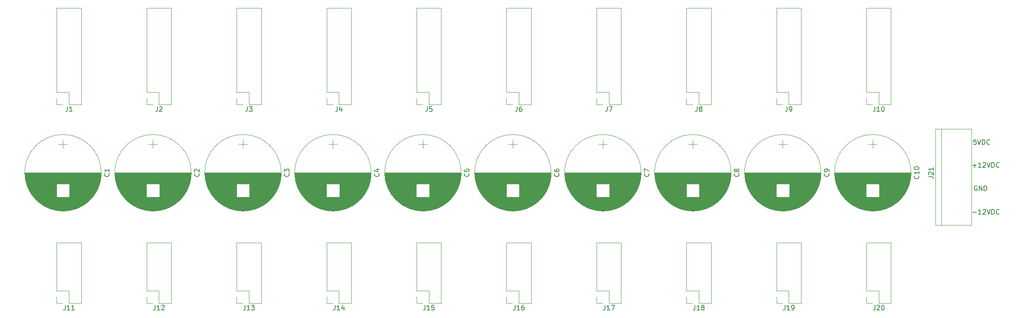
<source format=gbr>
G04 #@! TF.GenerationSoftware,KiCad,Pcbnew,(5.1.5)-3*
G04 #@! TF.CreationDate,2020-11-25T11:55:06-07:00*
G04 #@! TF.ProjectId,Power_Distribution_THT,506f7765-725f-4446-9973-747269627574,rev?*
G04 #@! TF.SameCoordinates,Original*
G04 #@! TF.FileFunction,Legend,Top*
G04 #@! TF.FilePolarity,Positive*
%FSLAX46Y46*%
G04 Gerber Fmt 4.6, Leading zero omitted, Abs format (unit mm)*
G04 Created by KiCad (PCBNEW (5.1.5)-3) date 2020-11-25 11:55:06*
%MOMM*%
%LPD*%
G04 APERTURE LIST*
%ADD10C,0.150000*%
%ADD11C,0.120000*%
G04 APERTURE END LIST*
D10*
X204978095Y-44585000D02*
X204882857Y-44537380D01*
X204740000Y-44537380D01*
X204597142Y-44585000D01*
X204501904Y-44680238D01*
X204454285Y-44775476D01*
X204406666Y-44965952D01*
X204406666Y-45108809D01*
X204454285Y-45299285D01*
X204501904Y-45394523D01*
X204597142Y-45489761D01*
X204740000Y-45537380D01*
X204835238Y-45537380D01*
X204978095Y-45489761D01*
X205025714Y-45442142D01*
X205025714Y-45108809D01*
X204835238Y-45108809D01*
X205454285Y-45537380D02*
X205454285Y-44537380D01*
X206025714Y-45537380D01*
X206025714Y-44537380D01*
X206501904Y-45537380D02*
X206501904Y-44537380D01*
X206740000Y-44537380D01*
X206882857Y-44585000D01*
X206978095Y-44680238D01*
X207025714Y-44775476D01*
X207073333Y-44965952D01*
X207073333Y-45108809D01*
X207025714Y-45299285D01*
X206978095Y-45394523D01*
X206882857Y-45489761D01*
X206740000Y-45537380D01*
X206501904Y-45537380D01*
X204121095Y-50109428D02*
X204883000Y-50109428D01*
X205883000Y-50490380D02*
X205311571Y-50490380D01*
X205597285Y-50490380D02*
X205597285Y-49490380D01*
X205502047Y-49633238D01*
X205406809Y-49728476D01*
X205311571Y-49776095D01*
X206263952Y-49585619D02*
X206311571Y-49538000D01*
X206406809Y-49490380D01*
X206644904Y-49490380D01*
X206740142Y-49538000D01*
X206787761Y-49585619D01*
X206835380Y-49680857D01*
X206835380Y-49776095D01*
X206787761Y-49918952D01*
X206216333Y-50490380D01*
X206835380Y-50490380D01*
X207121095Y-49490380D02*
X207454428Y-50490380D01*
X207787761Y-49490380D01*
X208121095Y-50490380D02*
X208121095Y-49490380D01*
X208359190Y-49490380D01*
X208502047Y-49538000D01*
X208597285Y-49633238D01*
X208644904Y-49728476D01*
X208692523Y-49918952D01*
X208692523Y-50061809D01*
X208644904Y-50252285D01*
X208597285Y-50347523D01*
X208502047Y-50442761D01*
X208359190Y-50490380D01*
X208121095Y-50490380D01*
X209692523Y-50395142D02*
X209644904Y-50442761D01*
X209502047Y-50490380D01*
X209406809Y-50490380D01*
X209263952Y-50442761D01*
X209168714Y-50347523D01*
X209121095Y-50252285D01*
X209073476Y-50061809D01*
X209073476Y-49918952D01*
X209121095Y-49728476D01*
X209168714Y-49633238D01*
X209263952Y-49538000D01*
X209406809Y-49490380D01*
X209502047Y-49490380D01*
X209644904Y-49538000D01*
X209692523Y-49585619D01*
X204121095Y-40203428D02*
X204883000Y-40203428D01*
X204502047Y-40584380D02*
X204502047Y-39822476D01*
X205883000Y-40584380D02*
X205311571Y-40584380D01*
X205597285Y-40584380D02*
X205597285Y-39584380D01*
X205502047Y-39727238D01*
X205406809Y-39822476D01*
X205311571Y-39870095D01*
X206263952Y-39679619D02*
X206311571Y-39632000D01*
X206406809Y-39584380D01*
X206644904Y-39584380D01*
X206740142Y-39632000D01*
X206787761Y-39679619D01*
X206835380Y-39774857D01*
X206835380Y-39870095D01*
X206787761Y-40012952D01*
X206216333Y-40584380D01*
X206835380Y-40584380D01*
X207121095Y-39584380D02*
X207454428Y-40584380D01*
X207787761Y-39584380D01*
X208121095Y-40584380D02*
X208121095Y-39584380D01*
X208359190Y-39584380D01*
X208502047Y-39632000D01*
X208597285Y-39727238D01*
X208644904Y-39822476D01*
X208692523Y-40012952D01*
X208692523Y-40155809D01*
X208644904Y-40346285D01*
X208597285Y-40441523D01*
X208502047Y-40536761D01*
X208359190Y-40584380D01*
X208121095Y-40584380D01*
X209692523Y-40489142D02*
X209644904Y-40536761D01*
X209502047Y-40584380D01*
X209406809Y-40584380D01*
X209263952Y-40536761D01*
X209168714Y-40441523D01*
X209121095Y-40346285D01*
X209073476Y-40155809D01*
X209073476Y-40012952D01*
X209121095Y-39822476D01*
X209168714Y-39727238D01*
X209263952Y-39632000D01*
X209406809Y-39584380D01*
X209502047Y-39584380D01*
X209644904Y-39632000D01*
X209692523Y-39679619D01*
X204803523Y-34758380D02*
X204327333Y-34758380D01*
X204279714Y-35234571D01*
X204327333Y-35186952D01*
X204422571Y-35139333D01*
X204660666Y-35139333D01*
X204755904Y-35186952D01*
X204803523Y-35234571D01*
X204851142Y-35329809D01*
X204851142Y-35567904D01*
X204803523Y-35663142D01*
X204755904Y-35710761D01*
X204660666Y-35758380D01*
X204422571Y-35758380D01*
X204327333Y-35710761D01*
X204279714Y-35663142D01*
X205136857Y-34758380D02*
X205470190Y-35758380D01*
X205803523Y-34758380D01*
X206136857Y-35758380D02*
X206136857Y-34758380D01*
X206374952Y-34758380D01*
X206517809Y-34806000D01*
X206613047Y-34901238D01*
X206660666Y-34996476D01*
X206708285Y-35186952D01*
X206708285Y-35329809D01*
X206660666Y-35520285D01*
X206613047Y-35615523D01*
X206517809Y-35710761D01*
X206374952Y-35758380D01*
X206136857Y-35758380D01*
X207708285Y-35663142D02*
X207660666Y-35710761D01*
X207517809Y-35758380D01*
X207422571Y-35758380D01*
X207279714Y-35710761D01*
X207184476Y-35615523D01*
X207136857Y-35520285D01*
X207089238Y-35329809D01*
X207089238Y-35186952D01*
X207136857Y-34996476D01*
X207184476Y-34901238D01*
X207279714Y-34806000D01*
X207422571Y-34758380D01*
X207517809Y-34758380D01*
X207660666Y-34806000D01*
X207708285Y-34853619D01*
D11*
X39090000Y-41750000D02*
G75*
G03X39090000Y-41750000I-8090000J0D01*
G01*
X39051000Y-41750000D02*
X22949000Y-41750000D01*
X39050000Y-41790000D02*
X22950000Y-41790000D01*
X39050000Y-41830000D02*
X22950000Y-41830000D01*
X39050000Y-41870000D02*
X22950000Y-41870000D01*
X39049000Y-41910000D02*
X22951000Y-41910000D01*
X39048000Y-41950000D02*
X22952000Y-41950000D01*
X39047000Y-41990000D02*
X22953000Y-41990000D01*
X39046000Y-42030000D02*
X22954000Y-42030000D01*
X39044000Y-42070000D02*
X22956000Y-42070000D01*
X39042000Y-42110000D02*
X22958000Y-42110000D01*
X39041000Y-42150000D02*
X22959000Y-42150000D01*
X39039000Y-42190000D02*
X22961000Y-42190000D01*
X39036000Y-42230000D02*
X22964000Y-42230000D01*
X39034000Y-42270000D02*
X22966000Y-42270000D01*
X39031000Y-42310000D02*
X22969000Y-42310000D01*
X39028000Y-42350000D02*
X22972000Y-42350000D01*
X39025000Y-42390000D02*
X22975000Y-42390000D01*
X39022000Y-42430000D02*
X22978000Y-42430000D01*
X39018000Y-42471000D02*
X22982000Y-42471000D01*
X39015000Y-42511000D02*
X22985000Y-42511000D01*
X39011000Y-42551000D02*
X22989000Y-42551000D01*
X39007000Y-42591000D02*
X22993000Y-42591000D01*
X39002000Y-42631000D02*
X22998000Y-42631000D01*
X38998000Y-42671000D02*
X23002000Y-42671000D01*
X38993000Y-42711000D02*
X23007000Y-42711000D01*
X38988000Y-42751000D02*
X23012000Y-42751000D01*
X38983000Y-42791000D02*
X23017000Y-42791000D01*
X38978000Y-42831000D02*
X23022000Y-42831000D01*
X38973000Y-42871000D02*
X23027000Y-42871000D01*
X38967000Y-42911000D02*
X23033000Y-42911000D01*
X38961000Y-42951000D02*
X23039000Y-42951000D01*
X38955000Y-42991000D02*
X23045000Y-42991000D01*
X38949000Y-43031000D02*
X23051000Y-43031000D01*
X38942000Y-43071000D02*
X23058000Y-43071000D01*
X38935000Y-43111000D02*
X23065000Y-43111000D01*
X38928000Y-43151000D02*
X23072000Y-43151000D01*
X38921000Y-43191000D02*
X23079000Y-43191000D01*
X38914000Y-43231000D02*
X23086000Y-43231000D01*
X38906000Y-43271000D02*
X23094000Y-43271000D01*
X38899000Y-43311000D02*
X23101000Y-43311000D01*
X38891000Y-43351000D02*
X23109000Y-43351000D01*
X38883000Y-43391000D02*
X23117000Y-43391000D01*
X38874000Y-43431000D02*
X23126000Y-43431000D01*
X38866000Y-43471000D02*
X23134000Y-43471000D01*
X38857000Y-43511000D02*
X23143000Y-43511000D01*
X38848000Y-43551000D02*
X23152000Y-43551000D01*
X38838000Y-43591000D02*
X23162000Y-43591000D01*
X38829000Y-43631000D02*
X23171000Y-43631000D01*
X38819000Y-43671000D02*
X23181000Y-43671000D01*
X38809000Y-43711000D02*
X23191000Y-43711000D01*
X38799000Y-43751000D02*
X23201000Y-43751000D01*
X38789000Y-43791000D02*
X23211000Y-43791000D01*
X38779000Y-43831000D02*
X23221000Y-43831000D01*
X38768000Y-43871000D02*
X23232000Y-43871000D01*
X38757000Y-43911000D02*
X23243000Y-43911000D01*
X38746000Y-43951000D02*
X23254000Y-43951000D01*
X38734000Y-43991000D02*
X23266000Y-43991000D01*
X38723000Y-44031000D02*
X23277000Y-44031000D01*
X38711000Y-44071000D02*
X23289000Y-44071000D01*
X38699000Y-44111000D02*
X23301000Y-44111000D01*
X38686000Y-44151000D02*
X32380000Y-44151000D01*
X29620000Y-44151000D02*
X23314000Y-44151000D01*
X38674000Y-44191000D02*
X32380000Y-44191000D01*
X29620000Y-44191000D02*
X23326000Y-44191000D01*
X38661000Y-44231000D02*
X32380000Y-44231000D01*
X29620000Y-44231000D02*
X23339000Y-44231000D01*
X38648000Y-44271000D02*
X32380000Y-44271000D01*
X29620000Y-44271000D02*
X23352000Y-44271000D01*
X38635000Y-44311000D02*
X32380000Y-44311000D01*
X29620000Y-44311000D02*
X23365000Y-44311000D01*
X38621000Y-44351000D02*
X32380000Y-44351000D01*
X29620000Y-44351000D02*
X23379000Y-44351000D01*
X38608000Y-44391000D02*
X32380000Y-44391000D01*
X29620000Y-44391000D02*
X23392000Y-44391000D01*
X38594000Y-44431000D02*
X32380000Y-44431000D01*
X29620000Y-44431000D02*
X23406000Y-44431000D01*
X38580000Y-44471000D02*
X32380000Y-44471000D01*
X29620000Y-44471000D02*
X23420000Y-44471000D01*
X38565000Y-44511000D02*
X32380000Y-44511000D01*
X29620000Y-44511000D02*
X23435000Y-44511000D01*
X38550000Y-44551000D02*
X32380000Y-44551000D01*
X29620000Y-44551000D02*
X23450000Y-44551000D01*
X38536000Y-44591000D02*
X32380000Y-44591000D01*
X29620000Y-44591000D02*
X23464000Y-44591000D01*
X38521000Y-44631000D02*
X32380000Y-44631000D01*
X29620000Y-44631000D02*
X23479000Y-44631000D01*
X38505000Y-44671000D02*
X32380000Y-44671000D01*
X29620000Y-44671000D02*
X23495000Y-44671000D01*
X38490000Y-44711000D02*
X32380000Y-44711000D01*
X29620000Y-44711000D02*
X23510000Y-44711000D01*
X38474000Y-44751000D02*
X32380000Y-44751000D01*
X29620000Y-44751000D02*
X23526000Y-44751000D01*
X38458000Y-44791000D02*
X32380000Y-44791000D01*
X29620000Y-44791000D02*
X23542000Y-44791000D01*
X38441000Y-44831000D02*
X32380000Y-44831000D01*
X29620000Y-44831000D02*
X23559000Y-44831000D01*
X38425000Y-44871000D02*
X32380000Y-44871000D01*
X29620000Y-44871000D02*
X23575000Y-44871000D01*
X38408000Y-44911000D02*
X32380000Y-44911000D01*
X29620000Y-44911000D02*
X23592000Y-44911000D01*
X38391000Y-44951000D02*
X32380000Y-44951000D01*
X29620000Y-44951000D02*
X23609000Y-44951000D01*
X38373000Y-44991000D02*
X32380000Y-44991000D01*
X29620000Y-44991000D02*
X23627000Y-44991000D01*
X38356000Y-45031000D02*
X32380000Y-45031000D01*
X29620000Y-45031000D02*
X23644000Y-45031000D01*
X38338000Y-45071000D02*
X32380000Y-45071000D01*
X29620000Y-45071000D02*
X23662000Y-45071000D01*
X38320000Y-45111000D02*
X32380000Y-45111000D01*
X29620000Y-45111000D02*
X23680000Y-45111000D01*
X38301000Y-45151000D02*
X32380000Y-45151000D01*
X29620000Y-45151000D02*
X23699000Y-45151000D01*
X38283000Y-45191000D02*
X32380000Y-45191000D01*
X29620000Y-45191000D02*
X23717000Y-45191000D01*
X38264000Y-45231000D02*
X32380000Y-45231000D01*
X29620000Y-45231000D02*
X23736000Y-45231000D01*
X38245000Y-45271000D02*
X32380000Y-45271000D01*
X29620000Y-45271000D02*
X23755000Y-45271000D01*
X38225000Y-45311000D02*
X32380000Y-45311000D01*
X29620000Y-45311000D02*
X23775000Y-45311000D01*
X38205000Y-45351000D02*
X32380000Y-45351000D01*
X29620000Y-45351000D02*
X23795000Y-45351000D01*
X38185000Y-45391000D02*
X32380000Y-45391000D01*
X29620000Y-45391000D02*
X23815000Y-45391000D01*
X38165000Y-45431000D02*
X32380000Y-45431000D01*
X29620000Y-45431000D02*
X23835000Y-45431000D01*
X38144000Y-45471000D02*
X32380000Y-45471000D01*
X29620000Y-45471000D02*
X23856000Y-45471000D01*
X38124000Y-45511000D02*
X32380000Y-45511000D01*
X29620000Y-45511000D02*
X23876000Y-45511000D01*
X38102000Y-45551000D02*
X32380000Y-45551000D01*
X29620000Y-45551000D02*
X23898000Y-45551000D01*
X38081000Y-45591000D02*
X32380000Y-45591000D01*
X29620000Y-45591000D02*
X23919000Y-45591000D01*
X38059000Y-45631000D02*
X32380000Y-45631000D01*
X29620000Y-45631000D02*
X23941000Y-45631000D01*
X38037000Y-45671000D02*
X32380000Y-45671000D01*
X29620000Y-45671000D02*
X23963000Y-45671000D01*
X38015000Y-45711000D02*
X32380000Y-45711000D01*
X29620000Y-45711000D02*
X23985000Y-45711000D01*
X37992000Y-45751000D02*
X32380000Y-45751000D01*
X29620000Y-45751000D02*
X24008000Y-45751000D01*
X37970000Y-45791000D02*
X32380000Y-45791000D01*
X29620000Y-45791000D02*
X24030000Y-45791000D01*
X37946000Y-45831000D02*
X32380000Y-45831000D01*
X29620000Y-45831000D02*
X24054000Y-45831000D01*
X37923000Y-45871000D02*
X32380000Y-45871000D01*
X29620000Y-45871000D02*
X24077000Y-45871000D01*
X37899000Y-45911000D02*
X32380000Y-45911000D01*
X29620000Y-45911000D02*
X24101000Y-45911000D01*
X37875000Y-45951000D02*
X32380000Y-45951000D01*
X29620000Y-45951000D02*
X24125000Y-45951000D01*
X37850000Y-45991000D02*
X32380000Y-45991000D01*
X29620000Y-45991000D02*
X24150000Y-45991000D01*
X37826000Y-46031000D02*
X32380000Y-46031000D01*
X29620000Y-46031000D02*
X24174000Y-46031000D01*
X37801000Y-46071000D02*
X32380000Y-46071000D01*
X29620000Y-46071000D02*
X24199000Y-46071000D01*
X37775000Y-46111000D02*
X32380000Y-46111000D01*
X29620000Y-46111000D02*
X24225000Y-46111000D01*
X37749000Y-46151000D02*
X32380000Y-46151000D01*
X29620000Y-46151000D02*
X24251000Y-46151000D01*
X37723000Y-46191000D02*
X32380000Y-46191000D01*
X29620000Y-46191000D02*
X24277000Y-46191000D01*
X37697000Y-46231000D02*
X32380000Y-46231000D01*
X29620000Y-46231000D02*
X24303000Y-46231000D01*
X37670000Y-46271000D02*
X32380000Y-46271000D01*
X29620000Y-46271000D02*
X24330000Y-46271000D01*
X37643000Y-46311000D02*
X32380000Y-46311000D01*
X29620000Y-46311000D02*
X24357000Y-46311000D01*
X37615000Y-46351000D02*
X32380000Y-46351000D01*
X29620000Y-46351000D02*
X24385000Y-46351000D01*
X37588000Y-46391000D02*
X32380000Y-46391000D01*
X29620000Y-46391000D02*
X24412000Y-46391000D01*
X37559000Y-46431000D02*
X32380000Y-46431000D01*
X29620000Y-46431000D02*
X24441000Y-46431000D01*
X37531000Y-46471000D02*
X32380000Y-46471000D01*
X29620000Y-46471000D02*
X24469000Y-46471000D01*
X37502000Y-46511000D02*
X32380000Y-46511000D01*
X29620000Y-46511000D02*
X24498000Y-46511000D01*
X37473000Y-46551000D02*
X32380000Y-46551000D01*
X29620000Y-46551000D02*
X24527000Y-46551000D01*
X37443000Y-46591000D02*
X32380000Y-46591000D01*
X29620000Y-46591000D02*
X24557000Y-46591000D01*
X37413000Y-46631000D02*
X32380000Y-46631000D01*
X29620000Y-46631000D02*
X24587000Y-46631000D01*
X37382000Y-46671000D02*
X32380000Y-46671000D01*
X29620000Y-46671000D02*
X24618000Y-46671000D01*
X37352000Y-46711000D02*
X32380000Y-46711000D01*
X29620000Y-46711000D02*
X24648000Y-46711000D01*
X37320000Y-46751000D02*
X32380000Y-46751000D01*
X29620000Y-46751000D02*
X24680000Y-46751000D01*
X37289000Y-46791000D02*
X32380000Y-46791000D01*
X29620000Y-46791000D02*
X24711000Y-46791000D01*
X37257000Y-46831000D02*
X32380000Y-46831000D01*
X29620000Y-46831000D02*
X24743000Y-46831000D01*
X37224000Y-46871000D02*
X32380000Y-46871000D01*
X29620000Y-46871000D02*
X24776000Y-46871000D01*
X37191000Y-46911000D02*
X24809000Y-46911000D01*
X37158000Y-46951000D02*
X24842000Y-46951000D01*
X37124000Y-46991000D02*
X24876000Y-46991000D01*
X37090000Y-47031000D02*
X24910000Y-47031000D01*
X37055000Y-47071000D02*
X24945000Y-47071000D01*
X37020000Y-47111000D02*
X24980000Y-47111000D01*
X36984000Y-47151000D02*
X25016000Y-47151000D01*
X36948000Y-47191000D02*
X25052000Y-47191000D01*
X36912000Y-47231000D02*
X25088000Y-47231000D01*
X36875000Y-47271000D02*
X25125000Y-47271000D01*
X36837000Y-47311000D02*
X25163000Y-47311000D01*
X36799000Y-47351000D02*
X25201000Y-47351000D01*
X36760000Y-47391000D02*
X25240000Y-47391000D01*
X36721000Y-47431000D02*
X25279000Y-47431000D01*
X36681000Y-47471000D02*
X25319000Y-47471000D01*
X36641000Y-47511000D02*
X25359000Y-47511000D01*
X36600000Y-47551000D02*
X25400000Y-47551000D01*
X36559000Y-47591000D02*
X25441000Y-47591000D01*
X36517000Y-47631000D02*
X25483000Y-47631000D01*
X36474000Y-47671000D02*
X25526000Y-47671000D01*
X36431000Y-47711000D02*
X25569000Y-47711000D01*
X36387000Y-47751000D02*
X25613000Y-47751000D01*
X36343000Y-47791000D02*
X25657000Y-47791000D01*
X36297000Y-47831000D02*
X25703000Y-47831000D01*
X36251000Y-47871000D02*
X25749000Y-47871000D01*
X36205000Y-47911000D02*
X25795000Y-47911000D01*
X36157000Y-47951000D02*
X25843000Y-47951000D01*
X36109000Y-47991000D02*
X25891000Y-47991000D01*
X36060000Y-48031000D02*
X25940000Y-48031000D01*
X36011000Y-48071000D02*
X25989000Y-48071000D01*
X35960000Y-48111000D02*
X26040000Y-48111000D01*
X35909000Y-48151000D02*
X26091000Y-48151000D01*
X35857000Y-48191000D02*
X26143000Y-48191000D01*
X35804000Y-48231000D02*
X26196000Y-48231000D01*
X35750000Y-48271000D02*
X26250000Y-48271000D01*
X35695000Y-48311000D02*
X26305000Y-48311000D01*
X35639000Y-48351000D02*
X26361000Y-48351000D01*
X35582000Y-48391000D02*
X26418000Y-48391000D01*
X35524000Y-48431000D02*
X26476000Y-48431000D01*
X35465000Y-48471000D02*
X26535000Y-48471000D01*
X35405000Y-48511000D02*
X26595000Y-48511000D01*
X35343000Y-48551000D02*
X26657000Y-48551000D01*
X35281000Y-48591000D02*
X26719000Y-48591000D01*
X35217000Y-48631000D02*
X26783000Y-48631000D01*
X35151000Y-48671000D02*
X26849000Y-48671000D01*
X35084000Y-48711000D02*
X26916000Y-48711000D01*
X35016000Y-48751000D02*
X26984000Y-48751000D01*
X34946000Y-48791000D02*
X27054000Y-48791000D01*
X34875000Y-48831000D02*
X27125000Y-48831000D01*
X34802000Y-48871000D02*
X27198000Y-48871000D01*
X34726000Y-48911000D02*
X27274000Y-48911000D01*
X34649000Y-48951000D02*
X27351000Y-48951000D01*
X34570000Y-48991000D02*
X27430000Y-48991000D01*
X34489000Y-49031000D02*
X27511000Y-49031000D01*
X34405000Y-49071000D02*
X27595000Y-49071000D01*
X34319000Y-49111000D02*
X27681000Y-49111000D01*
X34230000Y-49151000D02*
X27770000Y-49151000D01*
X34138000Y-49191000D02*
X27862000Y-49191000D01*
X34042000Y-49231000D02*
X27958000Y-49231000D01*
X33943000Y-49271000D02*
X28057000Y-49271000D01*
X33841000Y-49311000D02*
X28159000Y-49311000D01*
X33733000Y-49351000D02*
X28267000Y-49351000D01*
X33621000Y-49391000D02*
X28379000Y-49391000D01*
X33503000Y-49431000D02*
X28497000Y-49431000D01*
X33379000Y-49471000D02*
X28621000Y-49471000D01*
X33248000Y-49511000D02*
X28752000Y-49511000D01*
X33107000Y-49551000D02*
X28893000Y-49551000D01*
X32956000Y-49591000D02*
X29044000Y-49591000D01*
X32792000Y-49631000D02*
X29208000Y-49631000D01*
X32610000Y-49671000D02*
X29390000Y-49671000D01*
X32405000Y-49711000D02*
X29595000Y-49711000D01*
X32164000Y-49751000D02*
X29836000Y-49751000D01*
X31859000Y-49791000D02*
X30141000Y-49791000D01*
X31363000Y-49831000D02*
X30637000Y-49831000D01*
X31000000Y-34800000D02*
X31000000Y-36600000D01*
X31900000Y-35700000D02*
X30100000Y-35700000D01*
X162670000Y-27330000D02*
X163940000Y-27330000D01*
X162670000Y-26000000D02*
X162670000Y-27330000D01*
X165270000Y-24730000D02*
X162670000Y-24730000D01*
X165270000Y-27330000D02*
X165270000Y-24730000D01*
X167870000Y-27330000D02*
X165270000Y-27330000D01*
X167870000Y-6890000D02*
X167870000Y-27330000D01*
X162670000Y-6890000D02*
X167870000Y-6890000D01*
X162670000Y-24730000D02*
X162670000Y-6890000D01*
X10670000Y-27330000D02*
X11940000Y-27330000D01*
X10670000Y-26000000D02*
X10670000Y-27330000D01*
X13270000Y-24730000D02*
X10670000Y-24730000D01*
X13270000Y-27330000D02*
X13270000Y-24730000D01*
X15870000Y-27330000D02*
X13270000Y-27330000D01*
X15870000Y-6890000D02*
X15870000Y-27330000D01*
X10670000Y-6890000D02*
X15870000Y-6890000D01*
X10670000Y-24730000D02*
X10670000Y-6890000D01*
X29670000Y-27330000D02*
X30940000Y-27330000D01*
X29670000Y-26000000D02*
X29670000Y-27330000D01*
X32270000Y-24730000D02*
X29670000Y-24730000D01*
X32270000Y-27330000D02*
X32270000Y-24730000D01*
X34870000Y-27330000D02*
X32270000Y-27330000D01*
X34870000Y-6890000D02*
X34870000Y-27330000D01*
X29670000Y-6890000D02*
X34870000Y-6890000D01*
X29670000Y-24730000D02*
X29670000Y-6890000D01*
X48670000Y-24730000D02*
X48670000Y-6890000D01*
X48670000Y-6890000D02*
X53870000Y-6890000D01*
X53870000Y-6890000D02*
X53870000Y-27330000D01*
X53870000Y-27330000D02*
X51270000Y-27330000D01*
X51270000Y-27330000D02*
X51270000Y-24730000D01*
X51270000Y-24730000D02*
X48670000Y-24730000D01*
X48670000Y-26000000D02*
X48670000Y-27330000D01*
X48670000Y-27330000D02*
X49940000Y-27330000D01*
X67670000Y-27330000D02*
X68940000Y-27330000D01*
X67670000Y-26000000D02*
X67670000Y-27330000D01*
X70270000Y-24730000D02*
X67670000Y-24730000D01*
X70270000Y-27330000D02*
X70270000Y-24730000D01*
X72870000Y-27330000D02*
X70270000Y-27330000D01*
X72870000Y-6890000D02*
X72870000Y-27330000D01*
X67670000Y-6890000D02*
X72870000Y-6890000D01*
X67670000Y-24730000D02*
X67670000Y-6890000D01*
X86670000Y-24730000D02*
X86670000Y-6890000D01*
X86670000Y-6890000D02*
X91870000Y-6890000D01*
X91870000Y-6890000D02*
X91870000Y-27330000D01*
X91870000Y-27330000D02*
X89270000Y-27330000D01*
X89270000Y-27330000D02*
X89270000Y-24730000D01*
X89270000Y-24730000D02*
X86670000Y-24730000D01*
X86670000Y-26000000D02*
X86670000Y-27330000D01*
X86670000Y-27330000D02*
X87940000Y-27330000D01*
X105670000Y-24730000D02*
X105670000Y-6890000D01*
X105670000Y-6890000D02*
X110870000Y-6890000D01*
X110870000Y-6890000D02*
X110870000Y-27330000D01*
X110870000Y-27330000D02*
X108270000Y-27330000D01*
X108270000Y-27330000D02*
X108270000Y-24730000D01*
X108270000Y-24730000D02*
X105670000Y-24730000D01*
X105670000Y-26000000D02*
X105670000Y-27330000D01*
X105670000Y-27330000D02*
X106940000Y-27330000D01*
X124670000Y-27330000D02*
X125940000Y-27330000D01*
X124670000Y-26000000D02*
X124670000Y-27330000D01*
X127270000Y-24730000D02*
X124670000Y-24730000D01*
X127270000Y-27330000D02*
X127270000Y-24730000D01*
X129870000Y-27330000D02*
X127270000Y-27330000D01*
X129870000Y-6890000D02*
X129870000Y-27330000D01*
X124670000Y-6890000D02*
X129870000Y-6890000D01*
X124670000Y-24730000D02*
X124670000Y-6890000D01*
X143670000Y-24730000D02*
X143670000Y-6890000D01*
X143670000Y-6890000D02*
X148870000Y-6890000D01*
X148870000Y-6890000D02*
X148870000Y-27330000D01*
X148870000Y-27330000D02*
X146270000Y-27330000D01*
X146270000Y-27330000D02*
X146270000Y-24730000D01*
X146270000Y-24730000D02*
X143670000Y-24730000D01*
X143670000Y-26000000D02*
X143670000Y-27330000D01*
X143670000Y-27330000D02*
X144940000Y-27330000D01*
X181670000Y-24730000D02*
X181670000Y-6890000D01*
X181670000Y-6890000D02*
X186870000Y-6890000D01*
X186870000Y-6890000D02*
X186870000Y-27330000D01*
X186870000Y-27330000D02*
X184270000Y-27330000D01*
X184270000Y-27330000D02*
X184270000Y-24730000D01*
X184270000Y-24730000D02*
X181670000Y-24730000D01*
X181670000Y-26000000D02*
X181670000Y-27330000D01*
X181670000Y-27330000D02*
X182940000Y-27330000D01*
X10670000Y-66730000D02*
X10670000Y-56510000D01*
X10670000Y-56510000D02*
X15870000Y-56510000D01*
X15870000Y-56510000D02*
X15870000Y-69330000D01*
X15870000Y-69330000D02*
X13270000Y-69330000D01*
X13270000Y-69330000D02*
X13270000Y-66730000D01*
X13270000Y-66730000D02*
X10670000Y-66730000D01*
X10670000Y-68000000D02*
X10670000Y-69330000D01*
X10670000Y-69330000D02*
X11940000Y-69330000D01*
X29670000Y-69330000D02*
X30940000Y-69330000D01*
X29670000Y-68000000D02*
X29670000Y-69330000D01*
X32270000Y-66730000D02*
X29670000Y-66730000D01*
X32270000Y-69330000D02*
X32270000Y-66730000D01*
X34870000Y-69330000D02*
X32270000Y-69330000D01*
X34870000Y-56510000D02*
X34870000Y-69330000D01*
X29670000Y-56510000D02*
X34870000Y-56510000D01*
X29670000Y-66730000D02*
X29670000Y-56510000D01*
X48670000Y-66730000D02*
X48670000Y-56510000D01*
X48670000Y-56510000D02*
X53870000Y-56510000D01*
X53870000Y-56510000D02*
X53870000Y-69330000D01*
X53870000Y-69330000D02*
X51270000Y-69330000D01*
X51270000Y-69330000D02*
X51270000Y-66730000D01*
X51270000Y-66730000D02*
X48670000Y-66730000D01*
X48670000Y-68000000D02*
X48670000Y-69330000D01*
X48670000Y-69330000D02*
X49940000Y-69330000D01*
X67670000Y-69330000D02*
X68940000Y-69330000D01*
X67670000Y-68000000D02*
X67670000Y-69330000D01*
X70270000Y-66730000D02*
X67670000Y-66730000D01*
X70270000Y-69330000D02*
X70270000Y-66730000D01*
X72870000Y-69330000D02*
X70270000Y-69330000D01*
X72870000Y-56510000D02*
X72870000Y-69330000D01*
X67670000Y-56510000D02*
X72870000Y-56510000D01*
X67670000Y-66730000D02*
X67670000Y-56510000D01*
X86670000Y-69330000D02*
X87940000Y-69330000D01*
X86670000Y-68000000D02*
X86670000Y-69330000D01*
X89270000Y-66730000D02*
X86670000Y-66730000D01*
X89270000Y-69330000D02*
X89270000Y-66730000D01*
X91870000Y-69330000D02*
X89270000Y-69330000D01*
X91870000Y-56510000D02*
X91870000Y-69330000D01*
X86670000Y-56510000D02*
X91870000Y-56510000D01*
X86670000Y-66730000D02*
X86670000Y-56510000D01*
X105670000Y-69330000D02*
X106940000Y-69330000D01*
X105670000Y-68000000D02*
X105670000Y-69330000D01*
X108270000Y-66730000D02*
X105670000Y-66730000D01*
X108270000Y-69330000D02*
X108270000Y-66730000D01*
X110870000Y-69330000D02*
X108270000Y-69330000D01*
X110870000Y-56510000D02*
X110870000Y-69330000D01*
X105670000Y-56510000D02*
X110870000Y-56510000D01*
X105670000Y-66730000D02*
X105670000Y-56510000D01*
X124670000Y-66730000D02*
X124670000Y-56510000D01*
X124670000Y-56510000D02*
X129870000Y-56510000D01*
X129870000Y-56510000D02*
X129870000Y-69330000D01*
X129870000Y-69330000D02*
X127270000Y-69330000D01*
X127270000Y-69330000D02*
X127270000Y-66730000D01*
X127270000Y-66730000D02*
X124670000Y-66730000D01*
X124670000Y-68000000D02*
X124670000Y-69330000D01*
X124670000Y-69330000D02*
X125940000Y-69330000D01*
X143670000Y-66730000D02*
X143670000Y-56510000D01*
X143670000Y-56510000D02*
X148870000Y-56510000D01*
X148870000Y-56510000D02*
X148870000Y-69330000D01*
X148870000Y-69330000D02*
X146270000Y-69330000D01*
X146270000Y-69330000D02*
X146270000Y-66730000D01*
X146270000Y-66730000D02*
X143670000Y-66730000D01*
X143670000Y-68000000D02*
X143670000Y-69330000D01*
X143670000Y-69330000D02*
X144940000Y-69330000D01*
X162670000Y-69330000D02*
X163940000Y-69330000D01*
X162670000Y-68000000D02*
X162670000Y-69330000D01*
X165270000Y-66730000D02*
X162670000Y-66730000D01*
X165270000Y-69330000D02*
X165270000Y-66730000D01*
X167870000Y-69330000D02*
X165270000Y-69330000D01*
X167870000Y-56510000D02*
X167870000Y-69330000D01*
X162670000Y-56510000D02*
X167870000Y-56510000D01*
X162670000Y-66730000D02*
X162670000Y-56510000D01*
X181670000Y-66730000D02*
X181670000Y-56510000D01*
X181670000Y-56510000D02*
X186870000Y-56510000D01*
X186870000Y-56510000D02*
X186870000Y-69330000D01*
X186870000Y-69330000D02*
X184270000Y-69330000D01*
X184270000Y-69330000D02*
X184270000Y-66730000D01*
X184270000Y-66730000D02*
X181670000Y-66730000D01*
X181670000Y-68000000D02*
X181670000Y-69330000D01*
X181670000Y-69330000D02*
X182940000Y-69330000D01*
X12900000Y-35700000D02*
X11100000Y-35700000D01*
X12000000Y-34800000D02*
X12000000Y-36600000D01*
X12363000Y-49831000D02*
X11637000Y-49831000D01*
X12859000Y-49791000D02*
X11141000Y-49791000D01*
X13164000Y-49751000D02*
X10836000Y-49751000D01*
X13405000Y-49711000D02*
X10595000Y-49711000D01*
X13610000Y-49671000D02*
X10390000Y-49671000D01*
X13792000Y-49631000D02*
X10208000Y-49631000D01*
X13956000Y-49591000D02*
X10044000Y-49591000D01*
X14107000Y-49551000D02*
X9893000Y-49551000D01*
X14248000Y-49511000D02*
X9752000Y-49511000D01*
X14379000Y-49471000D02*
X9621000Y-49471000D01*
X14503000Y-49431000D02*
X9497000Y-49431000D01*
X14621000Y-49391000D02*
X9379000Y-49391000D01*
X14733000Y-49351000D02*
X9267000Y-49351000D01*
X14841000Y-49311000D02*
X9159000Y-49311000D01*
X14943000Y-49271000D02*
X9057000Y-49271000D01*
X15042000Y-49231000D02*
X8958000Y-49231000D01*
X15138000Y-49191000D02*
X8862000Y-49191000D01*
X15230000Y-49151000D02*
X8770000Y-49151000D01*
X15319000Y-49111000D02*
X8681000Y-49111000D01*
X15405000Y-49071000D02*
X8595000Y-49071000D01*
X15489000Y-49031000D02*
X8511000Y-49031000D01*
X15570000Y-48991000D02*
X8430000Y-48991000D01*
X15649000Y-48951000D02*
X8351000Y-48951000D01*
X15726000Y-48911000D02*
X8274000Y-48911000D01*
X15802000Y-48871000D02*
X8198000Y-48871000D01*
X15875000Y-48831000D02*
X8125000Y-48831000D01*
X15946000Y-48791000D02*
X8054000Y-48791000D01*
X16016000Y-48751000D02*
X7984000Y-48751000D01*
X16084000Y-48711000D02*
X7916000Y-48711000D01*
X16151000Y-48671000D02*
X7849000Y-48671000D01*
X16217000Y-48631000D02*
X7783000Y-48631000D01*
X16281000Y-48591000D02*
X7719000Y-48591000D01*
X16343000Y-48551000D02*
X7657000Y-48551000D01*
X16405000Y-48511000D02*
X7595000Y-48511000D01*
X16465000Y-48471000D02*
X7535000Y-48471000D01*
X16524000Y-48431000D02*
X7476000Y-48431000D01*
X16582000Y-48391000D02*
X7418000Y-48391000D01*
X16639000Y-48351000D02*
X7361000Y-48351000D01*
X16695000Y-48311000D02*
X7305000Y-48311000D01*
X16750000Y-48271000D02*
X7250000Y-48271000D01*
X16804000Y-48231000D02*
X7196000Y-48231000D01*
X16857000Y-48191000D02*
X7143000Y-48191000D01*
X16909000Y-48151000D02*
X7091000Y-48151000D01*
X16960000Y-48111000D02*
X7040000Y-48111000D01*
X17011000Y-48071000D02*
X6989000Y-48071000D01*
X17060000Y-48031000D02*
X6940000Y-48031000D01*
X17109000Y-47991000D02*
X6891000Y-47991000D01*
X17157000Y-47951000D02*
X6843000Y-47951000D01*
X17205000Y-47911000D02*
X6795000Y-47911000D01*
X17251000Y-47871000D02*
X6749000Y-47871000D01*
X17297000Y-47831000D02*
X6703000Y-47831000D01*
X17343000Y-47791000D02*
X6657000Y-47791000D01*
X17387000Y-47751000D02*
X6613000Y-47751000D01*
X17431000Y-47711000D02*
X6569000Y-47711000D01*
X17474000Y-47671000D02*
X6526000Y-47671000D01*
X17517000Y-47631000D02*
X6483000Y-47631000D01*
X17559000Y-47591000D02*
X6441000Y-47591000D01*
X17600000Y-47551000D02*
X6400000Y-47551000D01*
X17641000Y-47511000D02*
X6359000Y-47511000D01*
X17681000Y-47471000D02*
X6319000Y-47471000D01*
X17721000Y-47431000D02*
X6279000Y-47431000D01*
X17760000Y-47391000D02*
X6240000Y-47391000D01*
X17799000Y-47351000D02*
X6201000Y-47351000D01*
X17837000Y-47311000D02*
X6163000Y-47311000D01*
X17875000Y-47271000D02*
X6125000Y-47271000D01*
X17912000Y-47231000D02*
X6088000Y-47231000D01*
X17948000Y-47191000D02*
X6052000Y-47191000D01*
X17984000Y-47151000D02*
X6016000Y-47151000D01*
X18020000Y-47111000D02*
X5980000Y-47111000D01*
X18055000Y-47071000D02*
X5945000Y-47071000D01*
X18090000Y-47031000D02*
X5910000Y-47031000D01*
X18124000Y-46991000D02*
X5876000Y-46991000D01*
X18158000Y-46951000D02*
X5842000Y-46951000D01*
X18191000Y-46911000D02*
X5809000Y-46911000D01*
X10620000Y-46871000D02*
X5776000Y-46871000D01*
X18224000Y-46871000D02*
X13380000Y-46871000D01*
X10620000Y-46831000D02*
X5743000Y-46831000D01*
X18257000Y-46831000D02*
X13380000Y-46831000D01*
X10620000Y-46791000D02*
X5711000Y-46791000D01*
X18289000Y-46791000D02*
X13380000Y-46791000D01*
X10620000Y-46751000D02*
X5680000Y-46751000D01*
X18320000Y-46751000D02*
X13380000Y-46751000D01*
X10620000Y-46711000D02*
X5648000Y-46711000D01*
X18352000Y-46711000D02*
X13380000Y-46711000D01*
X10620000Y-46671000D02*
X5618000Y-46671000D01*
X18382000Y-46671000D02*
X13380000Y-46671000D01*
X10620000Y-46631000D02*
X5587000Y-46631000D01*
X18413000Y-46631000D02*
X13380000Y-46631000D01*
X10620000Y-46591000D02*
X5557000Y-46591000D01*
X18443000Y-46591000D02*
X13380000Y-46591000D01*
X10620000Y-46551000D02*
X5527000Y-46551000D01*
X18473000Y-46551000D02*
X13380000Y-46551000D01*
X10620000Y-46511000D02*
X5498000Y-46511000D01*
X18502000Y-46511000D02*
X13380000Y-46511000D01*
X10620000Y-46471000D02*
X5469000Y-46471000D01*
X18531000Y-46471000D02*
X13380000Y-46471000D01*
X10620000Y-46431000D02*
X5441000Y-46431000D01*
X18559000Y-46431000D02*
X13380000Y-46431000D01*
X10620000Y-46391000D02*
X5412000Y-46391000D01*
X18588000Y-46391000D02*
X13380000Y-46391000D01*
X10620000Y-46351000D02*
X5385000Y-46351000D01*
X18615000Y-46351000D02*
X13380000Y-46351000D01*
X10620000Y-46311000D02*
X5357000Y-46311000D01*
X18643000Y-46311000D02*
X13380000Y-46311000D01*
X10620000Y-46271000D02*
X5330000Y-46271000D01*
X18670000Y-46271000D02*
X13380000Y-46271000D01*
X10620000Y-46231000D02*
X5303000Y-46231000D01*
X18697000Y-46231000D02*
X13380000Y-46231000D01*
X10620000Y-46191000D02*
X5277000Y-46191000D01*
X18723000Y-46191000D02*
X13380000Y-46191000D01*
X10620000Y-46151000D02*
X5251000Y-46151000D01*
X18749000Y-46151000D02*
X13380000Y-46151000D01*
X10620000Y-46111000D02*
X5225000Y-46111000D01*
X18775000Y-46111000D02*
X13380000Y-46111000D01*
X10620000Y-46071000D02*
X5199000Y-46071000D01*
X18801000Y-46071000D02*
X13380000Y-46071000D01*
X10620000Y-46031000D02*
X5174000Y-46031000D01*
X18826000Y-46031000D02*
X13380000Y-46031000D01*
X10620000Y-45991000D02*
X5150000Y-45991000D01*
X18850000Y-45991000D02*
X13380000Y-45991000D01*
X10620000Y-45951000D02*
X5125000Y-45951000D01*
X18875000Y-45951000D02*
X13380000Y-45951000D01*
X10620000Y-45911000D02*
X5101000Y-45911000D01*
X18899000Y-45911000D02*
X13380000Y-45911000D01*
X10620000Y-45871000D02*
X5077000Y-45871000D01*
X18923000Y-45871000D02*
X13380000Y-45871000D01*
X10620000Y-45831000D02*
X5054000Y-45831000D01*
X18946000Y-45831000D02*
X13380000Y-45831000D01*
X10620000Y-45791000D02*
X5030000Y-45791000D01*
X18970000Y-45791000D02*
X13380000Y-45791000D01*
X10620000Y-45751000D02*
X5008000Y-45751000D01*
X18992000Y-45751000D02*
X13380000Y-45751000D01*
X10620000Y-45711000D02*
X4985000Y-45711000D01*
X19015000Y-45711000D02*
X13380000Y-45711000D01*
X10620000Y-45671000D02*
X4963000Y-45671000D01*
X19037000Y-45671000D02*
X13380000Y-45671000D01*
X10620000Y-45631000D02*
X4941000Y-45631000D01*
X19059000Y-45631000D02*
X13380000Y-45631000D01*
X10620000Y-45591000D02*
X4919000Y-45591000D01*
X19081000Y-45591000D02*
X13380000Y-45591000D01*
X10620000Y-45551000D02*
X4898000Y-45551000D01*
X19102000Y-45551000D02*
X13380000Y-45551000D01*
X10620000Y-45511000D02*
X4876000Y-45511000D01*
X19124000Y-45511000D02*
X13380000Y-45511000D01*
X10620000Y-45471000D02*
X4856000Y-45471000D01*
X19144000Y-45471000D02*
X13380000Y-45471000D01*
X10620000Y-45431000D02*
X4835000Y-45431000D01*
X19165000Y-45431000D02*
X13380000Y-45431000D01*
X10620000Y-45391000D02*
X4815000Y-45391000D01*
X19185000Y-45391000D02*
X13380000Y-45391000D01*
X10620000Y-45351000D02*
X4795000Y-45351000D01*
X19205000Y-45351000D02*
X13380000Y-45351000D01*
X10620000Y-45311000D02*
X4775000Y-45311000D01*
X19225000Y-45311000D02*
X13380000Y-45311000D01*
X10620000Y-45271000D02*
X4755000Y-45271000D01*
X19245000Y-45271000D02*
X13380000Y-45271000D01*
X10620000Y-45231000D02*
X4736000Y-45231000D01*
X19264000Y-45231000D02*
X13380000Y-45231000D01*
X10620000Y-45191000D02*
X4717000Y-45191000D01*
X19283000Y-45191000D02*
X13380000Y-45191000D01*
X10620000Y-45151000D02*
X4699000Y-45151000D01*
X19301000Y-45151000D02*
X13380000Y-45151000D01*
X10620000Y-45111000D02*
X4680000Y-45111000D01*
X19320000Y-45111000D02*
X13380000Y-45111000D01*
X10620000Y-45071000D02*
X4662000Y-45071000D01*
X19338000Y-45071000D02*
X13380000Y-45071000D01*
X10620000Y-45031000D02*
X4644000Y-45031000D01*
X19356000Y-45031000D02*
X13380000Y-45031000D01*
X10620000Y-44991000D02*
X4627000Y-44991000D01*
X19373000Y-44991000D02*
X13380000Y-44991000D01*
X10620000Y-44951000D02*
X4609000Y-44951000D01*
X19391000Y-44951000D02*
X13380000Y-44951000D01*
X10620000Y-44911000D02*
X4592000Y-44911000D01*
X19408000Y-44911000D02*
X13380000Y-44911000D01*
X10620000Y-44871000D02*
X4575000Y-44871000D01*
X19425000Y-44871000D02*
X13380000Y-44871000D01*
X10620000Y-44831000D02*
X4559000Y-44831000D01*
X19441000Y-44831000D02*
X13380000Y-44831000D01*
X10620000Y-44791000D02*
X4542000Y-44791000D01*
X19458000Y-44791000D02*
X13380000Y-44791000D01*
X10620000Y-44751000D02*
X4526000Y-44751000D01*
X19474000Y-44751000D02*
X13380000Y-44751000D01*
X10620000Y-44711000D02*
X4510000Y-44711000D01*
X19490000Y-44711000D02*
X13380000Y-44711000D01*
X10620000Y-44671000D02*
X4495000Y-44671000D01*
X19505000Y-44671000D02*
X13380000Y-44671000D01*
X10620000Y-44631000D02*
X4479000Y-44631000D01*
X19521000Y-44631000D02*
X13380000Y-44631000D01*
X10620000Y-44591000D02*
X4464000Y-44591000D01*
X19536000Y-44591000D02*
X13380000Y-44591000D01*
X10620000Y-44551000D02*
X4450000Y-44551000D01*
X19550000Y-44551000D02*
X13380000Y-44551000D01*
X10620000Y-44511000D02*
X4435000Y-44511000D01*
X19565000Y-44511000D02*
X13380000Y-44511000D01*
X10620000Y-44471000D02*
X4420000Y-44471000D01*
X19580000Y-44471000D02*
X13380000Y-44471000D01*
X10620000Y-44431000D02*
X4406000Y-44431000D01*
X19594000Y-44431000D02*
X13380000Y-44431000D01*
X10620000Y-44391000D02*
X4392000Y-44391000D01*
X19608000Y-44391000D02*
X13380000Y-44391000D01*
X10620000Y-44351000D02*
X4379000Y-44351000D01*
X19621000Y-44351000D02*
X13380000Y-44351000D01*
X10620000Y-44311000D02*
X4365000Y-44311000D01*
X19635000Y-44311000D02*
X13380000Y-44311000D01*
X10620000Y-44271000D02*
X4352000Y-44271000D01*
X19648000Y-44271000D02*
X13380000Y-44271000D01*
X10620000Y-44231000D02*
X4339000Y-44231000D01*
X19661000Y-44231000D02*
X13380000Y-44231000D01*
X10620000Y-44191000D02*
X4326000Y-44191000D01*
X19674000Y-44191000D02*
X13380000Y-44191000D01*
X10620000Y-44151000D02*
X4314000Y-44151000D01*
X19686000Y-44151000D02*
X13380000Y-44151000D01*
X19699000Y-44111000D02*
X4301000Y-44111000D01*
X19711000Y-44071000D02*
X4289000Y-44071000D01*
X19723000Y-44031000D02*
X4277000Y-44031000D01*
X19734000Y-43991000D02*
X4266000Y-43991000D01*
X19746000Y-43951000D02*
X4254000Y-43951000D01*
X19757000Y-43911000D02*
X4243000Y-43911000D01*
X19768000Y-43871000D02*
X4232000Y-43871000D01*
X19779000Y-43831000D02*
X4221000Y-43831000D01*
X19789000Y-43791000D02*
X4211000Y-43791000D01*
X19799000Y-43751000D02*
X4201000Y-43751000D01*
X19809000Y-43711000D02*
X4191000Y-43711000D01*
X19819000Y-43671000D02*
X4181000Y-43671000D01*
X19829000Y-43631000D02*
X4171000Y-43631000D01*
X19838000Y-43591000D02*
X4162000Y-43591000D01*
X19848000Y-43551000D02*
X4152000Y-43551000D01*
X19857000Y-43511000D02*
X4143000Y-43511000D01*
X19866000Y-43471000D02*
X4134000Y-43471000D01*
X19874000Y-43431000D02*
X4126000Y-43431000D01*
X19883000Y-43391000D02*
X4117000Y-43391000D01*
X19891000Y-43351000D02*
X4109000Y-43351000D01*
X19899000Y-43311000D02*
X4101000Y-43311000D01*
X19906000Y-43271000D02*
X4094000Y-43271000D01*
X19914000Y-43231000D02*
X4086000Y-43231000D01*
X19921000Y-43191000D02*
X4079000Y-43191000D01*
X19928000Y-43151000D02*
X4072000Y-43151000D01*
X19935000Y-43111000D02*
X4065000Y-43111000D01*
X19942000Y-43071000D02*
X4058000Y-43071000D01*
X19949000Y-43031000D02*
X4051000Y-43031000D01*
X19955000Y-42991000D02*
X4045000Y-42991000D01*
X19961000Y-42951000D02*
X4039000Y-42951000D01*
X19967000Y-42911000D02*
X4033000Y-42911000D01*
X19973000Y-42871000D02*
X4027000Y-42871000D01*
X19978000Y-42831000D02*
X4022000Y-42831000D01*
X19983000Y-42791000D02*
X4017000Y-42791000D01*
X19988000Y-42751000D02*
X4012000Y-42751000D01*
X19993000Y-42711000D02*
X4007000Y-42711000D01*
X19998000Y-42671000D02*
X4002000Y-42671000D01*
X20002000Y-42631000D02*
X3998000Y-42631000D01*
X20007000Y-42591000D02*
X3993000Y-42591000D01*
X20011000Y-42551000D02*
X3989000Y-42551000D01*
X20015000Y-42511000D02*
X3985000Y-42511000D01*
X20018000Y-42471000D02*
X3982000Y-42471000D01*
X20022000Y-42430000D02*
X3978000Y-42430000D01*
X20025000Y-42390000D02*
X3975000Y-42390000D01*
X20028000Y-42350000D02*
X3972000Y-42350000D01*
X20031000Y-42310000D02*
X3969000Y-42310000D01*
X20034000Y-42270000D02*
X3966000Y-42270000D01*
X20036000Y-42230000D02*
X3964000Y-42230000D01*
X20039000Y-42190000D02*
X3961000Y-42190000D01*
X20041000Y-42150000D02*
X3959000Y-42150000D01*
X20042000Y-42110000D02*
X3958000Y-42110000D01*
X20044000Y-42070000D02*
X3956000Y-42070000D01*
X20046000Y-42030000D02*
X3954000Y-42030000D01*
X20047000Y-41990000D02*
X3953000Y-41990000D01*
X20048000Y-41950000D02*
X3952000Y-41950000D01*
X20049000Y-41910000D02*
X3951000Y-41910000D01*
X20050000Y-41870000D02*
X3950000Y-41870000D01*
X20050000Y-41830000D02*
X3950000Y-41830000D01*
X20050000Y-41790000D02*
X3950000Y-41790000D01*
X20051000Y-41750000D02*
X3949000Y-41750000D01*
X20090000Y-41750000D02*
G75*
G03X20090000Y-41750000I-8090000J0D01*
G01*
X69900000Y-35700000D02*
X68100000Y-35700000D01*
X69000000Y-34800000D02*
X69000000Y-36600000D01*
X69363000Y-49831000D02*
X68637000Y-49831000D01*
X69859000Y-49791000D02*
X68141000Y-49791000D01*
X70164000Y-49751000D02*
X67836000Y-49751000D01*
X70405000Y-49711000D02*
X67595000Y-49711000D01*
X70610000Y-49671000D02*
X67390000Y-49671000D01*
X70792000Y-49631000D02*
X67208000Y-49631000D01*
X70956000Y-49591000D02*
X67044000Y-49591000D01*
X71107000Y-49551000D02*
X66893000Y-49551000D01*
X71248000Y-49511000D02*
X66752000Y-49511000D01*
X71379000Y-49471000D02*
X66621000Y-49471000D01*
X71503000Y-49431000D02*
X66497000Y-49431000D01*
X71621000Y-49391000D02*
X66379000Y-49391000D01*
X71733000Y-49351000D02*
X66267000Y-49351000D01*
X71841000Y-49311000D02*
X66159000Y-49311000D01*
X71943000Y-49271000D02*
X66057000Y-49271000D01*
X72042000Y-49231000D02*
X65958000Y-49231000D01*
X72138000Y-49191000D02*
X65862000Y-49191000D01*
X72230000Y-49151000D02*
X65770000Y-49151000D01*
X72319000Y-49111000D02*
X65681000Y-49111000D01*
X72405000Y-49071000D02*
X65595000Y-49071000D01*
X72489000Y-49031000D02*
X65511000Y-49031000D01*
X72570000Y-48991000D02*
X65430000Y-48991000D01*
X72649000Y-48951000D02*
X65351000Y-48951000D01*
X72726000Y-48911000D02*
X65274000Y-48911000D01*
X72802000Y-48871000D02*
X65198000Y-48871000D01*
X72875000Y-48831000D02*
X65125000Y-48831000D01*
X72946000Y-48791000D02*
X65054000Y-48791000D01*
X73016000Y-48751000D02*
X64984000Y-48751000D01*
X73084000Y-48711000D02*
X64916000Y-48711000D01*
X73151000Y-48671000D02*
X64849000Y-48671000D01*
X73217000Y-48631000D02*
X64783000Y-48631000D01*
X73281000Y-48591000D02*
X64719000Y-48591000D01*
X73343000Y-48551000D02*
X64657000Y-48551000D01*
X73405000Y-48511000D02*
X64595000Y-48511000D01*
X73465000Y-48471000D02*
X64535000Y-48471000D01*
X73524000Y-48431000D02*
X64476000Y-48431000D01*
X73582000Y-48391000D02*
X64418000Y-48391000D01*
X73639000Y-48351000D02*
X64361000Y-48351000D01*
X73695000Y-48311000D02*
X64305000Y-48311000D01*
X73750000Y-48271000D02*
X64250000Y-48271000D01*
X73804000Y-48231000D02*
X64196000Y-48231000D01*
X73857000Y-48191000D02*
X64143000Y-48191000D01*
X73909000Y-48151000D02*
X64091000Y-48151000D01*
X73960000Y-48111000D02*
X64040000Y-48111000D01*
X74011000Y-48071000D02*
X63989000Y-48071000D01*
X74060000Y-48031000D02*
X63940000Y-48031000D01*
X74109000Y-47991000D02*
X63891000Y-47991000D01*
X74157000Y-47951000D02*
X63843000Y-47951000D01*
X74205000Y-47911000D02*
X63795000Y-47911000D01*
X74251000Y-47871000D02*
X63749000Y-47871000D01*
X74297000Y-47831000D02*
X63703000Y-47831000D01*
X74343000Y-47791000D02*
X63657000Y-47791000D01*
X74387000Y-47751000D02*
X63613000Y-47751000D01*
X74431000Y-47711000D02*
X63569000Y-47711000D01*
X74474000Y-47671000D02*
X63526000Y-47671000D01*
X74517000Y-47631000D02*
X63483000Y-47631000D01*
X74559000Y-47591000D02*
X63441000Y-47591000D01*
X74600000Y-47551000D02*
X63400000Y-47551000D01*
X74641000Y-47511000D02*
X63359000Y-47511000D01*
X74681000Y-47471000D02*
X63319000Y-47471000D01*
X74721000Y-47431000D02*
X63279000Y-47431000D01*
X74760000Y-47391000D02*
X63240000Y-47391000D01*
X74799000Y-47351000D02*
X63201000Y-47351000D01*
X74837000Y-47311000D02*
X63163000Y-47311000D01*
X74875000Y-47271000D02*
X63125000Y-47271000D01*
X74912000Y-47231000D02*
X63088000Y-47231000D01*
X74948000Y-47191000D02*
X63052000Y-47191000D01*
X74984000Y-47151000D02*
X63016000Y-47151000D01*
X75020000Y-47111000D02*
X62980000Y-47111000D01*
X75055000Y-47071000D02*
X62945000Y-47071000D01*
X75090000Y-47031000D02*
X62910000Y-47031000D01*
X75124000Y-46991000D02*
X62876000Y-46991000D01*
X75158000Y-46951000D02*
X62842000Y-46951000D01*
X75191000Y-46911000D02*
X62809000Y-46911000D01*
X67620000Y-46871000D02*
X62776000Y-46871000D01*
X75224000Y-46871000D02*
X70380000Y-46871000D01*
X67620000Y-46831000D02*
X62743000Y-46831000D01*
X75257000Y-46831000D02*
X70380000Y-46831000D01*
X67620000Y-46791000D02*
X62711000Y-46791000D01*
X75289000Y-46791000D02*
X70380000Y-46791000D01*
X67620000Y-46751000D02*
X62680000Y-46751000D01*
X75320000Y-46751000D02*
X70380000Y-46751000D01*
X67620000Y-46711000D02*
X62648000Y-46711000D01*
X75352000Y-46711000D02*
X70380000Y-46711000D01*
X67620000Y-46671000D02*
X62618000Y-46671000D01*
X75382000Y-46671000D02*
X70380000Y-46671000D01*
X67620000Y-46631000D02*
X62587000Y-46631000D01*
X75413000Y-46631000D02*
X70380000Y-46631000D01*
X67620000Y-46591000D02*
X62557000Y-46591000D01*
X75443000Y-46591000D02*
X70380000Y-46591000D01*
X67620000Y-46551000D02*
X62527000Y-46551000D01*
X75473000Y-46551000D02*
X70380000Y-46551000D01*
X67620000Y-46511000D02*
X62498000Y-46511000D01*
X75502000Y-46511000D02*
X70380000Y-46511000D01*
X67620000Y-46471000D02*
X62469000Y-46471000D01*
X75531000Y-46471000D02*
X70380000Y-46471000D01*
X67620000Y-46431000D02*
X62441000Y-46431000D01*
X75559000Y-46431000D02*
X70380000Y-46431000D01*
X67620000Y-46391000D02*
X62412000Y-46391000D01*
X75588000Y-46391000D02*
X70380000Y-46391000D01*
X67620000Y-46351000D02*
X62385000Y-46351000D01*
X75615000Y-46351000D02*
X70380000Y-46351000D01*
X67620000Y-46311000D02*
X62357000Y-46311000D01*
X75643000Y-46311000D02*
X70380000Y-46311000D01*
X67620000Y-46271000D02*
X62330000Y-46271000D01*
X75670000Y-46271000D02*
X70380000Y-46271000D01*
X67620000Y-46231000D02*
X62303000Y-46231000D01*
X75697000Y-46231000D02*
X70380000Y-46231000D01*
X67620000Y-46191000D02*
X62277000Y-46191000D01*
X75723000Y-46191000D02*
X70380000Y-46191000D01*
X67620000Y-46151000D02*
X62251000Y-46151000D01*
X75749000Y-46151000D02*
X70380000Y-46151000D01*
X67620000Y-46111000D02*
X62225000Y-46111000D01*
X75775000Y-46111000D02*
X70380000Y-46111000D01*
X67620000Y-46071000D02*
X62199000Y-46071000D01*
X75801000Y-46071000D02*
X70380000Y-46071000D01*
X67620000Y-46031000D02*
X62174000Y-46031000D01*
X75826000Y-46031000D02*
X70380000Y-46031000D01*
X67620000Y-45991000D02*
X62150000Y-45991000D01*
X75850000Y-45991000D02*
X70380000Y-45991000D01*
X67620000Y-45951000D02*
X62125000Y-45951000D01*
X75875000Y-45951000D02*
X70380000Y-45951000D01*
X67620000Y-45911000D02*
X62101000Y-45911000D01*
X75899000Y-45911000D02*
X70380000Y-45911000D01*
X67620000Y-45871000D02*
X62077000Y-45871000D01*
X75923000Y-45871000D02*
X70380000Y-45871000D01*
X67620000Y-45831000D02*
X62054000Y-45831000D01*
X75946000Y-45831000D02*
X70380000Y-45831000D01*
X67620000Y-45791000D02*
X62030000Y-45791000D01*
X75970000Y-45791000D02*
X70380000Y-45791000D01*
X67620000Y-45751000D02*
X62008000Y-45751000D01*
X75992000Y-45751000D02*
X70380000Y-45751000D01*
X67620000Y-45711000D02*
X61985000Y-45711000D01*
X76015000Y-45711000D02*
X70380000Y-45711000D01*
X67620000Y-45671000D02*
X61963000Y-45671000D01*
X76037000Y-45671000D02*
X70380000Y-45671000D01*
X67620000Y-45631000D02*
X61941000Y-45631000D01*
X76059000Y-45631000D02*
X70380000Y-45631000D01*
X67620000Y-45591000D02*
X61919000Y-45591000D01*
X76081000Y-45591000D02*
X70380000Y-45591000D01*
X67620000Y-45551000D02*
X61898000Y-45551000D01*
X76102000Y-45551000D02*
X70380000Y-45551000D01*
X67620000Y-45511000D02*
X61876000Y-45511000D01*
X76124000Y-45511000D02*
X70380000Y-45511000D01*
X67620000Y-45471000D02*
X61856000Y-45471000D01*
X76144000Y-45471000D02*
X70380000Y-45471000D01*
X67620000Y-45431000D02*
X61835000Y-45431000D01*
X76165000Y-45431000D02*
X70380000Y-45431000D01*
X67620000Y-45391000D02*
X61815000Y-45391000D01*
X76185000Y-45391000D02*
X70380000Y-45391000D01*
X67620000Y-45351000D02*
X61795000Y-45351000D01*
X76205000Y-45351000D02*
X70380000Y-45351000D01*
X67620000Y-45311000D02*
X61775000Y-45311000D01*
X76225000Y-45311000D02*
X70380000Y-45311000D01*
X67620000Y-45271000D02*
X61755000Y-45271000D01*
X76245000Y-45271000D02*
X70380000Y-45271000D01*
X67620000Y-45231000D02*
X61736000Y-45231000D01*
X76264000Y-45231000D02*
X70380000Y-45231000D01*
X67620000Y-45191000D02*
X61717000Y-45191000D01*
X76283000Y-45191000D02*
X70380000Y-45191000D01*
X67620000Y-45151000D02*
X61699000Y-45151000D01*
X76301000Y-45151000D02*
X70380000Y-45151000D01*
X67620000Y-45111000D02*
X61680000Y-45111000D01*
X76320000Y-45111000D02*
X70380000Y-45111000D01*
X67620000Y-45071000D02*
X61662000Y-45071000D01*
X76338000Y-45071000D02*
X70380000Y-45071000D01*
X67620000Y-45031000D02*
X61644000Y-45031000D01*
X76356000Y-45031000D02*
X70380000Y-45031000D01*
X67620000Y-44991000D02*
X61627000Y-44991000D01*
X76373000Y-44991000D02*
X70380000Y-44991000D01*
X67620000Y-44951000D02*
X61609000Y-44951000D01*
X76391000Y-44951000D02*
X70380000Y-44951000D01*
X67620000Y-44911000D02*
X61592000Y-44911000D01*
X76408000Y-44911000D02*
X70380000Y-44911000D01*
X67620000Y-44871000D02*
X61575000Y-44871000D01*
X76425000Y-44871000D02*
X70380000Y-44871000D01*
X67620000Y-44831000D02*
X61559000Y-44831000D01*
X76441000Y-44831000D02*
X70380000Y-44831000D01*
X67620000Y-44791000D02*
X61542000Y-44791000D01*
X76458000Y-44791000D02*
X70380000Y-44791000D01*
X67620000Y-44751000D02*
X61526000Y-44751000D01*
X76474000Y-44751000D02*
X70380000Y-44751000D01*
X67620000Y-44711000D02*
X61510000Y-44711000D01*
X76490000Y-44711000D02*
X70380000Y-44711000D01*
X67620000Y-44671000D02*
X61495000Y-44671000D01*
X76505000Y-44671000D02*
X70380000Y-44671000D01*
X67620000Y-44631000D02*
X61479000Y-44631000D01*
X76521000Y-44631000D02*
X70380000Y-44631000D01*
X67620000Y-44591000D02*
X61464000Y-44591000D01*
X76536000Y-44591000D02*
X70380000Y-44591000D01*
X67620000Y-44551000D02*
X61450000Y-44551000D01*
X76550000Y-44551000D02*
X70380000Y-44551000D01*
X67620000Y-44511000D02*
X61435000Y-44511000D01*
X76565000Y-44511000D02*
X70380000Y-44511000D01*
X67620000Y-44471000D02*
X61420000Y-44471000D01*
X76580000Y-44471000D02*
X70380000Y-44471000D01*
X67620000Y-44431000D02*
X61406000Y-44431000D01*
X76594000Y-44431000D02*
X70380000Y-44431000D01*
X67620000Y-44391000D02*
X61392000Y-44391000D01*
X76608000Y-44391000D02*
X70380000Y-44391000D01*
X67620000Y-44351000D02*
X61379000Y-44351000D01*
X76621000Y-44351000D02*
X70380000Y-44351000D01*
X67620000Y-44311000D02*
X61365000Y-44311000D01*
X76635000Y-44311000D02*
X70380000Y-44311000D01*
X67620000Y-44271000D02*
X61352000Y-44271000D01*
X76648000Y-44271000D02*
X70380000Y-44271000D01*
X67620000Y-44231000D02*
X61339000Y-44231000D01*
X76661000Y-44231000D02*
X70380000Y-44231000D01*
X67620000Y-44191000D02*
X61326000Y-44191000D01*
X76674000Y-44191000D02*
X70380000Y-44191000D01*
X67620000Y-44151000D02*
X61314000Y-44151000D01*
X76686000Y-44151000D02*
X70380000Y-44151000D01*
X76699000Y-44111000D02*
X61301000Y-44111000D01*
X76711000Y-44071000D02*
X61289000Y-44071000D01*
X76723000Y-44031000D02*
X61277000Y-44031000D01*
X76734000Y-43991000D02*
X61266000Y-43991000D01*
X76746000Y-43951000D02*
X61254000Y-43951000D01*
X76757000Y-43911000D02*
X61243000Y-43911000D01*
X76768000Y-43871000D02*
X61232000Y-43871000D01*
X76779000Y-43831000D02*
X61221000Y-43831000D01*
X76789000Y-43791000D02*
X61211000Y-43791000D01*
X76799000Y-43751000D02*
X61201000Y-43751000D01*
X76809000Y-43711000D02*
X61191000Y-43711000D01*
X76819000Y-43671000D02*
X61181000Y-43671000D01*
X76829000Y-43631000D02*
X61171000Y-43631000D01*
X76838000Y-43591000D02*
X61162000Y-43591000D01*
X76848000Y-43551000D02*
X61152000Y-43551000D01*
X76857000Y-43511000D02*
X61143000Y-43511000D01*
X76866000Y-43471000D02*
X61134000Y-43471000D01*
X76874000Y-43431000D02*
X61126000Y-43431000D01*
X76883000Y-43391000D02*
X61117000Y-43391000D01*
X76891000Y-43351000D02*
X61109000Y-43351000D01*
X76899000Y-43311000D02*
X61101000Y-43311000D01*
X76906000Y-43271000D02*
X61094000Y-43271000D01*
X76914000Y-43231000D02*
X61086000Y-43231000D01*
X76921000Y-43191000D02*
X61079000Y-43191000D01*
X76928000Y-43151000D02*
X61072000Y-43151000D01*
X76935000Y-43111000D02*
X61065000Y-43111000D01*
X76942000Y-43071000D02*
X61058000Y-43071000D01*
X76949000Y-43031000D02*
X61051000Y-43031000D01*
X76955000Y-42991000D02*
X61045000Y-42991000D01*
X76961000Y-42951000D02*
X61039000Y-42951000D01*
X76967000Y-42911000D02*
X61033000Y-42911000D01*
X76973000Y-42871000D02*
X61027000Y-42871000D01*
X76978000Y-42831000D02*
X61022000Y-42831000D01*
X76983000Y-42791000D02*
X61017000Y-42791000D01*
X76988000Y-42751000D02*
X61012000Y-42751000D01*
X76993000Y-42711000D02*
X61007000Y-42711000D01*
X76998000Y-42671000D02*
X61002000Y-42671000D01*
X77002000Y-42631000D02*
X60998000Y-42631000D01*
X77007000Y-42591000D02*
X60993000Y-42591000D01*
X77011000Y-42551000D02*
X60989000Y-42551000D01*
X77015000Y-42511000D02*
X60985000Y-42511000D01*
X77018000Y-42471000D02*
X60982000Y-42471000D01*
X77022000Y-42430000D02*
X60978000Y-42430000D01*
X77025000Y-42390000D02*
X60975000Y-42390000D01*
X77028000Y-42350000D02*
X60972000Y-42350000D01*
X77031000Y-42310000D02*
X60969000Y-42310000D01*
X77034000Y-42270000D02*
X60966000Y-42270000D01*
X77036000Y-42230000D02*
X60964000Y-42230000D01*
X77039000Y-42190000D02*
X60961000Y-42190000D01*
X77041000Y-42150000D02*
X60959000Y-42150000D01*
X77042000Y-42110000D02*
X60958000Y-42110000D01*
X77044000Y-42070000D02*
X60956000Y-42070000D01*
X77046000Y-42030000D02*
X60954000Y-42030000D01*
X77047000Y-41990000D02*
X60953000Y-41990000D01*
X77048000Y-41950000D02*
X60952000Y-41950000D01*
X77049000Y-41910000D02*
X60951000Y-41910000D01*
X77050000Y-41870000D02*
X60950000Y-41870000D01*
X77050000Y-41830000D02*
X60950000Y-41830000D01*
X77050000Y-41790000D02*
X60950000Y-41790000D01*
X77051000Y-41750000D02*
X60949000Y-41750000D01*
X77090000Y-41750000D02*
G75*
G03X77090000Y-41750000I-8090000J0D01*
G01*
X50900000Y-35700000D02*
X49100000Y-35700000D01*
X50000000Y-34800000D02*
X50000000Y-36600000D01*
X50363000Y-49831000D02*
X49637000Y-49831000D01*
X50859000Y-49791000D02*
X49141000Y-49791000D01*
X51164000Y-49751000D02*
X48836000Y-49751000D01*
X51405000Y-49711000D02*
X48595000Y-49711000D01*
X51610000Y-49671000D02*
X48390000Y-49671000D01*
X51792000Y-49631000D02*
X48208000Y-49631000D01*
X51956000Y-49591000D02*
X48044000Y-49591000D01*
X52107000Y-49551000D02*
X47893000Y-49551000D01*
X52248000Y-49511000D02*
X47752000Y-49511000D01*
X52379000Y-49471000D02*
X47621000Y-49471000D01*
X52503000Y-49431000D02*
X47497000Y-49431000D01*
X52621000Y-49391000D02*
X47379000Y-49391000D01*
X52733000Y-49351000D02*
X47267000Y-49351000D01*
X52841000Y-49311000D02*
X47159000Y-49311000D01*
X52943000Y-49271000D02*
X47057000Y-49271000D01*
X53042000Y-49231000D02*
X46958000Y-49231000D01*
X53138000Y-49191000D02*
X46862000Y-49191000D01*
X53230000Y-49151000D02*
X46770000Y-49151000D01*
X53319000Y-49111000D02*
X46681000Y-49111000D01*
X53405000Y-49071000D02*
X46595000Y-49071000D01*
X53489000Y-49031000D02*
X46511000Y-49031000D01*
X53570000Y-48991000D02*
X46430000Y-48991000D01*
X53649000Y-48951000D02*
X46351000Y-48951000D01*
X53726000Y-48911000D02*
X46274000Y-48911000D01*
X53802000Y-48871000D02*
X46198000Y-48871000D01*
X53875000Y-48831000D02*
X46125000Y-48831000D01*
X53946000Y-48791000D02*
X46054000Y-48791000D01*
X54016000Y-48751000D02*
X45984000Y-48751000D01*
X54084000Y-48711000D02*
X45916000Y-48711000D01*
X54151000Y-48671000D02*
X45849000Y-48671000D01*
X54217000Y-48631000D02*
X45783000Y-48631000D01*
X54281000Y-48591000D02*
X45719000Y-48591000D01*
X54343000Y-48551000D02*
X45657000Y-48551000D01*
X54405000Y-48511000D02*
X45595000Y-48511000D01*
X54465000Y-48471000D02*
X45535000Y-48471000D01*
X54524000Y-48431000D02*
X45476000Y-48431000D01*
X54582000Y-48391000D02*
X45418000Y-48391000D01*
X54639000Y-48351000D02*
X45361000Y-48351000D01*
X54695000Y-48311000D02*
X45305000Y-48311000D01*
X54750000Y-48271000D02*
X45250000Y-48271000D01*
X54804000Y-48231000D02*
X45196000Y-48231000D01*
X54857000Y-48191000D02*
X45143000Y-48191000D01*
X54909000Y-48151000D02*
X45091000Y-48151000D01*
X54960000Y-48111000D02*
X45040000Y-48111000D01*
X55011000Y-48071000D02*
X44989000Y-48071000D01*
X55060000Y-48031000D02*
X44940000Y-48031000D01*
X55109000Y-47991000D02*
X44891000Y-47991000D01*
X55157000Y-47951000D02*
X44843000Y-47951000D01*
X55205000Y-47911000D02*
X44795000Y-47911000D01*
X55251000Y-47871000D02*
X44749000Y-47871000D01*
X55297000Y-47831000D02*
X44703000Y-47831000D01*
X55343000Y-47791000D02*
X44657000Y-47791000D01*
X55387000Y-47751000D02*
X44613000Y-47751000D01*
X55431000Y-47711000D02*
X44569000Y-47711000D01*
X55474000Y-47671000D02*
X44526000Y-47671000D01*
X55517000Y-47631000D02*
X44483000Y-47631000D01*
X55559000Y-47591000D02*
X44441000Y-47591000D01*
X55600000Y-47551000D02*
X44400000Y-47551000D01*
X55641000Y-47511000D02*
X44359000Y-47511000D01*
X55681000Y-47471000D02*
X44319000Y-47471000D01*
X55721000Y-47431000D02*
X44279000Y-47431000D01*
X55760000Y-47391000D02*
X44240000Y-47391000D01*
X55799000Y-47351000D02*
X44201000Y-47351000D01*
X55837000Y-47311000D02*
X44163000Y-47311000D01*
X55875000Y-47271000D02*
X44125000Y-47271000D01*
X55912000Y-47231000D02*
X44088000Y-47231000D01*
X55948000Y-47191000D02*
X44052000Y-47191000D01*
X55984000Y-47151000D02*
X44016000Y-47151000D01*
X56020000Y-47111000D02*
X43980000Y-47111000D01*
X56055000Y-47071000D02*
X43945000Y-47071000D01*
X56090000Y-47031000D02*
X43910000Y-47031000D01*
X56124000Y-46991000D02*
X43876000Y-46991000D01*
X56158000Y-46951000D02*
X43842000Y-46951000D01*
X56191000Y-46911000D02*
X43809000Y-46911000D01*
X48620000Y-46871000D02*
X43776000Y-46871000D01*
X56224000Y-46871000D02*
X51380000Y-46871000D01*
X48620000Y-46831000D02*
X43743000Y-46831000D01*
X56257000Y-46831000D02*
X51380000Y-46831000D01*
X48620000Y-46791000D02*
X43711000Y-46791000D01*
X56289000Y-46791000D02*
X51380000Y-46791000D01*
X48620000Y-46751000D02*
X43680000Y-46751000D01*
X56320000Y-46751000D02*
X51380000Y-46751000D01*
X48620000Y-46711000D02*
X43648000Y-46711000D01*
X56352000Y-46711000D02*
X51380000Y-46711000D01*
X48620000Y-46671000D02*
X43618000Y-46671000D01*
X56382000Y-46671000D02*
X51380000Y-46671000D01*
X48620000Y-46631000D02*
X43587000Y-46631000D01*
X56413000Y-46631000D02*
X51380000Y-46631000D01*
X48620000Y-46591000D02*
X43557000Y-46591000D01*
X56443000Y-46591000D02*
X51380000Y-46591000D01*
X48620000Y-46551000D02*
X43527000Y-46551000D01*
X56473000Y-46551000D02*
X51380000Y-46551000D01*
X48620000Y-46511000D02*
X43498000Y-46511000D01*
X56502000Y-46511000D02*
X51380000Y-46511000D01*
X48620000Y-46471000D02*
X43469000Y-46471000D01*
X56531000Y-46471000D02*
X51380000Y-46471000D01*
X48620000Y-46431000D02*
X43441000Y-46431000D01*
X56559000Y-46431000D02*
X51380000Y-46431000D01*
X48620000Y-46391000D02*
X43412000Y-46391000D01*
X56588000Y-46391000D02*
X51380000Y-46391000D01*
X48620000Y-46351000D02*
X43385000Y-46351000D01*
X56615000Y-46351000D02*
X51380000Y-46351000D01*
X48620000Y-46311000D02*
X43357000Y-46311000D01*
X56643000Y-46311000D02*
X51380000Y-46311000D01*
X48620000Y-46271000D02*
X43330000Y-46271000D01*
X56670000Y-46271000D02*
X51380000Y-46271000D01*
X48620000Y-46231000D02*
X43303000Y-46231000D01*
X56697000Y-46231000D02*
X51380000Y-46231000D01*
X48620000Y-46191000D02*
X43277000Y-46191000D01*
X56723000Y-46191000D02*
X51380000Y-46191000D01*
X48620000Y-46151000D02*
X43251000Y-46151000D01*
X56749000Y-46151000D02*
X51380000Y-46151000D01*
X48620000Y-46111000D02*
X43225000Y-46111000D01*
X56775000Y-46111000D02*
X51380000Y-46111000D01*
X48620000Y-46071000D02*
X43199000Y-46071000D01*
X56801000Y-46071000D02*
X51380000Y-46071000D01*
X48620000Y-46031000D02*
X43174000Y-46031000D01*
X56826000Y-46031000D02*
X51380000Y-46031000D01*
X48620000Y-45991000D02*
X43150000Y-45991000D01*
X56850000Y-45991000D02*
X51380000Y-45991000D01*
X48620000Y-45951000D02*
X43125000Y-45951000D01*
X56875000Y-45951000D02*
X51380000Y-45951000D01*
X48620000Y-45911000D02*
X43101000Y-45911000D01*
X56899000Y-45911000D02*
X51380000Y-45911000D01*
X48620000Y-45871000D02*
X43077000Y-45871000D01*
X56923000Y-45871000D02*
X51380000Y-45871000D01*
X48620000Y-45831000D02*
X43054000Y-45831000D01*
X56946000Y-45831000D02*
X51380000Y-45831000D01*
X48620000Y-45791000D02*
X43030000Y-45791000D01*
X56970000Y-45791000D02*
X51380000Y-45791000D01*
X48620000Y-45751000D02*
X43008000Y-45751000D01*
X56992000Y-45751000D02*
X51380000Y-45751000D01*
X48620000Y-45711000D02*
X42985000Y-45711000D01*
X57015000Y-45711000D02*
X51380000Y-45711000D01*
X48620000Y-45671000D02*
X42963000Y-45671000D01*
X57037000Y-45671000D02*
X51380000Y-45671000D01*
X48620000Y-45631000D02*
X42941000Y-45631000D01*
X57059000Y-45631000D02*
X51380000Y-45631000D01*
X48620000Y-45591000D02*
X42919000Y-45591000D01*
X57081000Y-45591000D02*
X51380000Y-45591000D01*
X48620000Y-45551000D02*
X42898000Y-45551000D01*
X57102000Y-45551000D02*
X51380000Y-45551000D01*
X48620000Y-45511000D02*
X42876000Y-45511000D01*
X57124000Y-45511000D02*
X51380000Y-45511000D01*
X48620000Y-45471000D02*
X42856000Y-45471000D01*
X57144000Y-45471000D02*
X51380000Y-45471000D01*
X48620000Y-45431000D02*
X42835000Y-45431000D01*
X57165000Y-45431000D02*
X51380000Y-45431000D01*
X48620000Y-45391000D02*
X42815000Y-45391000D01*
X57185000Y-45391000D02*
X51380000Y-45391000D01*
X48620000Y-45351000D02*
X42795000Y-45351000D01*
X57205000Y-45351000D02*
X51380000Y-45351000D01*
X48620000Y-45311000D02*
X42775000Y-45311000D01*
X57225000Y-45311000D02*
X51380000Y-45311000D01*
X48620000Y-45271000D02*
X42755000Y-45271000D01*
X57245000Y-45271000D02*
X51380000Y-45271000D01*
X48620000Y-45231000D02*
X42736000Y-45231000D01*
X57264000Y-45231000D02*
X51380000Y-45231000D01*
X48620000Y-45191000D02*
X42717000Y-45191000D01*
X57283000Y-45191000D02*
X51380000Y-45191000D01*
X48620000Y-45151000D02*
X42699000Y-45151000D01*
X57301000Y-45151000D02*
X51380000Y-45151000D01*
X48620000Y-45111000D02*
X42680000Y-45111000D01*
X57320000Y-45111000D02*
X51380000Y-45111000D01*
X48620000Y-45071000D02*
X42662000Y-45071000D01*
X57338000Y-45071000D02*
X51380000Y-45071000D01*
X48620000Y-45031000D02*
X42644000Y-45031000D01*
X57356000Y-45031000D02*
X51380000Y-45031000D01*
X48620000Y-44991000D02*
X42627000Y-44991000D01*
X57373000Y-44991000D02*
X51380000Y-44991000D01*
X48620000Y-44951000D02*
X42609000Y-44951000D01*
X57391000Y-44951000D02*
X51380000Y-44951000D01*
X48620000Y-44911000D02*
X42592000Y-44911000D01*
X57408000Y-44911000D02*
X51380000Y-44911000D01*
X48620000Y-44871000D02*
X42575000Y-44871000D01*
X57425000Y-44871000D02*
X51380000Y-44871000D01*
X48620000Y-44831000D02*
X42559000Y-44831000D01*
X57441000Y-44831000D02*
X51380000Y-44831000D01*
X48620000Y-44791000D02*
X42542000Y-44791000D01*
X57458000Y-44791000D02*
X51380000Y-44791000D01*
X48620000Y-44751000D02*
X42526000Y-44751000D01*
X57474000Y-44751000D02*
X51380000Y-44751000D01*
X48620000Y-44711000D02*
X42510000Y-44711000D01*
X57490000Y-44711000D02*
X51380000Y-44711000D01*
X48620000Y-44671000D02*
X42495000Y-44671000D01*
X57505000Y-44671000D02*
X51380000Y-44671000D01*
X48620000Y-44631000D02*
X42479000Y-44631000D01*
X57521000Y-44631000D02*
X51380000Y-44631000D01*
X48620000Y-44591000D02*
X42464000Y-44591000D01*
X57536000Y-44591000D02*
X51380000Y-44591000D01*
X48620000Y-44551000D02*
X42450000Y-44551000D01*
X57550000Y-44551000D02*
X51380000Y-44551000D01*
X48620000Y-44511000D02*
X42435000Y-44511000D01*
X57565000Y-44511000D02*
X51380000Y-44511000D01*
X48620000Y-44471000D02*
X42420000Y-44471000D01*
X57580000Y-44471000D02*
X51380000Y-44471000D01*
X48620000Y-44431000D02*
X42406000Y-44431000D01*
X57594000Y-44431000D02*
X51380000Y-44431000D01*
X48620000Y-44391000D02*
X42392000Y-44391000D01*
X57608000Y-44391000D02*
X51380000Y-44391000D01*
X48620000Y-44351000D02*
X42379000Y-44351000D01*
X57621000Y-44351000D02*
X51380000Y-44351000D01*
X48620000Y-44311000D02*
X42365000Y-44311000D01*
X57635000Y-44311000D02*
X51380000Y-44311000D01*
X48620000Y-44271000D02*
X42352000Y-44271000D01*
X57648000Y-44271000D02*
X51380000Y-44271000D01*
X48620000Y-44231000D02*
X42339000Y-44231000D01*
X57661000Y-44231000D02*
X51380000Y-44231000D01*
X48620000Y-44191000D02*
X42326000Y-44191000D01*
X57674000Y-44191000D02*
X51380000Y-44191000D01*
X48620000Y-44151000D02*
X42314000Y-44151000D01*
X57686000Y-44151000D02*
X51380000Y-44151000D01*
X57699000Y-44111000D02*
X42301000Y-44111000D01*
X57711000Y-44071000D02*
X42289000Y-44071000D01*
X57723000Y-44031000D02*
X42277000Y-44031000D01*
X57734000Y-43991000D02*
X42266000Y-43991000D01*
X57746000Y-43951000D02*
X42254000Y-43951000D01*
X57757000Y-43911000D02*
X42243000Y-43911000D01*
X57768000Y-43871000D02*
X42232000Y-43871000D01*
X57779000Y-43831000D02*
X42221000Y-43831000D01*
X57789000Y-43791000D02*
X42211000Y-43791000D01*
X57799000Y-43751000D02*
X42201000Y-43751000D01*
X57809000Y-43711000D02*
X42191000Y-43711000D01*
X57819000Y-43671000D02*
X42181000Y-43671000D01*
X57829000Y-43631000D02*
X42171000Y-43631000D01*
X57838000Y-43591000D02*
X42162000Y-43591000D01*
X57848000Y-43551000D02*
X42152000Y-43551000D01*
X57857000Y-43511000D02*
X42143000Y-43511000D01*
X57866000Y-43471000D02*
X42134000Y-43471000D01*
X57874000Y-43431000D02*
X42126000Y-43431000D01*
X57883000Y-43391000D02*
X42117000Y-43391000D01*
X57891000Y-43351000D02*
X42109000Y-43351000D01*
X57899000Y-43311000D02*
X42101000Y-43311000D01*
X57906000Y-43271000D02*
X42094000Y-43271000D01*
X57914000Y-43231000D02*
X42086000Y-43231000D01*
X57921000Y-43191000D02*
X42079000Y-43191000D01*
X57928000Y-43151000D02*
X42072000Y-43151000D01*
X57935000Y-43111000D02*
X42065000Y-43111000D01*
X57942000Y-43071000D02*
X42058000Y-43071000D01*
X57949000Y-43031000D02*
X42051000Y-43031000D01*
X57955000Y-42991000D02*
X42045000Y-42991000D01*
X57961000Y-42951000D02*
X42039000Y-42951000D01*
X57967000Y-42911000D02*
X42033000Y-42911000D01*
X57973000Y-42871000D02*
X42027000Y-42871000D01*
X57978000Y-42831000D02*
X42022000Y-42831000D01*
X57983000Y-42791000D02*
X42017000Y-42791000D01*
X57988000Y-42751000D02*
X42012000Y-42751000D01*
X57993000Y-42711000D02*
X42007000Y-42711000D01*
X57998000Y-42671000D02*
X42002000Y-42671000D01*
X58002000Y-42631000D02*
X41998000Y-42631000D01*
X58007000Y-42591000D02*
X41993000Y-42591000D01*
X58011000Y-42551000D02*
X41989000Y-42551000D01*
X58015000Y-42511000D02*
X41985000Y-42511000D01*
X58018000Y-42471000D02*
X41982000Y-42471000D01*
X58022000Y-42430000D02*
X41978000Y-42430000D01*
X58025000Y-42390000D02*
X41975000Y-42390000D01*
X58028000Y-42350000D02*
X41972000Y-42350000D01*
X58031000Y-42310000D02*
X41969000Y-42310000D01*
X58034000Y-42270000D02*
X41966000Y-42270000D01*
X58036000Y-42230000D02*
X41964000Y-42230000D01*
X58039000Y-42190000D02*
X41961000Y-42190000D01*
X58041000Y-42150000D02*
X41959000Y-42150000D01*
X58042000Y-42110000D02*
X41958000Y-42110000D01*
X58044000Y-42070000D02*
X41956000Y-42070000D01*
X58046000Y-42030000D02*
X41954000Y-42030000D01*
X58047000Y-41990000D02*
X41953000Y-41990000D01*
X58048000Y-41950000D02*
X41952000Y-41950000D01*
X58049000Y-41910000D02*
X41951000Y-41910000D01*
X58050000Y-41870000D02*
X41950000Y-41870000D01*
X58050000Y-41830000D02*
X41950000Y-41830000D01*
X58050000Y-41790000D02*
X41950000Y-41790000D01*
X58051000Y-41750000D02*
X41949000Y-41750000D01*
X58090000Y-41750000D02*
G75*
G03X58090000Y-41750000I-8090000J0D01*
G01*
X153090000Y-41750000D02*
G75*
G03X153090000Y-41750000I-8090000J0D01*
G01*
X153051000Y-41750000D02*
X136949000Y-41750000D01*
X153050000Y-41790000D02*
X136950000Y-41790000D01*
X153050000Y-41830000D02*
X136950000Y-41830000D01*
X153050000Y-41870000D02*
X136950000Y-41870000D01*
X153049000Y-41910000D02*
X136951000Y-41910000D01*
X153048000Y-41950000D02*
X136952000Y-41950000D01*
X153047000Y-41990000D02*
X136953000Y-41990000D01*
X153046000Y-42030000D02*
X136954000Y-42030000D01*
X153044000Y-42070000D02*
X136956000Y-42070000D01*
X153042000Y-42110000D02*
X136958000Y-42110000D01*
X153041000Y-42150000D02*
X136959000Y-42150000D01*
X153039000Y-42190000D02*
X136961000Y-42190000D01*
X153036000Y-42230000D02*
X136964000Y-42230000D01*
X153034000Y-42270000D02*
X136966000Y-42270000D01*
X153031000Y-42310000D02*
X136969000Y-42310000D01*
X153028000Y-42350000D02*
X136972000Y-42350000D01*
X153025000Y-42390000D02*
X136975000Y-42390000D01*
X153022000Y-42430000D02*
X136978000Y-42430000D01*
X153018000Y-42471000D02*
X136982000Y-42471000D01*
X153015000Y-42511000D02*
X136985000Y-42511000D01*
X153011000Y-42551000D02*
X136989000Y-42551000D01*
X153007000Y-42591000D02*
X136993000Y-42591000D01*
X153002000Y-42631000D02*
X136998000Y-42631000D01*
X152998000Y-42671000D02*
X137002000Y-42671000D01*
X152993000Y-42711000D02*
X137007000Y-42711000D01*
X152988000Y-42751000D02*
X137012000Y-42751000D01*
X152983000Y-42791000D02*
X137017000Y-42791000D01*
X152978000Y-42831000D02*
X137022000Y-42831000D01*
X152973000Y-42871000D02*
X137027000Y-42871000D01*
X152967000Y-42911000D02*
X137033000Y-42911000D01*
X152961000Y-42951000D02*
X137039000Y-42951000D01*
X152955000Y-42991000D02*
X137045000Y-42991000D01*
X152949000Y-43031000D02*
X137051000Y-43031000D01*
X152942000Y-43071000D02*
X137058000Y-43071000D01*
X152935000Y-43111000D02*
X137065000Y-43111000D01*
X152928000Y-43151000D02*
X137072000Y-43151000D01*
X152921000Y-43191000D02*
X137079000Y-43191000D01*
X152914000Y-43231000D02*
X137086000Y-43231000D01*
X152906000Y-43271000D02*
X137094000Y-43271000D01*
X152899000Y-43311000D02*
X137101000Y-43311000D01*
X152891000Y-43351000D02*
X137109000Y-43351000D01*
X152883000Y-43391000D02*
X137117000Y-43391000D01*
X152874000Y-43431000D02*
X137126000Y-43431000D01*
X152866000Y-43471000D02*
X137134000Y-43471000D01*
X152857000Y-43511000D02*
X137143000Y-43511000D01*
X152848000Y-43551000D02*
X137152000Y-43551000D01*
X152838000Y-43591000D02*
X137162000Y-43591000D01*
X152829000Y-43631000D02*
X137171000Y-43631000D01*
X152819000Y-43671000D02*
X137181000Y-43671000D01*
X152809000Y-43711000D02*
X137191000Y-43711000D01*
X152799000Y-43751000D02*
X137201000Y-43751000D01*
X152789000Y-43791000D02*
X137211000Y-43791000D01*
X152779000Y-43831000D02*
X137221000Y-43831000D01*
X152768000Y-43871000D02*
X137232000Y-43871000D01*
X152757000Y-43911000D02*
X137243000Y-43911000D01*
X152746000Y-43951000D02*
X137254000Y-43951000D01*
X152734000Y-43991000D02*
X137266000Y-43991000D01*
X152723000Y-44031000D02*
X137277000Y-44031000D01*
X152711000Y-44071000D02*
X137289000Y-44071000D01*
X152699000Y-44111000D02*
X137301000Y-44111000D01*
X152686000Y-44151000D02*
X146380000Y-44151000D01*
X143620000Y-44151000D02*
X137314000Y-44151000D01*
X152674000Y-44191000D02*
X146380000Y-44191000D01*
X143620000Y-44191000D02*
X137326000Y-44191000D01*
X152661000Y-44231000D02*
X146380000Y-44231000D01*
X143620000Y-44231000D02*
X137339000Y-44231000D01*
X152648000Y-44271000D02*
X146380000Y-44271000D01*
X143620000Y-44271000D02*
X137352000Y-44271000D01*
X152635000Y-44311000D02*
X146380000Y-44311000D01*
X143620000Y-44311000D02*
X137365000Y-44311000D01*
X152621000Y-44351000D02*
X146380000Y-44351000D01*
X143620000Y-44351000D02*
X137379000Y-44351000D01*
X152608000Y-44391000D02*
X146380000Y-44391000D01*
X143620000Y-44391000D02*
X137392000Y-44391000D01*
X152594000Y-44431000D02*
X146380000Y-44431000D01*
X143620000Y-44431000D02*
X137406000Y-44431000D01*
X152580000Y-44471000D02*
X146380000Y-44471000D01*
X143620000Y-44471000D02*
X137420000Y-44471000D01*
X152565000Y-44511000D02*
X146380000Y-44511000D01*
X143620000Y-44511000D02*
X137435000Y-44511000D01*
X152550000Y-44551000D02*
X146380000Y-44551000D01*
X143620000Y-44551000D02*
X137450000Y-44551000D01*
X152536000Y-44591000D02*
X146380000Y-44591000D01*
X143620000Y-44591000D02*
X137464000Y-44591000D01*
X152521000Y-44631000D02*
X146380000Y-44631000D01*
X143620000Y-44631000D02*
X137479000Y-44631000D01*
X152505000Y-44671000D02*
X146380000Y-44671000D01*
X143620000Y-44671000D02*
X137495000Y-44671000D01*
X152490000Y-44711000D02*
X146380000Y-44711000D01*
X143620000Y-44711000D02*
X137510000Y-44711000D01*
X152474000Y-44751000D02*
X146380000Y-44751000D01*
X143620000Y-44751000D02*
X137526000Y-44751000D01*
X152458000Y-44791000D02*
X146380000Y-44791000D01*
X143620000Y-44791000D02*
X137542000Y-44791000D01*
X152441000Y-44831000D02*
X146380000Y-44831000D01*
X143620000Y-44831000D02*
X137559000Y-44831000D01*
X152425000Y-44871000D02*
X146380000Y-44871000D01*
X143620000Y-44871000D02*
X137575000Y-44871000D01*
X152408000Y-44911000D02*
X146380000Y-44911000D01*
X143620000Y-44911000D02*
X137592000Y-44911000D01*
X152391000Y-44951000D02*
X146380000Y-44951000D01*
X143620000Y-44951000D02*
X137609000Y-44951000D01*
X152373000Y-44991000D02*
X146380000Y-44991000D01*
X143620000Y-44991000D02*
X137627000Y-44991000D01*
X152356000Y-45031000D02*
X146380000Y-45031000D01*
X143620000Y-45031000D02*
X137644000Y-45031000D01*
X152338000Y-45071000D02*
X146380000Y-45071000D01*
X143620000Y-45071000D02*
X137662000Y-45071000D01*
X152320000Y-45111000D02*
X146380000Y-45111000D01*
X143620000Y-45111000D02*
X137680000Y-45111000D01*
X152301000Y-45151000D02*
X146380000Y-45151000D01*
X143620000Y-45151000D02*
X137699000Y-45151000D01*
X152283000Y-45191000D02*
X146380000Y-45191000D01*
X143620000Y-45191000D02*
X137717000Y-45191000D01*
X152264000Y-45231000D02*
X146380000Y-45231000D01*
X143620000Y-45231000D02*
X137736000Y-45231000D01*
X152245000Y-45271000D02*
X146380000Y-45271000D01*
X143620000Y-45271000D02*
X137755000Y-45271000D01*
X152225000Y-45311000D02*
X146380000Y-45311000D01*
X143620000Y-45311000D02*
X137775000Y-45311000D01*
X152205000Y-45351000D02*
X146380000Y-45351000D01*
X143620000Y-45351000D02*
X137795000Y-45351000D01*
X152185000Y-45391000D02*
X146380000Y-45391000D01*
X143620000Y-45391000D02*
X137815000Y-45391000D01*
X152165000Y-45431000D02*
X146380000Y-45431000D01*
X143620000Y-45431000D02*
X137835000Y-45431000D01*
X152144000Y-45471000D02*
X146380000Y-45471000D01*
X143620000Y-45471000D02*
X137856000Y-45471000D01*
X152124000Y-45511000D02*
X146380000Y-45511000D01*
X143620000Y-45511000D02*
X137876000Y-45511000D01*
X152102000Y-45551000D02*
X146380000Y-45551000D01*
X143620000Y-45551000D02*
X137898000Y-45551000D01*
X152081000Y-45591000D02*
X146380000Y-45591000D01*
X143620000Y-45591000D02*
X137919000Y-45591000D01*
X152059000Y-45631000D02*
X146380000Y-45631000D01*
X143620000Y-45631000D02*
X137941000Y-45631000D01*
X152037000Y-45671000D02*
X146380000Y-45671000D01*
X143620000Y-45671000D02*
X137963000Y-45671000D01*
X152015000Y-45711000D02*
X146380000Y-45711000D01*
X143620000Y-45711000D02*
X137985000Y-45711000D01*
X151992000Y-45751000D02*
X146380000Y-45751000D01*
X143620000Y-45751000D02*
X138008000Y-45751000D01*
X151970000Y-45791000D02*
X146380000Y-45791000D01*
X143620000Y-45791000D02*
X138030000Y-45791000D01*
X151946000Y-45831000D02*
X146380000Y-45831000D01*
X143620000Y-45831000D02*
X138054000Y-45831000D01*
X151923000Y-45871000D02*
X146380000Y-45871000D01*
X143620000Y-45871000D02*
X138077000Y-45871000D01*
X151899000Y-45911000D02*
X146380000Y-45911000D01*
X143620000Y-45911000D02*
X138101000Y-45911000D01*
X151875000Y-45951000D02*
X146380000Y-45951000D01*
X143620000Y-45951000D02*
X138125000Y-45951000D01*
X151850000Y-45991000D02*
X146380000Y-45991000D01*
X143620000Y-45991000D02*
X138150000Y-45991000D01*
X151826000Y-46031000D02*
X146380000Y-46031000D01*
X143620000Y-46031000D02*
X138174000Y-46031000D01*
X151801000Y-46071000D02*
X146380000Y-46071000D01*
X143620000Y-46071000D02*
X138199000Y-46071000D01*
X151775000Y-46111000D02*
X146380000Y-46111000D01*
X143620000Y-46111000D02*
X138225000Y-46111000D01*
X151749000Y-46151000D02*
X146380000Y-46151000D01*
X143620000Y-46151000D02*
X138251000Y-46151000D01*
X151723000Y-46191000D02*
X146380000Y-46191000D01*
X143620000Y-46191000D02*
X138277000Y-46191000D01*
X151697000Y-46231000D02*
X146380000Y-46231000D01*
X143620000Y-46231000D02*
X138303000Y-46231000D01*
X151670000Y-46271000D02*
X146380000Y-46271000D01*
X143620000Y-46271000D02*
X138330000Y-46271000D01*
X151643000Y-46311000D02*
X146380000Y-46311000D01*
X143620000Y-46311000D02*
X138357000Y-46311000D01*
X151615000Y-46351000D02*
X146380000Y-46351000D01*
X143620000Y-46351000D02*
X138385000Y-46351000D01*
X151588000Y-46391000D02*
X146380000Y-46391000D01*
X143620000Y-46391000D02*
X138412000Y-46391000D01*
X151559000Y-46431000D02*
X146380000Y-46431000D01*
X143620000Y-46431000D02*
X138441000Y-46431000D01*
X151531000Y-46471000D02*
X146380000Y-46471000D01*
X143620000Y-46471000D02*
X138469000Y-46471000D01*
X151502000Y-46511000D02*
X146380000Y-46511000D01*
X143620000Y-46511000D02*
X138498000Y-46511000D01*
X151473000Y-46551000D02*
X146380000Y-46551000D01*
X143620000Y-46551000D02*
X138527000Y-46551000D01*
X151443000Y-46591000D02*
X146380000Y-46591000D01*
X143620000Y-46591000D02*
X138557000Y-46591000D01*
X151413000Y-46631000D02*
X146380000Y-46631000D01*
X143620000Y-46631000D02*
X138587000Y-46631000D01*
X151382000Y-46671000D02*
X146380000Y-46671000D01*
X143620000Y-46671000D02*
X138618000Y-46671000D01*
X151352000Y-46711000D02*
X146380000Y-46711000D01*
X143620000Y-46711000D02*
X138648000Y-46711000D01*
X151320000Y-46751000D02*
X146380000Y-46751000D01*
X143620000Y-46751000D02*
X138680000Y-46751000D01*
X151289000Y-46791000D02*
X146380000Y-46791000D01*
X143620000Y-46791000D02*
X138711000Y-46791000D01*
X151257000Y-46831000D02*
X146380000Y-46831000D01*
X143620000Y-46831000D02*
X138743000Y-46831000D01*
X151224000Y-46871000D02*
X146380000Y-46871000D01*
X143620000Y-46871000D02*
X138776000Y-46871000D01*
X151191000Y-46911000D02*
X138809000Y-46911000D01*
X151158000Y-46951000D02*
X138842000Y-46951000D01*
X151124000Y-46991000D02*
X138876000Y-46991000D01*
X151090000Y-47031000D02*
X138910000Y-47031000D01*
X151055000Y-47071000D02*
X138945000Y-47071000D01*
X151020000Y-47111000D02*
X138980000Y-47111000D01*
X150984000Y-47151000D02*
X139016000Y-47151000D01*
X150948000Y-47191000D02*
X139052000Y-47191000D01*
X150912000Y-47231000D02*
X139088000Y-47231000D01*
X150875000Y-47271000D02*
X139125000Y-47271000D01*
X150837000Y-47311000D02*
X139163000Y-47311000D01*
X150799000Y-47351000D02*
X139201000Y-47351000D01*
X150760000Y-47391000D02*
X139240000Y-47391000D01*
X150721000Y-47431000D02*
X139279000Y-47431000D01*
X150681000Y-47471000D02*
X139319000Y-47471000D01*
X150641000Y-47511000D02*
X139359000Y-47511000D01*
X150600000Y-47551000D02*
X139400000Y-47551000D01*
X150559000Y-47591000D02*
X139441000Y-47591000D01*
X150517000Y-47631000D02*
X139483000Y-47631000D01*
X150474000Y-47671000D02*
X139526000Y-47671000D01*
X150431000Y-47711000D02*
X139569000Y-47711000D01*
X150387000Y-47751000D02*
X139613000Y-47751000D01*
X150343000Y-47791000D02*
X139657000Y-47791000D01*
X150297000Y-47831000D02*
X139703000Y-47831000D01*
X150251000Y-47871000D02*
X139749000Y-47871000D01*
X150205000Y-47911000D02*
X139795000Y-47911000D01*
X150157000Y-47951000D02*
X139843000Y-47951000D01*
X150109000Y-47991000D02*
X139891000Y-47991000D01*
X150060000Y-48031000D02*
X139940000Y-48031000D01*
X150011000Y-48071000D02*
X139989000Y-48071000D01*
X149960000Y-48111000D02*
X140040000Y-48111000D01*
X149909000Y-48151000D02*
X140091000Y-48151000D01*
X149857000Y-48191000D02*
X140143000Y-48191000D01*
X149804000Y-48231000D02*
X140196000Y-48231000D01*
X149750000Y-48271000D02*
X140250000Y-48271000D01*
X149695000Y-48311000D02*
X140305000Y-48311000D01*
X149639000Y-48351000D02*
X140361000Y-48351000D01*
X149582000Y-48391000D02*
X140418000Y-48391000D01*
X149524000Y-48431000D02*
X140476000Y-48431000D01*
X149465000Y-48471000D02*
X140535000Y-48471000D01*
X149405000Y-48511000D02*
X140595000Y-48511000D01*
X149343000Y-48551000D02*
X140657000Y-48551000D01*
X149281000Y-48591000D02*
X140719000Y-48591000D01*
X149217000Y-48631000D02*
X140783000Y-48631000D01*
X149151000Y-48671000D02*
X140849000Y-48671000D01*
X149084000Y-48711000D02*
X140916000Y-48711000D01*
X149016000Y-48751000D02*
X140984000Y-48751000D01*
X148946000Y-48791000D02*
X141054000Y-48791000D01*
X148875000Y-48831000D02*
X141125000Y-48831000D01*
X148802000Y-48871000D02*
X141198000Y-48871000D01*
X148726000Y-48911000D02*
X141274000Y-48911000D01*
X148649000Y-48951000D02*
X141351000Y-48951000D01*
X148570000Y-48991000D02*
X141430000Y-48991000D01*
X148489000Y-49031000D02*
X141511000Y-49031000D01*
X148405000Y-49071000D02*
X141595000Y-49071000D01*
X148319000Y-49111000D02*
X141681000Y-49111000D01*
X148230000Y-49151000D02*
X141770000Y-49151000D01*
X148138000Y-49191000D02*
X141862000Y-49191000D01*
X148042000Y-49231000D02*
X141958000Y-49231000D01*
X147943000Y-49271000D02*
X142057000Y-49271000D01*
X147841000Y-49311000D02*
X142159000Y-49311000D01*
X147733000Y-49351000D02*
X142267000Y-49351000D01*
X147621000Y-49391000D02*
X142379000Y-49391000D01*
X147503000Y-49431000D02*
X142497000Y-49431000D01*
X147379000Y-49471000D02*
X142621000Y-49471000D01*
X147248000Y-49511000D02*
X142752000Y-49511000D01*
X147107000Y-49551000D02*
X142893000Y-49551000D01*
X146956000Y-49591000D02*
X143044000Y-49591000D01*
X146792000Y-49631000D02*
X143208000Y-49631000D01*
X146610000Y-49671000D02*
X143390000Y-49671000D01*
X146405000Y-49711000D02*
X143595000Y-49711000D01*
X146164000Y-49751000D02*
X143836000Y-49751000D01*
X145859000Y-49791000D02*
X144141000Y-49791000D01*
X145363000Y-49831000D02*
X144637000Y-49831000D01*
X145000000Y-34800000D02*
X145000000Y-36600000D01*
X145900000Y-35700000D02*
X144100000Y-35700000D01*
X134090000Y-41750000D02*
G75*
G03X134090000Y-41750000I-8090000J0D01*
G01*
X134051000Y-41750000D02*
X117949000Y-41750000D01*
X134050000Y-41790000D02*
X117950000Y-41790000D01*
X134050000Y-41830000D02*
X117950000Y-41830000D01*
X134050000Y-41870000D02*
X117950000Y-41870000D01*
X134049000Y-41910000D02*
X117951000Y-41910000D01*
X134048000Y-41950000D02*
X117952000Y-41950000D01*
X134047000Y-41990000D02*
X117953000Y-41990000D01*
X134046000Y-42030000D02*
X117954000Y-42030000D01*
X134044000Y-42070000D02*
X117956000Y-42070000D01*
X134042000Y-42110000D02*
X117958000Y-42110000D01*
X134041000Y-42150000D02*
X117959000Y-42150000D01*
X134039000Y-42190000D02*
X117961000Y-42190000D01*
X134036000Y-42230000D02*
X117964000Y-42230000D01*
X134034000Y-42270000D02*
X117966000Y-42270000D01*
X134031000Y-42310000D02*
X117969000Y-42310000D01*
X134028000Y-42350000D02*
X117972000Y-42350000D01*
X134025000Y-42390000D02*
X117975000Y-42390000D01*
X134022000Y-42430000D02*
X117978000Y-42430000D01*
X134018000Y-42471000D02*
X117982000Y-42471000D01*
X134015000Y-42511000D02*
X117985000Y-42511000D01*
X134011000Y-42551000D02*
X117989000Y-42551000D01*
X134007000Y-42591000D02*
X117993000Y-42591000D01*
X134002000Y-42631000D02*
X117998000Y-42631000D01*
X133998000Y-42671000D02*
X118002000Y-42671000D01*
X133993000Y-42711000D02*
X118007000Y-42711000D01*
X133988000Y-42751000D02*
X118012000Y-42751000D01*
X133983000Y-42791000D02*
X118017000Y-42791000D01*
X133978000Y-42831000D02*
X118022000Y-42831000D01*
X133973000Y-42871000D02*
X118027000Y-42871000D01*
X133967000Y-42911000D02*
X118033000Y-42911000D01*
X133961000Y-42951000D02*
X118039000Y-42951000D01*
X133955000Y-42991000D02*
X118045000Y-42991000D01*
X133949000Y-43031000D02*
X118051000Y-43031000D01*
X133942000Y-43071000D02*
X118058000Y-43071000D01*
X133935000Y-43111000D02*
X118065000Y-43111000D01*
X133928000Y-43151000D02*
X118072000Y-43151000D01*
X133921000Y-43191000D02*
X118079000Y-43191000D01*
X133914000Y-43231000D02*
X118086000Y-43231000D01*
X133906000Y-43271000D02*
X118094000Y-43271000D01*
X133899000Y-43311000D02*
X118101000Y-43311000D01*
X133891000Y-43351000D02*
X118109000Y-43351000D01*
X133883000Y-43391000D02*
X118117000Y-43391000D01*
X133874000Y-43431000D02*
X118126000Y-43431000D01*
X133866000Y-43471000D02*
X118134000Y-43471000D01*
X133857000Y-43511000D02*
X118143000Y-43511000D01*
X133848000Y-43551000D02*
X118152000Y-43551000D01*
X133838000Y-43591000D02*
X118162000Y-43591000D01*
X133829000Y-43631000D02*
X118171000Y-43631000D01*
X133819000Y-43671000D02*
X118181000Y-43671000D01*
X133809000Y-43711000D02*
X118191000Y-43711000D01*
X133799000Y-43751000D02*
X118201000Y-43751000D01*
X133789000Y-43791000D02*
X118211000Y-43791000D01*
X133779000Y-43831000D02*
X118221000Y-43831000D01*
X133768000Y-43871000D02*
X118232000Y-43871000D01*
X133757000Y-43911000D02*
X118243000Y-43911000D01*
X133746000Y-43951000D02*
X118254000Y-43951000D01*
X133734000Y-43991000D02*
X118266000Y-43991000D01*
X133723000Y-44031000D02*
X118277000Y-44031000D01*
X133711000Y-44071000D02*
X118289000Y-44071000D01*
X133699000Y-44111000D02*
X118301000Y-44111000D01*
X133686000Y-44151000D02*
X127380000Y-44151000D01*
X124620000Y-44151000D02*
X118314000Y-44151000D01*
X133674000Y-44191000D02*
X127380000Y-44191000D01*
X124620000Y-44191000D02*
X118326000Y-44191000D01*
X133661000Y-44231000D02*
X127380000Y-44231000D01*
X124620000Y-44231000D02*
X118339000Y-44231000D01*
X133648000Y-44271000D02*
X127380000Y-44271000D01*
X124620000Y-44271000D02*
X118352000Y-44271000D01*
X133635000Y-44311000D02*
X127380000Y-44311000D01*
X124620000Y-44311000D02*
X118365000Y-44311000D01*
X133621000Y-44351000D02*
X127380000Y-44351000D01*
X124620000Y-44351000D02*
X118379000Y-44351000D01*
X133608000Y-44391000D02*
X127380000Y-44391000D01*
X124620000Y-44391000D02*
X118392000Y-44391000D01*
X133594000Y-44431000D02*
X127380000Y-44431000D01*
X124620000Y-44431000D02*
X118406000Y-44431000D01*
X133580000Y-44471000D02*
X127380000Y-44471000D01*
X124620000Y-44471000D02*
X118420000Y-44471000D01*
X133565000Y-44511000D02*
X127380000Y-44511000D01*
X124620000Y-44511000D02*
X118435000Y-44511000D01*
X133550000Y-44551000D02*
X127380000Y-44551000D01*
X124620000Y-44551000D02*
X118450000Y-44551000D01*
X133536000Y-44591000D02*
X127380000Y-44591000D01*
X124620000Y-44591000D02*
X118464000Y-44591000D01*
X133521000Y-44631000D02*
X127380000Y-44631000D01*
X124620000Y-44631000D02*
X118479000Y-44631000D01*
X133505000Y-44671000D02*
X127380000Y-44671000D01*
X124620000Y-44671000D02*
X118495000Y-44671000D01*
X133490000Y-44711000D02*
X127380000Y-44711000D01*
X124620000Y-44711000D02*
X118510000Y-44711000D01*
X133474000Y-44751000D02*
X127380000Y-44751000D01*
X124620000Y-44751000D02*
X118526000Y-44751000D01*
X133458000Y-44791000D02*
X127380000Y-44791000D01*
X124620000Y-44791000D02*
X118542000Y-44791000D01*
X133441000Y-44831000D02*
X127380000Y-44831000D01*
X124620000Y-44831000D02*
X118559000Y-44831000D01*
X133425000Y-44871000D02*
X127380000Y-44871000D01*
X124620000Y-44871000D02*
X118575000Y-44871000D01*
X133408000Y-44911000D02*
X127380000Y-44911000D01*
X124620000Y-44911000D02*
X118592000Y-44911000D01*
X133391000Y-44951000D02*
X127380000Y-44951000D01*
X124620000Y-44951000D02*
X118609000Y-44951000D01*
X133373000Y-44991000D02*
X127380000Y-44991000D01*
X124620000Y-44991000D02*
X118627000Y-44991000D01*
X133356000Y-45031000D02*
X127380000Y-45031000D01*
X124620000Y-45031000D02*
X118644000Y-45031000D01*
X133338000Y-45071000D02*
X127380000Y-45071000D01*
X124620000Y-45071000D02*
X118662000Y-45071000D01*
X133320000Y-45111000D02*
X127380000Y-45111000D01*
X124620000Y-45111000D02*
X118680000Y-45111000D01*
X133301000Y-45151000D02*
X127380000Y-45151000D01*
X124620000Y-45151000D02*
X118699000Y-45151000D01*
X133283000Y-45191000D02*
X127380000Y-45191000D01*
X124620000Y-45191000D02*
X118717000Y-45191000D01*
X133264000Y-45231000D02*
X127380000Y-45231000D01*
X124620000Y-45231000D02*
X118736000Y-45231000D01*
X133245000Y-45271000D02*
X127380000Y-45271000D01*
X124620000Y-45271000D02*
X118755000Y-45271000D01*
X133225000Y-45311000D02*
X127380000Y-45311000D01*
X124620000Y-45311000D02*
X118775000Y-45311000D01*
X133205000Y-45351000D02*
X127380000Y-45351000D01*
X124620000Y-45351000D02*
X118795000Y-45351000D01*
X133185000Y-45391000D02*
X127380000Y-45391000D01*
X124620000Y-45391000D02*
X118815000Y-45391000D01*
X133165000Y-45431000D02*
X127380000Y-45431000D01*
X124620000Y-45431000D02*
X118835000Y-45431000D01*
X133144000Y-45471000D02*
X127380000Y-45471000D01*
X124620000Y-45471000D02*
X118856000Y-45471000D01*
X133124000Y-45511000D02*
X127380000Y-45511000D01*
X124620000Y-45511000D02*
X118876000Y-45511000D01*
X133102000Y-45551000D02*
X127380000Y-45551000D01*
X124620000Y-45551000D02*
X118898000Y-45551000D01*
X133081000Y-45591000D02*
X127380000Y-45591000D01*
X124620000Y-45591000D02*
X118919000Y-45591000D01*
X133059000Y-45631000D02*
X127380000Y-45631000D01*
X124620000Y-45631000D02*
X118941000Y-45631000D01*
X133037000Y-45671000D02*
X127380000Y-45671000D01*
X124620000Y-45671000D02*
X118963000Y-45671000D01*
X133015000Y-45711000D02*
X127380000Y-45711000D01*
X124620000Y-45711000D02*
X118985000Y-45711000D01*
X132992000Y-45751000D02*
X127380000Y-45751000D01*
X124620000Y-45751000D02*
X119008000Y-45751000D01*
X132970000Y-45791000D02*
X127380000Y-45791000D01*
X124620000Y-45791000D02*
X119030000Y-45791000D01*
X132946000Y-45831000D02*
X127380000Y-45831000D01*
X124620000Y-45831000D02*
X119054000Y-45831000D01*
X132923000Y-45871000D02*
X127380000Y-45871000D01*
X124620000Y-45871000D02*
X119077000Y-45871000D01*
X132899000Y-45911000D02*
X127380000Y-45911000D01*
X124620000Y-45911000D02*
X119101000Y-45911000D01*
X132875000Y-45951000D02*
X127380000Y-45951000D01*
X124620000Y-45951000D02*
X119125000Y-45951000D01*
X132850000Y-45991000D02*
X127380000Y-45991000D01*
X124620000Y-45991000D02*
X119150000Y-45991000D01*
X132826000Y-46031000D02*
X127380000Y-46031000D01*
X124620000Y-46031000D02*
X119174000Y-46031000D01*
X132801000Y-46071000D02*
X127380000Y-46071000D01*
X124620000Y-46071000D02*
X119199000Y-46071000D01*
X132775000Y-46111000D02*
X127380000Y-46111000D01*
X124620000Y-46111000D02*
X119225000Y-46111000D01*
X132749000Y-46151000D02*
X127380000Y-46151000D01*
X124620000Y-46151000D02*
X119251000Y-46151000D01*
X132723000Y-46191000D02*
X127380000Y-46191000D01*
X124620000Y-46191000D02*
X119277000Y-46191000D01*
X132697000Y-46231000D02*
X127380000Y-46231000D01*
X124620000Y-46231000D02*
X119303000Y-46231000D01*
X132670000Y-46271000D02*
X127380000Y-46271000D01*
X124620000Y-46271000D02*
X119330000Y-46271000D01*
X132643000Y-46311000D02*
X127380000Y-46311000D01*
X124620000Y-46311000D02*
X119357000Y-46311000D01*
X132615000Y-46351000D02*
X127380000Y-46351000D01*
X124620000Y-46351000D02*
X119385000Y-46351000D01*
X132588000Y-46391000D02*
X127380000Y-46391000D01*
X124620000Y-46391000D02*
X119412000Y-46391000D01*
X132559000Y-46431000D02*
X127380000Y-46431000D01*
X124620000Y-46431000D02*
X119441000Y-46431000D01*
X132531000Y-46471000D02*
X127380000Y-46471000D01*
X124620000Y-46471000D02*
X119469000Y-46471000D01*
X132502000Y-46511000D02*
X127380000Y-46511000D01*
X124620000Y-46511000D02*
X119498000Y-46511000D01*
X132473000Y-46551000D02*
X127380000Y-46551000D01*
X124620000Y-46551000D02*
X119527000Y-46551000D01*
X132443000Y-46591000D02*
X127380000Y-46591000D01*
X124620000Y-46591000D02*
X119557000Y-46591000D01*
X132413000Y-46631000D02*
X127380000Y-46631000D01*
X124620000Y-46631000D02*
X119587000Y-46631000D01*
X132382000Y-46671000D02*
X127380000Y-46671000D01*
X124620000Y-46671000D02*
X119618000Y-46671000D01*
X132352000Y-46711000D02*
X127380000Y-46711000D01*
X124620000Y-46711000D02*
X119648000Y-46711000D01*
X132320000Y-46751000D02*
X127380000Y-46751000D01*
X124620000Y-46751000D02*
X119680000Y-46751000D01*
X132289000Y-46791000D02*
X127380000Y-46791000D01*
X124620000Y-46791000D02*
X119711000Y-46791000D01*
X132257000Y-46831000D02*
X127380000Y-46831000D01*
X124620000Y-46831000D02*
X119743000Y-46831000D01*
X132224000Y-46871000D02*
X127380000Y-46871000D01*
X124620000Y-46871000D02*
X119776000Y-46871000D01*
X132191000Y-46911000D02*
X119809000Y-46911000D01*
X132158000Y-46951000D02*
X119842000Y-46951000D01*
X132124000Y-46991000D02*
X119876000Y-46991000D01*
X132090000Y-47031000D02*
X119910000Y-47031000D01*
X132055000Y-47071000D02*
X119945000Y-47071000D01*
X132020000Y-47111000D02*
X119980000Y-47111000D01*
X131984000Y-47151000D02*
X120016000Y-47151000D01*
X131948000Y-47191000D02*
X120052000Y-47191000D01*
X131912000Y-47231000D02*
X120088000Y-47231000D01*
X131875000Y-47271000D02*
X120125000Y-47271000D01*
X131837000Y-47311000D02*
X120163000Y-47311000D01*
X131799000Y-47351000D02*
X120201000Y-47351000D01*
X131760000Y-47391000D02*
X120240000Y-47391000D01*
X131721000Y-47431000D02*
X120279000Y-47431000D01*
X131681000Y-47471000D02*
X120319000Y-47471000D01*
X131641000Y-47511000D02*
X120359000Y-47511000D01*
X131600000Y-47551000D02*
X120400000Y-47551000D01*
X131559000Y-47591000D02*
X120441000Y-47591000D01*
X131517000Y-47631000D02*
X120483000Y-47631000D01*
X131474000Y-47671000D02*
X120526000Y-47671000D01*
X131431000Y-47711000D02*
X120569000Y-47711000D01*
X131387000Y-47751000D02*
X120613000Y-47751000D01*
X131343000Y-47791000D02*
X120657000Y-47791000D01*
X131297000Y-47831000D02*
X120703000Y-47831000D01*
X131251000Y-47871000D02*
X120749000Y-47871000D01*
X131205000Y-47911000D02*
X120795000Y-47911000D01*
X131157000Y-47951000D02*
X120843000Y-47951000D01*
X131109000Y-47991000D02*
X120891000Y-47991000D01*
X131060000Y-48031000D02*
X120940000Y-48031000D01*
X131011000Y-48071000D02*
X120989000Y-48071000D01*
X130960000Y-48111000D02*
X121040000Y-48111000D01*
X130909000Y-48151000D02*
X121091000Y-48151000D01*
X130857000Y-48191000D02*
X121143000Y-48191000D01*
X130804000Y-48231000D02*
X121196000Y-48231000D01*
X130750000Y-48271000D02*
X121250000Y-48271000D01*
X130695000Y-48311000D02*
X121305000Y-48311000D01*
X130639000Y-48351000D02*
X121361000Y-48351000D01*
X130582000Y-48391000D02*
X121418000Y-48391000D01*
X130524000Y-48431000D02*
X121476000Y-48431000D01*
X130465000Y-48471000D02*
X121535000Y-48471000D01*
X130405000Y-48511000D02*
X121595000Y-48511000D01*
X130343000Y-48551000D02*
X121657000Y-48551000D01*
X130281000Y-48591000D02*
X121719000Y-48591000D01*
X130217000Y-48631000D02*
X121783000Y-48631000D01*
X130151000Y-48671000D02*
X121849000Y-48671000D01*
X130084000Y-48711000D02*
X121916000Y-48711000D01*
X130016000Y-48751000D02*
X121984000Y-48751000D01*
X129946000Y-48791000D02*
X122054000Y-48791000D01*
X129875000Y-48831000D02*
X122125000Y-48831000D01*
X129802000Y-48871000D02*
X122198000Y-48871000D01*
X129726000Y-48911000D02*
X122274000Y-48911000D01*
X129649000Y-48951000D02*
X122351000Y-48951000D01*
X129570000Y-48991000D02*
X122430000Y-48991000D01*
X129489000Y-49031000D02*
X122511000Y-49031000D01*
X129405000Y-49071000D02*
X122595000Y-49071000D01*
X129319000Y-49111000D02*
X122681000Y-49111000D01*
X129230000Y-49151000D02*
X122770000Y-49151000D01*
X129138000Y-49191000D02*
X122862000Y-49191000D01*
X129042000Y-49231000D02*
X122958000Y-49231000D01*
X128943000Y-49271000D02*
X123057000Y-49271000D01*
X128841000Y-49311000D02*
X123159000Y-49311000D01*
X128733000Y-49351000D02*
X123267000Y-49351000D01*
X128621000Y-49391000D02*
X123379000Y-49391000D01*
X128503000Y-49431000D02*
X123497000Y-49431000D01*
X128379000Y-49471000D02*
X123621000Y-49471000D01*
X128248000Y-49511000D02*
X123752000Y-49511000D01*
X128107000Y-49551000D02*
X123893000Y-49551000D01*
X127956000Y-49591000D02*
X124044000Y-49591000D01*
X127792000Y-49631000D02*
X124208000Y-49631000D01*
X127610000Y-49671000D02*
X124390000Y-49671000D01*
X127405000Y-49711000D02*
X124595000Y-49711000D01*
X127164000Y-49751000D02*
X124836000Y-49751000D01*
X126859000Y-49791000D02*
X125141000Y-49791000D01*
X126363000Y-49831000D02*
X125637000Y-49831000D01*
X126000000Y-34800000D02*
X126000000Y-36600000D01*
X126900000Y-35700000D02*
X125100000Y-35700000D01*
X88900000Y-35700000D02*
X87100000Y-35700000D01*
X88000000Y-34800000D02*
X88000000Y-36600000D01*
X88363000Y-49831000D02*
X87637000Y-49831000D01*
X88859000Y-49791000D02*
X87141000Y-49791000D01*
X89164000Y-49751000D02*
X86836000Y-49751000D01*
X89405000Y-49711000D02*
X86595000Y-49711000D01*
X89610000Y-49671000D02*
X86390000Y-49671000D01*
X89792000Y-49631000D02*
X86208000Y-49631000D01*
X89956000Y-49591000D02*
X86044000Y-49591000D01*
X90107000Y-49551000D02*
X85893000Y-49551000D01*
X90248000Y-49511000D02*
X85752000Y-49511000D01*
X90379000Y-49471000D02*
X85621000Y-49471000D01*
X90503000Y-49431000D02*
X85497000Y-49431000D01*
X90621000Y-49391000D02*
X85379000Y-49391000D01*
X90733000Y-49351000D02*
X85267000Y-49351000D01*
X90841000Y-49311000D02*
X85159000Y-49311000D01*
X90943000Y-49271000D02*
X85057000Y-49271000D01*
X91042000Y-49231000D02*
X84958000Y-49231000D01*
X91138000Y-49191000D02*
X84862000Y-49191000D01*
X91230000Y-49151000D02*
X84770000Y-49151000D01*
X91319000Y-49111000D02*
X84681000Y-49111000D01*
X91405000Y-49071000D02*
X84595000Y-49071000D01*
X91489000Y-49031000D02*
X84511000Y-49031000D01*
X91570000Y-48991000D02*
X84430000Y-48991000D01*
X91649000Y-48951000D02*
X84351000Y-48951000D01*
X91726000Y-48911000D02*
X84274000Y-48911000D01*
X91802000Y-48871000D02*
X84198000Y-48871000D01*
X91875000Y-48831000D02*
X84125000Y-48831000D01*
X91946000Y-48791000D02*
X84054000Y-48791000D01*
X92016000Y-48751000D02*
X83984000Y-48751000D01*
X92084000Y-48711000D02*
X83916000Y-48711000D01*
X92151000Y-48671000D02*
X83849000Y-48671000D01*
X92217000Y-48631000D02*
X83783000Y-48631000D01*
X92281000Y-48591000D02*
X83719000Y-48591000D01*
X92343000Y-48551000D02*
X83657000Y-48551000D01*
X92405000Y-48511000D02*
X83595000Y-48511000D01*
X92465000Y-48471000D02*
X83535000Y-48471000D01*
X92524000Y-48431000D02*
X83476000Y-48431000D01*
X92582000Y-48391000D02*
X83418000Y-48391000D01*
X92639000Y-48351000D02*
X83361000Y-48351000D01*
X92695000Y-48311000D02*
X83305000Y-48311000D01*
X92750000Y-48271000D02*
X83250000Y-48271000D01*
X92804000Y-48231000D02*
X83196000Y-48231000D01*
X92857000Y-48191000D02*
X83143000Y-48191000D01*
X92909000Y-48151000D02*
X83091000Y-48151000D01*
X92960000Y-48111000D02*
X83040000Y-48111000D01*
X93011000Y-48071000D02*
X82989000Y-48071000D01*
X93060000Y-48031000D02*
X82940000Y-48031000D01*
X93109000Y-47991000D02*
X82891000Y-47991000D01*
X93157000Y-47951000D02*
X82843000Y-47951000D01*
X93205000Y-47911000D02*
X82795000Y-47911000D01*
X93251000Y-47871000D02*
X82749000Y-47871000D01*
X93297000Y-47831000D02*
X82703000Y-47831000D01*
X93343000Y-47791000D02*
X82657000Y-47791000D01*
X93387000Y-47751000D02*
X82613000Y-47751000D01*
X93431000Y-47711000D02*
X82569000Y-47711000D01*
X93474000Y-47671000D02*
X82526000Y-47671000D01*
X93517000Y-47631000D02*
X82483000Y-47631000D01*
X93559000Y-47591000D02*
X82441000Y-47591000D01*
X93600000Y-47551000D02*
X82400000Y-47551000D01*
X93641000Y-47511000D02*
X82359000Y-47511000D01*
X93681000Y-47471000D02*
X82319000Y-47471000D01*
X93721000Y-47431000D02*
X82279000Y-47431000D01*
X93760000Y-47391000D02*
X82240000Y-47391000D01*
X93799000Y-47351000D02*
X82201000Y-47351000D01*
X93837000Y-47311000D02*
X82163000Y-47311000D01*
X93875000Y-47271000D02*
X82125000Y-47271000D01*
X93912000Y-47231000D02*
X82088000Y-47231000D01*
X93948000Y-47191000D02*
X82052000Y-47191000D01*
X93984000Y-47151000D02*
X82016000Y-47151000D01*
X94020000Y-47111000D02*
X81980000Y-47111000D01*
X94055000Y-47071000D02*
X81945000Y-47071000D01*
X94090000Y-47031000D02*
X81910000Y-47031000D01*
X94124000Y-46991000D02*
X81876000Y-46991000D01*
X94158000Y-46951000D02*
X81842000Y-46951000D01*
X94191000Y-46911000D02*
X81809000Y-46911000D01*
X86620000Y-46871000D02*
X81776000Y-46871000D01*
X94224000Y-46871000D02*
X89380000Y-46871000D01*
X86620000Y-46831000D02*
X81743000Y-46831000D01*
X94257000Y-46831000D02*
X89380000Y-46831000D01*
X86620000Y-46791000D02*
X81711000Y-46791000D01*
X94289000Y-46791000D02*
X89380000Y-46791000D01*
X86620000Y-46751000D02*
X81680000Y-46751000D01*
X94320000Y-46751000D02*
X89380000Y-46751000D01*
X86620000Y-46711000D02*
X81648000Y-46711000D01*
X94352000Y-46711000D02*
X89380000Y-46711000D01*
X86620000Y-46671000D02*
X81618000Y-46671000D01*
X94382000Y-46671000D02*
X89380000Y-46671000D01*
X86620000Y-46631000D02*
X81587000Y-46631000D01*
X94413000Y-46631000D02*
X89380000Y-46631000D01*
X86620000Y-46591000D02*
X81557000Y-46591000D01*
X94443000Y-46591000D02*
X89380000Y-46591000D01*
X86620000Y-46551000D02*
X81527000Y-46551000D01*
X94473000Y-46551000D02*
X89380000Y-46551000D01*
X86620000Y-46511000D02*
X81498000Y-46511000D01*
X94502000Y-46511000D02*
X89380000Y-46511000D01*
X86620000Y-46471000D02*
X81469000Y-46471000D01*
X94531000Y-46471000D02*
X89380000Y-46471000D01*
X86620000Y-46431000D02*
X81441000Y-46431000D01*
X94559000Y-46431000D02*
X89380000Y-46431000D01*
X86620000Y-46391000D02*
X81412000Y-46391000D01*
X94588000Y-46391000D02*
X89380000Y-46391000D01*
X86620000Y-46351000D02*
X81385000Y-46351000D01*
X94615000Y-46351000D02*
X89380000Y-46351000D01*
X86620000Y-46311000D02*
X81357000Y-46311000D01*
X94643000Y-46311000D02*
X89380000Y-46311000D01*
X86620000Y-46271000D02*
X81330000Y-46271000D01*
X94670000Y-46271000D02*
X89380000Y-46271000D01*
X86620000Y-46231000D02*
X81303000Y-46231000D01*
X94697000Y-46231000D02*
X89380000Y-46231000D01*
X86620000Y-46191000D02*
X81277000Y-46191000D01*
X94723000Y-46191000D02*
X89380000Y-46191000D01*
X86620000Y-46151000D02*
X81251000Y-46151000D01*
X94749000Y-46151000D02*
X89380000Y-46151000D01*
X86620000Y-46111000D02*
X81225000Y-46111000D01*
X94775000Y-46111000D02*
X89380000Y-46111000D01*
X86620000Y-46071000D02*
X81199000Y-46071000D01*
X94801000Y-46071000D02*
X89380000Y-46071000D01*
X86620000Y-46031000D02*
X81174000Y-46031000D01*
X94826000Y-46031000D02*
X89380000Y-46031000D01*
X86620000Y-45991000D02*
X81150000Y-45991000D01*
X94850000Y-45991000D02*
X89380000Y-45991000D01*
X86620000Y-45951000D02*
X81125000Y-45951000D01*
X94875000Y-45951000D02*
X89380000Y-45951000D01*
X86620000Y-45911000D02*
X81101000Y-45911000D01*
X94899000Y-45911000D02*
X89380000Y-45911000D01*
X86620000Y-45871000D02*
X81077000Y-45871000D01*
X94923000Y-45871000D02*
X89380000Y-45871000D01*
X86620000Y-45831000D02*
X81054000Y-45831000D01*
X94946000Y-45831000D02*
X89380000Y-45831000D01*
X86620000Y-45791000D02*
X81030000Y-45791000D01*
X94970000Y-45791000D02*
X89380000Y-45791000D01*
X86620000Y-45751000D02*
X81008000Y-45751000D01*
X94992000Y-45751000D02*
X89380000Y-45751000D01*
X86620000Y-45711000D02*
X80985000Y-45711000D01*
X95015000Y-45711000D02*
X89380000Y-45711000D01*
X86620000Y-45671000D02*
X80963000Y-45671000D01*
X95037000Y-45671000D02*
X89380000Y-45671000D01*
X86620000Y-45631000D02*
X80941000Y-45631000D01*
X95059000Y-45631000D02*
X89380000Y-45631000D01*
X86620000Y-45591000D02*
X80919000Y-45591000D01*
X95081000Y-45591000D02*
X89380000Y-45591000D01*
X86620000Y-45551000D02*
X80898000Y-45551000D01*
X95102000Y-45551000D02*
X89380000Y-45551000D01*
X86620000Y-45511000D02*
X80876000Y-45511000D01*
X95124000Y-45511000D02*
X89380000Y-45511000D01*
X86620000Y-45471000D02*
X80856000Y-45471000D01*
X95144000Y-45471000D02*
X89380000Y-45471000D01*
X86620000Y-45431000D02*
X80835000Y-45431000D01*
X95165000Y-45431000D02*
X89380000Y-45431000D01*
X86620000Y-45391000D02*
X80815000Y-45391000D01*
X95185000Y-45391000D02*
X89380000Y-45391000D01*
X86620000Y-45351000D02*
X80795000Y-45351000D01*
X95205000Y-45351000D02*
X89380000Y-45351000D01*
X86620000Y-45311000D02*
X80775000Y-45311000D01*
X95225000Y-45311000D02*
X89380000Y-45311000D01*
X86620000Y-45271000D02*
X80755000Y-45271000D01*
X95245000Y-45271000D02*
X89380000Y-45271000D01*
X86620000Y-45231000D02*
X80736000Y-45231000D01*
X95264000Y-45231000D02*
X89380000Y-45231000D01*
X86620000Y-45191000D02*
X80717000Y-45191000D01*
X95283000Y-45191000D02*
X89380000Y-45191000D01*
X86620000Y-45151000D02*
X80699000Y-45151000D01*
X95301000Y-45151000D02*
X89380000Y-45151000D01*
X86620000Y-45111000D02*
X80680000Y-45111000D01*
X95320000Y-45111000D02*
X89380000Y-45111000D01*
X86620000Y-45071000D02*
X80662000Y-45071000D01*
X95338000Y-45071000D02*
X89380000Y-45071000D01*
X86620000Y-45031000D02*
X80644000Y-45031000D01*
X95356000Y-45031000D02*
X89380000Y-45031000D01*
X86620000Y-44991000D02*
X80627000Y-44991000D01*
X95373000Y-44991000D02*
X89380000Y-44991000D01*
X86620000Y-44951000D02*
X80609000Y-44951000D01*
X95391000Y-44951000D02*
X89380000Y-44951000D01*
X86620000Y-44911000D02*
X80592000Y-44911000D01*
X95408000Y-44911000D02*
X89380000Y-44911000D01*
X86620000Y-44871000D02*
X80575000Y-44871000D01*
X95425000Y-44871000D02*
X89380000Y-44871000D01*
X86620000Y-44831000D02*
X80559000Y-44831000D01*
X95441000Y-44831000D02*
X89380000Y-44831000D01*
X86620000Y-44791000D02*
X80542000Y-44791000D01*
X95458000Y-44791000D02*
X89380000Y-44791000D01*
X86620000Y-44751000D02*
X80526000Y-44751000D01*
X95474000Y-44751000D02*
X89380000Y-44751000D01*
X86620000Y-44711000D02*
X80510000Y-44711000D01*
X95490000Y-44711000D02*
X89380000Y-44711000D01*
X86620000Y-44671000D02*
X80495000Y-44671000D01*
X95505000Y-44671000D02*
X89380000Y-44671000D01*
X86620000Y-44631000D02*
X80479000Y-44631000D01*
X95521000Y-44631000D02*
X89380000Y-44631000D01*
X86620000Y-44591000D02*
X80464000Y-44591000D01*
X95536000Y-44591000D02*
X89380000Y-44591000D01*
X86620000Y-44551000D02*
X80450000Y-44551000D01*
X95550000Y-44551000D02*
X89380000Y-44551000D01*
X86620000Y-44511000D02*
X80435000Y-44511000D01*
X95565000Y-44511000D02*
X89380000Y-44511000D01*
X86620000Y-44471000D02*
X80420000Y-44471000D01*
X95580000Y-44471000D02*
X89380000Y-44471000D01*
X86620000Y-44431000D02*
X80406000Y-44431000D01*
X95594000Y-44431000D02*
X89380000Y-44431000D01*
X86620000Y-44391000D02*
X80392000Y-44391000D01*
X95608000Y-44391000D02*
X89380000Y-44391000D01*
X86620000Y-44351000D02*
X80379000Y-44351000D01*
X95621000Y-44351000D02*
X89380000Y-44351000D01*
X86620000Y-44311000D02*
X80365000Y-44311000D01*
X95635000Y-44311000D02*
X89380000Y-44311000D01*
X86620000Y-44271000D02*
X80352000Y-44271000D01*
X95648000Y-44271000D02*
X89380000Y-44271000D01*
X86620000Y-44231000D02*
X80339000Y-44231000D01*
X95661000Y-44231000D02*
X89380000Y-44231000D01*
X86620000Y-44191000D02*
X80326000Y-44191000D01*
X95674000Y-44191000D02*
X89380000Y-44191000D01*
X86620000Y-44151000D02*
X80314000Y-44151000D01*
X95686000Y-44151000D02*
X89380000Y-44151000D01*
X95699000Y-44111000D02*
X80301000Y-44111000D01*
X95711000Y-44071000D02*
X80289000Y-44071000D01*
X95723000Y-44031000D02*
X80277000Y-44031000D01*
X95734000Y-43991000D02*
X80266000Y-43991000D01*
X95746000Y-43951000D02*
X80254000Y-43951000D01*
X95757000Y-43911000D02*
X80243000Y-43911000D01*
X95768000Y-43871000D02*
X80232000Y-43871000D01*
X95779000Y-43831000D02*
X80221000Y-43831000D01*
X95789000Y-43791000D02*
X80211000Y-43791000D01*
X95799000Y-43751000D02*
X80201000Y-43751000D01*
X95809000Y-43711000D02*
X80191000Y-43711000D01*
X95819000Y-43671000D02*
X80181000Y-43671000D01*
X95829000Y-43631000D02*
X80171000Y-43631000D01*
X95838000Y-43591000D02*
X80162000Y-43591000D01*
X95848000Y-43551000D02*
X80152000Y-43551000D01*
X95857000Y-43511000D02*
X80143000Y-43511000D01*
X95866000Y-43471000D02*
X80134000Y-43471000D01*
X95874000Y-43431000D02*
X80126000Y-43431000D01*
X95883000Y-43391000D02*
X80117000Y-43391000D01*
X95891000Y-43351000D02*
X80109000Y-43351000D01*
X95899000Y-43311000D02*
X80101000Y-43311000D01*
X95906000Y-43271000D02*
X80094000Y-43271000D01*
X95914000Y-43231000D02*
X80086000Y-43231000D01*
X95921000Y-43191000D02*
X80079000Y-43191000D01*
X95928000Y-43151000D02*
X80072000Y-43151000D01*
X95935000Y-43111000D02*
X80065000Y-43111000D01*
X95942000Y-43071000D02*
X80058000Y-43071000D01*
X95949000Y-43031000D02*
X80051000Y-43031000D01*
X95955000Y-42991000D02*
X80045000Y-42991000D01*
X95961000Y-42951000D02*
X80039000Y-42951000D01*
X95967000Y-42911000D02*
X80033000Y-42911000D01*
X95973000Y-42871000D02*
X80027000Y-42871000D01*
X95978000Y-42831000D02*
X80022000Y-42831000D01*
X95983000Y-42791000D02*
X80017000Y-42791000D01*
X95988000Y-42751000D02*
X80012000Y-42751000D01*
X95993000Y-42711000D02*
X80007000Y-42711000D01*
X95998000Y-42671000D02*
X80002000Y-42671000D01*
X96002000Y-42631000D02*
X79998000Y-42631000D01*
X96007000Y-42591000D02*
X79993000Y-42591000D01*
X96011000Y-42551000D02*
X79989000Y-42551000D01*
X96015000Y-42511000D02*
X79985000Y-42511000D01*
X96018000Y-42471000D02*
X79982000Y-42471000D01*
X96022000Y-42430000D02*
X79978000Y-42430000D01*
X96025000Y-42390000D02*
X79975000Y-42390000D01*
X96028000Y-42350000D02*
X79972000Y-42350000D01*
X96031000Y-42310000D02*
X79969000Y-42310000D01*
X96034000Y-42270000D02*
X79966000Y-42270000D01*
X96036000Y-42230000D02*
X79964000Y-42230000D01*
X96039000Y-42190000D02*
X79961000Y-42190000D01*
X96041000Y-42150000D02*
X79959000Y-42150000D01*
X96042000Y-42110000D02*
X79958000Y-42110000D01*
X96044000Y-42070000D02*
X79956000Y-42070000D01*
X96046000Y-42030000D02*
X79954000Y-42030000D01*
X96047000Y-41990000D02*
X79953000Y-41990000D01*
X96048000Y-41950000D02*
X79952000Y-41950000D01*
X96049000Y-41910000D02*
X79951000Y-41910000D01*
X96050000Y-41870000D02*
X79950000Y-41870000D01*
X96050000Y-41830000D02*
X79950000Y-41830000D01*
X96050000Y-41790000D02*
X79950000Y-41790000D01*
X96051000Y-41750000D02*
X79949000Y-41750000D01*
X96090000Y-41750000D02*
G75*
G03X96090000Y-41750000I-8090000J0D01*
G01*
X107900000Y-35700000D02*
X106100000Y-35700000D01*
X107000000Y-34800000D02*
X107000000Y-36600000D01*
X107363000Y-49831000D02*
X106637000Y-49831000D01*
X107859000Y-49791000D02*
X106141000Y-49791000D01*
X108164000Y-49751000D02*
X105836000Y-49751000D01*
X108405000Y-49711000D02*
X105595000Y-49711000D01*
X108610000Y-49671000D02*
X105390000Y-49671000D01*
X108792000Y-49631000D02*
X105208000Y-49631000D01*
X108956000Y-49591000D02*
X105044000Y-49591000D01*
X109107000Y-49551000D02*
X104893000Y-49551000D01*
X109248000Y-49511000D02*
X104752000Y-49511000D01*
X109379000Y-49471000D02*
X104621000Y-49471000D01*
X109503000Y-49431000D02*
X104497000Y-49431000D01*
X109621000Y-49391000D02*
X104379000Y-49391000D01*
X109733000Y-49351000D02*
X104267000Y-49351000D01*
X109841000Y-49311000D02*
X104159000Y-49311000D01*
X109943000Y-49271000D02*
X104057000Y-49271000D01*
X110042000Y-49231000D02*
X103958000Y-49231000D01*
X110138000Y-49191000D02*
X103862000Y-49191000D01*
X110230000Y-49151000D02*
X103770000Y-49151000D01*
X110319000Y-49111000D02*
X103681000Y-49111000D01*
X110405000Y-49071000D02*
X103595000Y-49071000D01*
X110489000Y-49031000D02*
X103511000Y-49031000D01*
X110570000Y-48991000D02*
X103430000Y-48991000D01*
X110649000Y-48951000D02*
X103351000Y-48951000D01*
X110726000Y-48911000D02*
X103274000Y-48911000D01*
X110802000Y-48871000D02*
X103198000Y-48871000D01*
X110875000Y-48831000D02*
X103125000Y-48831000D01*
X110946000Y-48791000D02*
X103054000Y-48791000D01*
X111016000Y-48751000D02*
X102984000Y-48751000D01*
X111084000Y-48711000D02*
X102916000Y-48711000D01*
X111151000Y-48671000D02*
X102849000Y-48671000D01*
X111217000Y-48631000D02*
X102783000Y-48631000D01*
X111281000Y-48591000D02*
X102719000Y-48591000D01*
X111343000Y-48551000D02*
X102657000Y-48551000D01*
X111405000Y-48511000D02*
X102595000Y-48511000D01*
X111465000Y-48471000D02*
X102535000Y-48471000D01*
X111524000Y-48431000D02*
X102476000Y-48431000D01*
X111582000Y-48391000D02*
X102418000Y-48391000D01*
X111639000Y-48351000D02*
X102361000Y-48351000D01*
X111695000Y-48311000D02*
X102305000Y-48311000D01*
X111750000Y-48271000D02*
X102250000Y-48271000D01*
X111804000Y-48231000D02*
X102196000Y-48231000D01*
X111857000Y-48191000D02*
X102143000Y-48191000D01*
X111909000Y-48151000D02*
X102091000Y-48151000D01*
X111960000Y-48111000D02*
X102040000Y-48111000D01*
X112011000Y-48071000D02*
X101989000Y-48071000D01*
X112060000Y-48031000D02*
X101940000Y-48031000D01*
X112109000Y-47991000D02*
X101891000Y-47991000D01*
X112157000Y-47951000D02*
X101843000Y-47951000D01*
X112205000Y-47911000D02*
X101795000Y-47911000D01*
X112251000Y-47871000D02*
X101749000Y-47871000D01*
X112297000Y-47831000D02*
X101703000Y-47831000D01*
X112343000Y-47791000D02*
X101657000Y-47791000D01*
X112387000Y-47751000D02*
X101613000Y-47751000D01*
X112431000Y-47711000D02*
X101569000Y-47711000D01*
X112474000Y-47671000D02*
X101526000Y-47671000D01*
X112517000Y-47631000D02*
X101483000Y-47631000D01*
X112559000Y-47591000D02*
X101441000Y-47591000D01*
X112600000Y-47551000D02*
X101400000Y-47551000D01*
X112641000Y-47511000D02*
X101359000Y-47511000D01*
X112681000Y-47471000D02*
X101319000Y-47471000D01*
X112721000Y-47431000D02*
X101279000Y-47431000D01*
X112760000Y-47391000D02*
X101240000Y-47391000D01*
X112799000Y-47351000D02*
X101201000Y-47351000D01*
X112837000Y-47311000D02*
X101163000Y-47311000D01*
X112875000Y-47271000D02*
X101125000Y-47271000D01*
X112912000Y-47231000D02*
X101088000Y-47231000D01*
X112948000Y-47191000D02*
X101052000Y-47191000D01*
X112984000Y-47151000D02*
X101016000Y-47151000D01*
X113020000Y-47111000D02*
X100980000Y-47111000D01*
X113055000Y-47071000D02*
X100945000Y-47071000D01*
X113090000Y-47031000D02*
X100910000Y-47031000D01*
X113124000Y-46991000D02*
X100876000Y-46991000D01*
X113158000Y-46951000D02*
X100842000Y-46951000D01*
X113191000Y-46911000D02*
X100809000Y-46911000D01*
X105620000Y-46871000D02*
X100776000Y-46871000D01*
X113224000Y-46871000D02*
X108380000Y-46871000D01*
X105620000Y-46831000D02*
X100743000Y-46831000D01*
X113257000Y-46831000D02*
X108380000Y-46831000D01*
X105620000Y-46791000D02*
X100711000Y-46791000D01*
X113289000Y-46791000D02*
X108380000Y-46791000D01*
X105620000Y-46751000D02*
X100680000Y-46751000D01*
X113320000Y-46751000D02*
X108380000Y-46751000D01*
X105620000Y-46711000D02*
X100648000Y-46711000D01*
X113352000Y-46711000D02*
X108380000Y-46711000D01*
X105620000Y-46671000D02*
X100618000Y-46671000D01*
X113382000Y-46671000D02*
X108380000Y-46671000D01*
X105620000Y-46631000D02*
X100587000Y-46631000D01*
X113413000Y-46631000D02*
X108380000Y-46631000D01*
X105620000Y-46591000D02*
X100557000Y-46591000D01*
X113443000Y-46591000D02*
X108380000Y-46591000D01*
X105620000Y-46551000D02*
X100527000Y-46551000D01*
X113473000Y-46551000D02*
X108380000Y-46551000D01*
X105620000Y-46511000D02*
X100498000Y-46511000D01*
X113502000Y-46511000D02*
X108380000Y-46511000D01*
X105620000Y-46471000D02*
X100469000Y-46471000D01*
X113531000Y-46471000D02*
X108380000Y-46471000D01*
X105620000Y-46431000D02*
X100441000Y-46431000D01*
X113559000Y-46431000D02*
X108380000Y-46431000D01*
X105620000Y-46391000D02*
X100412000Y-46391000D01*
X113588000Y-46391000D02*
X108380000Y-46391000D01*
X105620000Y-46351000D02*
X100385000Y-46351000D01*
X113615000Y-46351000D02*
X108380000Y-46351000D01*
X105620000Y-46311000D02*
X100357000Y-46311000D01*
X113643000Y-46311000D02*
X108380000Y-46311000D01*
X105620000Y-46271000D02*
X100330000Y-46271000D01*
X113670000Y-46271000D02*
X108380000Y-46271000D01*
X105620000Y-46231000D02*
X100303000Y-46231000D01*
X113697000Y-46231000D02*
X108380000Y-46231000D01*
X105620000Y-46191000D02*
X100277000Y-46191000D01*
X113723000Y-46191000D02*
X108380000Y-46191000D01*
X105620000Y-46151000D02*
X100251000Y-46151000D01*
X113749000Y-46151000D02*
X108380000Y-46151000D01*
X105620000Y-46111000D02*
X100225000Y-46111000D01*
X113775000Y-46111000D02*
X108380000Y-46111000D01*
X105620000Y-46071000D02*
X100199000Y-46071000D01*
X113801000Y-46071000D02*
X108380000Y-46071000D01*
X105620000Y-46031000D02*
X100174000Y-46031000D01*
X113826000Y-46031000D02*
X108380000Y-46031000D01*
X105620000Y-45991000D02*
X100150000Y-45991000D01*
X113850000Y-45991000D02*
X108380000Y-45991000D01*
X105620000Y-45951000D02*
X100125000Y-45951000D01*
X113875000Y-45951000D02*
X108380000Y-45951000D01*
X105620000Y-45911000D02*
X100101000Y-45911000D01*
X113899000Y-45911000D02*
X108380000Y-45911000D01*
X105620000Y-45871000D02*
X100077000Y-45871000D01*
X113923000Y-45871000D02*
X108380000Y-45871000D01*
X105620000Y-45831000D02*
X100054000Y-45831000D01*
X113946000Y-45831000D02*
X108380000Y-45831000D01*
X105620000Y-45791000D02*
X100030000Y-45791000D01*
X113970000Y-45791000D02*
X108380000Y-45791000D01*
X105620000Y-45751000D02*
X100008000Y-45751000D01*
X113992000Y-45751000D02*
X108380000Y-45751000D01*
X105620000Y-45711000D02*
X99985000Y-45711000D01*
X114015000Y-45711000D02*
X108380000Y-45711000D01*
X105620000Y-45671000D02*
X99963000Y-45671000D01*
X114037000Y-45671000D02*
X108380000Y-45671000D01*
X105620000Y-45631000D02*
X99941000Y-45631000D01*
X114059000Y-45631000D02*
X108380000Y-45631000D01*
X105620000Y-45591000D02*
X99919000Y-45591000D01*
X114081000Y-45591000D02*
X108380000Y-45591000D01*
X105620000Y-45551000D02*
X99898000Y-45551000D01*
X114102000Y-45551000D02*
X108380000Y-45551000D01*
X105620000Y-45511000D02*
X99876000Y-45511000D01*
X114124000Y-45511000D02*
X108380000Y-45511000D01*
X105620000Y-45471000D02*
X99856000Y-45471000D01*
X114144000Y-45471000D02*
X108380000Y-45471000D01*
X105620000Y-45431000D02*
X99835000Y-45431000D01*
X114165000Y-45431000D02*
X108380000Y-45431000D01*
X105620000Y-45391000D02*
X99815000Y-45391000D01*
X114185000Y-45391000D02*
X108380000Y-45391000D01*
X105620000Y-45351000D02*
X99795000Y-45351000D01*
X114205000Y-45351000D02*
X108380000Y-45351000D01*
X105620000Y-45311000D02*
X99775000Y-45311000D01*
X114225000Y-45311000D02*
X108380000Y-45311000D01*
X105620000Y-45271000D02*
X99755000Y-45271000D01*
X114245000Y-45271000D02*
X108380000Y-45271000D01*
X105620000Y-45231000D02*
X99736000Y-45231000D01*
X114264000Y-45231000D02*
X108380000Y-45231000D01*
X105620000Y-45191000D02*
X99717000Y-45191000D01*
X114283000Y-45191000D02*
X108380000Y-45191000D01*
X105620000Y-45151000D02*
X99699000Y-45151000D01*
X114301000Y-45151000D02*
X108380000Y-45151000D01*
X105620000Y-45111000D02*
X99680000Y-45111000D01*
X114320000Y-45111000D02*
X108380000Y-45111000D01*
X105620000Y-45071000D02*
X99662000Y-45071000D01*
X114338000Y-45071000D02*
X108380000Y-45071000D01*
X105620000Y-45031000D02*
X99644000Y-45031000D01*
X114356000Y-45031000D02*
X108380000Y-45031000D01*
X105620000Y-44991000D02*
X99627000Y-44991000D01*
X114373000Y-44991000D02*
X108380000Y-44991000D01*
X105620000Y-44951000D02*
X99609000Y-44951000D01*
X114391000Y-44951000D02*
X108380000Y-44951000D01*
X105620000Y-44911000D02*
X99592000Y-44911000D01*
X114408000Y-44911000D02*
X108380000Y-44911000D01*
X105620000Y-44871000D02*
X99575000Y-44871000D01*
X114425000Y-44871000D02*
X108380000Y-44871000D01*
X105620000Y-44831000D02*
X99559000Y-44831000D01*
X114441000Y-44831000D02*
X108380000Y-44831000D01*
X105620000Y-44791000D02*
X99542000Y-44791000D01*
X114458000Y-44791000D02*
X108380000Y-44791000D01*
X105620000Y-44751000D02*
X99526000Y-44751000D01*
X114474000Y-44751000D02*
X108380000Y-44751000D01*
X105620000Y-44711000D02*
X99510000Y-44711000D01*
X114490000Y-44711000D02*
X108380000Y-44711000D01*
X105620000Y-44671000D02*
X99495000Y-44671000D01*
X114505000Y-44671000D02*
X108380000Y-44671000D01*
X105620000Y-44631000D02*
X99479000Y-44631000D01*
X114521000Y-44631000D02*
X108380000Y-44631000D01*
X105620000Y-44591000D02*
X99464000Y-44591000D01*
X114536000Y-44591000D02*
X108380000Y-44591000D01*
X105620000Y-44551000D02*
X99450000Y-44551000D01*
X114550000Y-44551000D02*
X108380000Y-44551000D01*
X105620000Y-44511000D02*
X99435000Y-44511000D01*
X114565000Y-44511000D02*
X108380000Y-44511000D01*
X105620000Y-44471000D02*
X99420000Y-44471000D01*
X114580000Y-44471000D02*
X108380000Y-44471000D01*
X105620000Y-44431000D02*
X99406000Y-44431000D01*
X114594000Y-44431000D02*
X108380000Y-44431000D01*
X105620000Y-44391000D02*
X99392000Y-44391000D01*
X114608000Y-44391000D02*
X108380000Y-44391000D01*
X105620000Y-44351000D02*
X99379000Y-44351000D01*
X114621000Y-44351000D02*
X108380000Y-44351000D01*
X105620000Y-44311000D02*
X99365000Y-44311000D01*
X114635000Y-44311000D02*
X108380000Y-44311000D01*
X105620000Y-44271000D02*
X99352000Y-44271000D01*
X114648000Y-44271000D02*
X108380000Y-44271000D01*
X105620000Y-44231000D02*
X99339000Y-44231000D01*
X114661000Y-44231000D02*
X108380000Y-44231000D01*
X105620000Y-44191000D02*
X99326000Y-44191000D01*
X114674000Y-44191000D02*
X108380000Y-44191000D01*
X105620000Y-44151000D02*
X99314000Y-44151000D01*
X114686000Y-44151000D02*
X108380000Y-44151000D01*
X114699000Y-44111000D02*
X99301000Y-44111000D01*
X114711000Y-44071000D02*
X99289000Y-44071000D01*
X114723000Y-44031000D02*
X99277000Y-44031000D01*
X114734000Y-43991000D02*
X99266000Y-43991000D01*
X114746000Y-43951000D02*
X99254000Y-43951000D01*
X114757000Y-43911000D02*
X99243000Y-43911000D01*
X114768000Y-43871000D02*
X99232000Y-43871000D01*
X114779000Y-43831000D02*
X99221000Y-43831000D01*
X114789000Y-43791000D02*
X99211000Y-43791000D01*
X114799000Y-43751000D02*
X99201000Y-43751000D01*
X114809000Y-43711000D02*
X99191000Y-43711000D01*
X114819000Y-43671000D02*
X99181000Y-43671000D01*
X114829000Y-43631000D02*
X99171000Y-43631000D01*
X114838000Y-43591000D02*
X99162000Y-43591000D01*
X114848000Y-43551000D02*
X99152000Y-43551000D01*
X114857000Y-43511000D02*
X99143000Y-43511000D01*
X114866000Y-43471000D02*
X99134000Y-43471000D01*
X114874000Y-43431000D02*
X99126000Y-43431000D01*
X114883000Y-43391000D02*
X99117000Y-43391000D01*
X114891000Y-43351000D02*
X99109000Y-43351000D01*
X114899000Y-43311000D02*
X99101000Y-43311000D01*
X114906000Y-43271000D02*
X99094000Y-43271000D01*
X114914000Y-43231000D02*
X99086000Y-43231000D01*
X114921000Y-43191000D02*
X99079000Y-43191000D01*
X114928000Y-43151000D02*
X99072000Y-43151000D01*
X114935000Y-43111000D02*
X99065000Y-43111000D01*
X114942000Y-43071000D02*
X99058000Y-43071000D01*
X114949000Y-43031000D02*
X99051000Y-43031000D01*
X114955000Y-42991000D02*
X99045000Y-42991000D01*
X114961000Y-42951000D02*
X99039000Y-42951000D01*
X114967000Y-42911000D02*
X99033000Y-42911000D01*
X114973000Y-42871000D02*
X99027000Y-42871000D01*
X114978000Y-42831000D02*
X99022000Y-42831000D01*
X114983000Y-42791000D02*
X99017000Y-42791000D01*
X114988000Y-42751000D02*
X99012000Y-42751000D01*
X114993000Y-42711000D02*
X99007000Y-42711000D01*
X114998000Y-42671000D02*
X99002000Y-42671000D01*
X115002000Y-42631000D02*
X98998000Y-42631000D01*
X115007000Y-42591000D02*
X98993000Y-42591000D01*
X115011000Y-42551000D02*
X98989000Y-42551000D01*
X115015000Y-42511000D02*
X98985000Y-42511000D01*
X115018000Y-42471000D02*
X98982000Y-42471000D01*
X115022000Y-42430000D02*
X98978000Y-42430000D01*
X115025000Y-42390000D02*
X98975000Y-42390000D01*
X115028000Y-42350000D02*
X98972000Y-42350000D01*
X115031000Y-42310000D02*
X98969000Y-42310000D01*
X115034000Y-42270000D02*
X98966000Y-42270000D01*
X115036000Y-42230000D02*
X98964000Y-42230000D01*
X115039000Y-42190000D02*
X98961000Y-42190000D01*
X115041000Y-42150000D02*
X98959000Y-42150000D01*
X115042000Y-42110000D02*
X98958000Y-42110000D01*
X115044000Y-42070000D02*
X98956000Y-42070000D01*
X115046000Y-42030000D02*
X98954000Y-42030000D01*
X115047000Y-41990000D02*
X98953000Y-41990000D01*
X115048000Y-41950000D02*
X98952000Y-41950000D01*
X115049000Y-41910000D02*
X98951000Y-41910000D01*
X115050000Y-41870000D02*
X98950000Y-41870000D01*
X115050000Y-41830000D02*
X98950000Y-41830000D01*
X115050000Y-41790000D02*
X98950000Y-41790000D01*
X115051000Y-41750000D02*
X98949000Y-41750000D01*
X115090000Y-41750000D02*
G75*
G03X115090000Y-41750000I-8090000J0D01*
G01*
X172090000Y-41750000D02*
G75*
G03X172090000Y-41750000I-8090000J0D01*
G01*
X172051000Y-41750000D02*
X155949000Y-41750000D01*
X172050000Y-41790000D02*
X155950000Y-41790000D01*
X172050000Y-41830000D02*
X155950000Y-41830000D01*
X172050000Y-41870000D02*
X155950000Y-41870000D01*
X172049000Y-41910000D02*
X155951000Y-41910000D01*
X172048000Y-41950000D02*
X155952000Y-41950000D01*
X172047000Y-41990000D02*
X155953000Y-41990000D01*
X172046000Y-42030000D02*
X155954000Y-42030000D01*
X172044000Y-42070000D02*
X155956000Y-42070000D01*
X172042000Y-42110000D02*
X155958000Y-42110000D01*
X172041000Y-42150000D02*
X155959000Y-42150000D01*
X172039000Y-42190000D02*
X155961000Y-42190000D01*
X172036000Y-42230000D02*
X155964000Y-42230000D01*
X172034000Y-42270000D02*
X155966000Y-42270000D01*
X172031000Y-42310000D02*
X155969000Y-42310000D01*
X172028000Y-42350000D02*
X155972000Y-42350000D01*
X172025000Y-42390000D02*
X155975000Y-42390000D01*
X172022000Y-42430000D02*
X155978000Y-42430000D01*
X172018000Y-42471000D02*
X155982000Y-42471000D01*
X172015000Y-42511000D02*
X155985000Y-42511000D01*
X172011000Y-42551000D02*
X155989000Y-42551000D01*
X172007000Y-42591000D02*
X155993000Y-42591000D01*
X172002000Y-42631000D02*
X155998000Y-42631000D01*
X171998000Y-42671000D02*
X156002000Y-42671000D01*
X171993000Y-42711000D02*
X156007000Y-42711000D01*
X171988000Y-42751000D02*
X156012000Y-42751000D01*
X171983000Y-42791000D02*
X156017000Y-42791000D01*
X171978000Y-42831000D02*
X156022000Y-42831000D01*
X171973000Y-42871000D02*
X156027000Y-42871000D01*
X171967000Y-42911000D02*
X156033000Y-42911000D01*
X171961000Y-42951000D02*
X156039000Y-42951000D01*
X171955000Y-42991000D02*
X156045000Y-42991000D01*
X171949000Y-43031000D02*
X156051000Y-43031000D01*
X171942000Y-43071000D02*
X156058000Y-43071000D01*
X171935000Y-43111000D02*
X156065000Y-43111000D01*
X171928000Y-43151000D02*
X156072000Y-43151000D01*
X171921000Y-43191000D02*
X156079000Y-43191000D01*
X171914000Y-43231000D02*
X156086000Y-43231000D01*
X171906000Y-43271000D02*
X156094000Y-43271000D01*
X171899000Y-43311000D02*
X156101000Y-43311000D01*
X171891000Y-43351000D02*
X156109000Y-43351000D01*
X171883000Y-43391000D02*
X156117000Y-43391000D01*
X171874000Y-43431000D02*
X156126000Y-43431000D01*
X171866000Y-43471000D02*
X156134000Y-43471000D01*
X171857000Y-43511000D02*
X156143000Y-43511000D01*
X171848000Y-43551000D02*
X156152000Y-43551000D01*
X171838000Y-43591000D02*
X156162000Y-43591000D01*
X171829000Y-43631000D02*
X156171000Y-43631000D01*
X171819000Y-43671000D02*
X156181000Y-43671000D01*
X171809000Y-43711000D02*
X156191000Y-43711000D01*
X171799000Y-43751000D02*
X156201000Y-43751000D01*
X171789000Y-43791000D02*
X156211000Y-43791000D01*
X171779000Y-43831000D02*
X156221000Y-43831000D01*
X171768000Y-43871000D02*
X156232000Y-43871000D01*
X171757000Y-43911000D02*
X156243000Y-43911000D01*
X171746000Y-43951000D02*
X156254000Y-43951000D01*
X171734000Y-43991000D02*
X156266000Y-43991000D01*
X171723000Y-44031000D02*
X156277000Y-44031000D01*
X171711000Y-44071000D02*
X156289000Y-44071000D01*
X171699000Y-44111000D02*
X156301000Y-44111000D01*
X171686000Y-44151000D02*
X165380000Y-44151000D01*
X162620000Y-44151000D02*
X156314000Y-44151000D01*
X171674000Y-44191000D02*
X165380000Y-44191000D01*
X162620000Y-44191000D02*
X156326000Y-44191000D01*
X171661000Y-44231000D02*
X165380000Y-44231000D01*
X162620000Y-44231000D02*
X156339000Y-44231000D01*
X171648000Y-44271000D02*
X165380000Y-44271000D01*
X162620000Y-44271000D02*
X156352000Y-44271000D01*
X171635000Y-44311000D02*
X165380000Y-44311000D01*
X162620000Y-44311000D02*
X156365000Y-44311000D01*
X171621000Y-44351000D02*
X165380000Y-44351000D01*
X162620000Y-44351000D02*
X156379000Y-44351000D01*
X171608000Y-44391000D02*
X165380000Y-44391000D01*
X162620000Y-44391000D02*
X156392000Y-44391000D01*
X171594000Y-44431000D02*
X165380000Y-44431000D01*
X162620000Y-44431000D02*
X156406000Y-44431000D01*
X171580000Y-44471000D02*
X165380000Y-44471000D01*
X162620000Y-44471000D02*
X156420000Y-44471000D01*
X171565000Y-44511000D02*
X165380000Y-44511000D01*
X162620000Y-44511000D02*
X156435000Y-44511000D01*
X171550000Y-44551000D02*
X165380000Y-44551000D01*
X162620000Y-44551000D02*
X156450000Y-44551000D01*
X171536000Y-44591000D02*
X165380000Y-44591000D01*
X162620000Y-44591000D02*
X156464000Y-44591000D01*
X171521000Y-44631000D02*
X165380000Y-44631000D01*
X162620000Y-44631000D02*
X156479000Y-44631000D01*
X171505000Y-44671000D02*
X165380000Y-44671000D01*
X162620000Y-44671000D02*
X156495000Y-44671000D01*
X171490000Y-44711000D02*
X165380000Y-44711000D01*
X162620000Y-44711000D02*
X156510000Y-44711000D01*
X171474000Y-44751000D02*
X165380000Y-44751000D01*
X162620000Y-44751000D02*
X156526000Y-44751000D01*
X171458000Y-44791000D02*
X165380000Y-44791000D01*
X162620000Y-44791000D02*
X156542000Y-44791000D01*
X171441000Y-44831000D02*
X165380000Y-44831000D01*
X162620000Y-44831000D02*
X156559000Y-44831000D01*
X171425000Y-44871000D02*
X165380000Y-44871000D01*
X162620000Y-44871000D02*
X156575000Y-44871000D01*
X171408000Y-44911000D02*
X165380000Y-44911000D01*
X162620000Y-44911000D02*
X156592000Y-44911000D01*
X171391000Y-44951000D02*
X165380000Y-44951000D01*
X162620000Y-44951000D02*
X156609000Y-44951000D01*
X171373000Y-44991000D02*
X165380000Y-44991000D01*
X162620000Y-44991000D02*
X156627000Y-44991000D01*
X171356000Y-45031000D02*
X165380000Y-45031000D01*
X162620000Y-45031000D02*
X156644000Y-45031000D01*
X171338000Y-45071000D02*
X165380000Y-45071000D01*
X162620000Y-45071000D02*
X156662000Y-45071000D01*
X171320000Y-45111000D02*
X165380000Y-45111000D01*
X162620000Y-45111000D02*
X156680000Y-45111000D01*
X171301000Y-45151000D02*
X165380000Y-45151000D01*
X162620000Y-45151000D02*
X156699000Y-45151000D01*
X171283000Y-45191000D02*
X165380000Y-45191000D01*
X162620000Y-45191000D02*
X156717000Y-45191000D01*
X171264000Y-45231000D02*
X165380000Y-45231000D01*
X162620000Y-45231000D02*
X156736000Y-45231000D01*
X171245000Y-45271000D02*
X165380000Y-45271000D01*
X162620000Y-45271000D02*
X156755000Y-45271000D01*
X171225000Y-45311000D02*
X165380000Y-45311000D01*
X162620000Y-45311000D02*
X156775000Y-45311000D01*
X171205000Y-45351000D02*
X165380000Y-45351000D01*
X162620000Y-45351000D02*
X156795000Y-45351000D01*
X171185000Y-45391000D02*
X165380000Y-45391000D01*
X162620000Y-45391000D02*
X156815000Y-45391000D01*
X171165000Y-45431000D02*
X165380000Y-45431000D01*
X162620000Y-45431000D02*
X156835000Y-45431000D01*
X171144000Y-45471000D02*
X165380000Y-45471000D01*
X162620000Y-45471000D02*
X156856000Y-45471000D01*
X171124000Y-45511000D02*
X165380000Y-45511000D01*
X162620000Y-45511000D02*
X156876000Y-45511000D01*
X171102000Y-45551000D02*
X165380000Y-45551000D01*
X162620000Y-45551000D02*
X156898000Y-45551000D01*
X171081000Y-45591000D02*
X165380000Y-45591000D01*
X162620000Y-45591000D02*
X156919000Y-45591000D01*
X171059000Y-45631000D02*
X165380000Y-45631000D01*
X162620000Y-45631000D02*
X156941000Y-45631000D01*
X171037000Y-45671000D02*
X165380000Y-45671000D01*
X162620000Y-45671000D02*
X156963000Y-45671000D01*
X171015000Y-45711000D02*
X165380000Y-45711000D01*
X162620000Y-45711000D02*
X156985000Y-45711000D01*
X170992000Y-45751000D02*
X165380000Y-45751000D01*
X162620000Y-45751000D02*
X157008000Y-45751000D01*
X170970000Y-45791000D02*
X165380000Y-45791000D01*
X162620000Y-45791000D02*
X157030000Y-45791000D01*
X170946000Y-45831000D02*
X165380000Y-45831000D01*
X162620000Y-45831000D02*
X157054000Y-45831000D01*
X170923000Y-45871000D02*
X165380000Y-45871000D01*
X162620000Y-45871000D02*
X157077000Y-45871000D01*
X170899000Y-45911000D02*
X165380000Y-45911000D01*
X162620000Y-45911000D02*
X157101000Y-45911000D01*
X170875000Y-45951000D02*
X165380000Y-45951000D01*
X162620000Y-45951000D02*
X157125000Y-45951000D01*
X170850000Y-45991000D02*
X165380000Y-45991000D01*
X162620000Y-45991000D02*
X157150000Y-45991000D01*
X170826000Y-46031000D02*
X165380000Y-46031000D01*
X162620000Y-46031000D02*
X157174000Y-46031000D01*
X170801000Y-46071000D02*
X165380000Y-46071000D01*
X162620000Y-46071000D02*
X157199000Y-46071000D01*
X170775000Y-46111000D02*
X165380000Y-46111000D01*
X162620000Y-46111000D02*
X157225000Y-46111000D01*
X170749000Y-46151000D02*
X165380000Y-46151000D01*
X162620000Y-46151000D02*
X157251000Y-46151000D01*
X170723000Y-46191000D02*
X165380000Y-46191000D01*
X162620000Y-46191000D02*
X157277000Y-46191000D01*
X170697000Y-46231000D02*
X165380000Y-46231000D01*
X162620000Y-46231000D02*
X157303000Y-46231000D01*
X170670000Y-46271000D02*
X165380000Y-46271000D01*
X162620000Y-46271000D02*
X157330000Y-46271000D01*
X170643000Y-46311000D02*
X165380000Y-46311000D01*
X162620000Y-46311000D02*
X157357000Y-46311000D01*
X170615000Y-46351000D02*
X165380000Y-46351000D01*
X162620000Y-46351000D02*
X157385000Y-46351000D01*
X170588000Y-46391000D02*
X165380000Y-46391000D01*
X162620000Y-46391000D02*
X157412000Y-46391000D01*
X170559000Y-46431000D02*
X165380000Y-46431000D01*
X162620000Y-46431000D02*
X157441000Y-46431000D01*
X170531000Y-46471000D02*
X165380000Y-46471000D01*
X162620000Y-46471000D02*
X157469000Y-46471000D01*
X170502000Y-46511000D02*
X165380000Y-46511000D01*
X162620000Y-46511000D02*
X157498000Y-46511000D01*
X170473000Y-46551000D02*
X165380000Y-46551000D01*
X162620000Y-46551000D02*
X157527000Y-46551000D01*
X170443000Y-46591000D02*
X165380000Y-46591000D01*
X162620000Y-46591000D02*
X157557000Y-46591000D01*
X170413000Y-46631000D02*
X165380000Y-46631000D01*
X162620000Y-46631000D02*
X157587000Y-46631000D01*
X170382000Y-46671000D02*
X165380000Y-46671000D01*
X162620000Y-46671000D02*
X157618000Y-46671000D01*
X170352000Y-46711000D02*
X165380000Y-46711000D01*
X162620000Y-46711000D02*
X157648000Y-46711000D01*
X170320000Y-46751000D02*
X165380000Y-46751000D01*
X162620000Y-46751000D02*
X157680000Y-46751000D01*
X170289000Y-46791000D02*
X165380000Y-46791000D01*
X162620000Y-46791000D02*
X157711000Y-46791000D01*
X170257000Y-46831000D02*
X165380000Y-46831000D01*
X162620000Y-46831000D02*
X157743000Y-46831000D01*
X170224000Y-46871000D02*
X165380000Y-46871000D01*
X162620000Y-46871000D02*
X157776000Y-46871000D01*
X170191000Y-46911000D02*
X157809000Y-46911000D01*
X170158000Y-46951000D02*
X157842000Y-46951000D01*
X170124000Y-46991000D02*
X157876000Y-46991000D01*
X170090000Y-47031000D02*
X157910000Y-47031000D01*
X170055000Y-47071000D02*
X157945000Y-47071000D01*
X170020000Y-47111000D02*
X157980000Y-47111000D01*
X169984000Y-47151000D02*
X158016000Y-47151000D01*
X169948000Y-47191000D02*
X158052000Y-47191000D01*
X169912000Y-47231000D02*
X158088000Y-47231000D01*
X169875000Y-47271000D02*
X158125000Y-47271000D01*
X169837000Y-47311000D02*
X158163000Y-47311000D01*
X169799000Y-47351000D02*
X158201000Y-47351000D01*
X169760000Y-47391000D02*
X158240000Y-47391000D01*
X169721000Y-47431000D02*
X158279000Y-47431000D01*
X169681000Y-47471000D02*
X158319000Y-47471000D01*
X169641000Y-47511000D02*
X158359000Y-47511000D01*
X169600000Y-47551000D02*
X158400000Y-47551000D01*
X169559000Y-47591000D02*
X158441000Y-47591000D01*
X169517000Y-47631000D02*
X158483000Y-47631000D01*
X169474000Y-47671000D02*
X158526000Y-47671000D01*
X169431000Y-47711000D02*
X158569000Y-47711000D01*
X169387000Y-47751000D02*
X158613000Y-47751000D01*
X169343000Y-47791000D02*
X158657000Y-47791000D01*
X169297000Y-47831000D02*
X158703000Y-47831000D01*
X169251000Y-47871000D02*
X158749000Y-47871000D01*
X169205000Y-47911000D02*
X158795000Y-47911000D01*
X169157000Y-47951000D02*
X158843000Y-47951000D01*
X169109000Y-47991000D02*
X158891000Y-47991000D01*
X169060000Y-48031000D02*
X158940000Y-48031000D01*
X169011000Y-48071000D02*
X158989000Y-48071000D01*
X168960000Y-48111000D02*
X159040000Y-48111000D01*
X168909000Y-48151000D02*
X159091000Y-48151000D01*
X168857000Y-48191000D02*
X159143000Y-48191000D01*
X168804000Y-48231000D02*
X159196000Y-48231000D01*
X168750000Y-48271000D02*
X159250000Y-48271000D01*
X168695000Y-48311000D02*
X159305000Y-48311000D01*
X168639000Y-48351000D02*
X159361000Y-48351000D01*
X168582000Y-48391000D02*
X159418000Y-48391000D01*
X168524000Y-48431000D02*
X159476000Y-48431000D01*
X168465000Y-48471000D02*
X159535000Y-48471000D01*
X168405000Y-48511000D02*
X159595000Y-48511000D01*
X168343000Y-48551000D02*
X159657000Y-48551000D01*
X168281000Y-48591000D02*
X159719000Y-48591000D01*
X168217000Y-48631000D02*
X159783000Y-48631000D01*
X168151000Y-48671000D02*
X159849000Y-48671000D01*
X168084000Y-48711000D02*
X159916000Y-48711000D01*
X168016000Y-48751000D02*
X159984000Y-48751000D01*
X167946000Y-48791000D02*
X160054000Y-48791000D01*
X167875000Y-48831000D02*
X160125000Y-48831000D01*
X167802000Y-48871000D02*
X160198000Y-48871000D01*
X167726000Y-48911000D02*
X160274000Y-48911000D01*
X167649000Y-48951000D02*
X160351000Y-48951000D01*
X167570000Y-48991000D02*
X160430000Y-48991000D01*
X167489000Y-49031000D02*
X160511000Y-49031000D01*
X167405000Y-49071000D02*
X160595000Y-49071000D01*
X167319000Y-49111000D02*
X160681000Y-49111000D01*
X167230000Y-49151000D02*
X160770000Y-49151000D01*
X167138000Y-49191000D02*
X160862000Y-49191000D01*
X167042000Y-49231000D02*
X160958000Y-49231000D01*
X166943000Y-49271000D02*
X161057000Y-49271000D01*
X166841000Y-49311000D02*
X161159000Y-49311000D01*
X166733000Y-49351000D02*
X161267000Y-49351000D01*
X166621000Y-49391000D02*
X161379000Y-49391000D01*
X166503000Y-49431000D02*
X161497000Y-49431000D01*
X166379000Y-49471000D02*
X161621000Y-49471000D01*
X166248000Y-49511000D02*
X161752000Y-49511000D01*
X166107000Y-49551000D02*
X161893000Y-49551000D01*
X165956000Y-49591000D02*
X162044000Y-49591000D01*
X165792000Y-49631000D02*
X162208000Y-49631000D01*
X165610000Y-49671000D02*
X162390000Y-49671000D01*
X165405000Y-49711000D02*
X162595000Y-49711000D01*
X165164000Y-49751000D02*
X162836000Y-49751000D01*
X164859000Y-49791000D02*
X163141000Y-49791000D01*
X164363000Y-49831000D02*
X163637000Y-49831000D01*
X164000000Y-34800000D02*
X164000000Y-36600000D01*
X164900000Y-35700000D02*
X163100000Y-35700000D01*
X183900000Y-35700000D02*
X182100000Y-35700000D01*
X183000000Y-34800000D02*
X183000000Y-36600000D01*
X183363000Y-49831000D02*
X182637000Y-49831000D01*
X183859000Y-49791000D02*
X182141000Y-49791000D01*
X184164000Y-49751000D02*
X181836000Y-49751000D01*
X184405000Y-49711000D02*
X181595000Y-49711000D01*
X184610000Y-49671000D02*
X181390000Y-49671000D01*
X184792000Y-49631000D02*
X181208000Y-49631000D01*
X184956000Y-49591000D02*
X181044000Y-49591000D01*
X185107000Y-49551000D02*
X180893000Y-49551000D01*
X185248000Y-49511000D02*
X180752000Y-49511000D01*
X185379000Y-49471000D02*
X180621000Y-49471000D01*
X185503000Y-49431000D02*
X180497000Y-49431000D01*
X185621000Y-49391000D02*
X180379000Y-49391000D01*
X185733000Y-49351000D02*
X180267000Y-49351000D01*
X185841000Y-49311000D02*
X180159000Y-49311000D01*
X185943000Y-49271000D02*
X180057000Y-49271000D01*
X186042000Y-49231000D02*
X179958000Y-49231000D01*
X186138000Y-49191000D02*
X179862000Y-49191000D01*
X186230000Y-49151000D02*
X179770000Y-49151000D01*
X186319000Y-49111000D02*
X179681000Y-49111000D01*
X186405000Y-49071000D02*
X179595000Y-49071000D01*
X186489000Y-49031000D02*
X179511000Y-49031000D01*
X186570000Y-48991000D02*
X179430000Y-48991000D01*
X186649000Y-48951000D02*
X179351000Y-48951000D01*
X186726000Y-48911000D02*
X179274000Y-48911000D01*
X186802000Y-48871000D02*
X179198000Y-48871000D01*
X186875000Y-48831000D02*
X179125000Y-48831000D01*
X186946000Y-48791000D02*
X179054000Y-48791000D01*
X187016000Y-48751000D02*
X178984000Y-48751000D01*
X187084000Y-48711000D02*
X178916000Y-48711000D01*
X187151000Y-48671000D02*
X178849000Y-48671000D01*
X187217000Y-48631000D02*
X178783000Y-48631000D01*
X187281000Y-48591000D02*
X178719000Y-48591000D01*
X187343000Y-48551000D02*
X178657000Y-48551000D01*
X187405000Y-48511000D02*
X178595000Y-48511000D01*
X187465000Y-48471000D02*
X178535000Y-48471000D01*
X187524000Y-48431000D02*
X178476000Y-48431000D01*
X187582000Y-48391000D02*
X178418000Y-48391000D01*
X187639000Y-48351000D02*
X178361000Y-48351000D01*
X187695000Y-48311000D02*
X178305000Y-48311000D01*
X187750000Y-48271000D02*
X178250000Y-48271000D01*
X187804000Y-48231000D02*
X178196000Y-48231000D01*
X187857000Y-48191000D02*
X178143000Y-48191000D01*
X187909000Y-48151000D02*
X178091000Y-48151000D01*
X187960000Y-48111000D02*
X178040000Y-48111000D01*
X188011000Y-48071000D02*
X177989000Y-48071000D01*
X188060000Y-48031000D02*
X177940000Y-48031000D01*
X188109000Y-47991000D02*
X177891000Y-47991000D01*
X188157000Y-47951000D02*
X177843000Y-47951000D01*
X188205000Y-47911000D02*
X177795000Y-47911000D01*
X188251000Y-47871000D02*
X177749000Y-47871000D01*
X188297000Y-47831000D02*
X177703000Y-47831000D01*
X188343000Y-47791000D02*
X177657000Y-47791000D01*
X188387000Y-47751000D02*
X177613000Y-47751000D01*
X188431000Y-47711000D02*
X177569000Y-47711000D01*
X188474000Y-47671000D02*
X177526000Y-47671000D01*
X188517000Y-47631000D02*
X177483000Y-47631000D01*
X188559000Y-47591000D02*
X177441000Y-47591000D01*
X188600000Y-47551000D02*
X177400000Y-47551000D01*
X188641000Y-47511000D02*
X177359000Y-47511000D01*
X188681000Y-47471000D02*
X177319000Y-47471000D01*
X188721000Y-47431000D02*
X177279000Y-47431000D01*
X188760000Y-47391000D02*
X177240000Y-47391000D01*
X188799000Y-47351000D02*
X177201000Y-47351000D01*
X188837000Y-47311000D02*
X177163000Y-47311000D01*
X188875000Y-47271000D02*
X177125000Y-47271000D01*
X188912000Y-47231000D02*
X177088000Y-47231000D01*
X188948000Y-47191000D02*
X177052000Y-47191000D01*
X188984000Y-47151000D02*
X177016000Y-47151000D01*
X189020000Y-47111000D02*
X176980000Y-47111000D01*
X189055000Y-47071000D02*
X176945000Y-47071000D01*
X189090000Y-47031000D02*
X176910000Y-47031000D01*
X189124000Y-46991000D02*
X176876000Y-46991000D01*
X189158000Y-46951000D02*
X176842000Y-46951000D01*
X189191000Y-46911000D02*
X176809000Y-46911000D01*
X181620000Y-46871000D02*
X176776000Y-46871000D01*
X189224000Y-46871000D02*
X184380000Y-46871000D01*
X181620000Y-46831000D02*
X176743000Y-46831000D01*
X189257000Y-46831000D02*
X184380000Y-46831000D01*
X181620000Y-46791000D02*
X176711000Y-46791000D01*
X189289000Y-46791000D02*
X184380000Y-46791000D01*
X181620000Y-46751000D02*
X176680000Y-46751000D01*
X189320000Y-46751000D02*
X184380000Y-46751000D01*
X181620000Y-46711000D02*
X176648000Y-46711000D01*
X189352000Y-46711000D02*
X184380000Y-46711000D01*
X181620000Y-46671000D02*
X176618000Y-46671000D01*
X189382000Y-46671000D02*
X184380000Y-46671000D01*
X181620000Y-46631000D02*
X176587000Y-46631000D01*
X189413000Y-46631000D02*
X184380000Y-46631000D01*
X181620000Y-46591000D02*
X176557000Y-46591000D01*
X189443000Y-46591000D02*
X184380000Y-46591000D01*
X181620000Y-46551000D02*
X176527000Y-46551000D01*
X189473000Y-46551000D02*
X184380000Y-46551000D01*
X181620000Y-46511000D02*
X176498000Y-46511000D01*
X189502000Y-46511000D02*
X184380000Y-46511000D01*
X181620000Y-46471000D02*
X176469000Y-46471000D01*
X189531000Y-46471000D02*
X184380000Y-46471000D01*
X181620000Y-46431000D02*
X176441000Y-46431000D01*
X189559000Y-46431000D02*
X184380000Y-46431000D01*
X181620000Y-46391000D02*
X176412000Y-46391000D01*
X189588000Y-46391000D02*
X184380000Y-46391000D01*
X181620000Y-46351000D02*
X176385000Y-46351000D01*
X189615000Y-46351000D02*
X184380000Y-46351000D01*
X181620000Y-46311000D02*
X176357000Y-46311000D01*
X189643000Y-46311000D02*
X184380000Y-46311000D01*
X181620000Y-46271000D02*
X176330000Y-46271000D01*
X189670000Y-46271000D02*
X184380000Y-46271000D01*
X181620000Y-46231000D02*
X176303000Y-46231000D01*
X189697000Y-46231000D02*
X184380000Y-46231000D01*
X181620000Y-46191000D02*
X176277000Y-46191000D01*
X189723000Y-46191000D02*
X184380000Y-46191000D01*
X181620000Y-46151000D02*
X176251000Y-46151000D01*
X189749000Y-46151000D02*
X184380000Y-46151000D01*
X181620000Y-46111000D02*
X176225000Y-46111000D01*
X189775000Y-46111000D02*
X184380000Y-46111000D01*
X181620000Y-46071000D02*
X176199000Y-46071000D01*
X189801000Y-46071000D02*
X184380000Y-46071000D01*
X181620000Y-46031000D02*
X176174000Y-46031000D01*
X189826000Y-46031000D02*
X184380000Y-46031000D01*
X181620000Y-45991000D02*
X176150000Y-45991000D01*
X189850000Y-45991000D02*
X184380000Y-45991000D01*
X181620000Y-45951000D02*
X176125000Y-45951000D01*
X189875000Y-45951000D02*
X184380000Y-45951000D01*
X181620000Y-45911000D02*
X176101000Y-45911000D01*
X189899000Y-45911000D02*
X184380000Y-45911000D01*
X181620000Y-45871000D02*
X176077000Y-45871000D01*
X189923000Y-45871000D02*
X184380000Y-45871000D01*
X181620000Y-45831000D02*
X176054000Y-45831000D01*
X189946000Y-45831000D02*
X184380000Y-45831000D01*
X181620000Y-45791000D02*
X176030000Y-45791000D01*
X189970000Y-45791000D02*
X184380000Y-45791000D01*
X181620000Y-45751000D02*
X176008000Y-45751000D01*
X189992000Y-45751000D02*
X184380000Y-45751000D01*
X181620000Y-45711000D02*
X175985000Y-45711000D01*
X190015000Y-45711000D02*
X184380000Y-45711000D01*
X181620000Y-45671000D02*
X175963000Y-45671000D01*
X190037000Y-45671000D02*
X184380000Y-45671000D01*
X181620000Y-45631000D02*
X175941000Y-45631000D01*
X190059000Y-45631000D02*
X184380000Y-45631000D01*
X181620000Y-45591000D02*
X175919000Y-45591000D01*
X190081000Y-45591000D02*
X184380000Y-45591000D01*
X181620000Y-45551000D02*
X175898000Y-45551000D01*
X190102000Y-45551000D02*
X184380000Y-45551000D01*
X181620000Y-45511000D02*
X175876000Y-45511000D01*
X190124000Y-45511000D02*
X184380000Y-45511000D01*
X181620000Y-45471000D02*
X175856000Y-45471000D01*
X190144000Y-45471000D02*
X184380000Y-45471000D01*
X181620000Y-45431000D02*
X175835000Y-45431000D01*
X190165000Y-45431000D02*
X184380000Y-45431000D01*
X181620000Y-45391000D02*
X175815000Y-45391000D01*
X190185000Y-45391000D02*
X184380000Y-45391000D01*
X181620000Y-45351000D02*
X175795000Y-45351000D01*
X190205000Y-45351000D02*
X184380000Y-45351000D01*
X181620000Y-45311000D02*
X175775000Y-45311000D01*
X190225000Y-45311000D02*
X184380000Y-45311000D01*
X181620000Y-45271000D02*
X175755000Y-45271000D01*
X190245000Y-45271000D02*
X184380000Y-45271000D01*
X181620000Y-45231000D02*
X175736000Y-45231000D01*
X190264000Y-45231000D02*
X184380000Y-45231000D01*
X181620000Y-45191000D02*
X175717000Y-45191000D01*
X190283000Y-45191000D02*
X184380000Y-45191000D01*
X181620000Y-45151000D02*
X175699000Y-45151000D01*
X190301000Y-45151000D02*
X184380000Y-45151000D01*
X181620000Y-45111000D02*
X175680000Y-45111000D01*
X190320000Y-45111000D02*
X184380000Y-45111000D01*
X181620000Y-45071000D02*
X175662000Y-45071000D01*
X190338000Y-45071000D02*
X184380000Y-45071000D01*
X181620000Y-45031000D02*
X175644000Y-45031000D01*
X190356000Y-45031000D02*
X184380000Y-45031000D01*
X181620000Y-44991000D02*
X175627000Y-44991000D01*
X190373000Y-44991000D02*
X184380000Y-44991000D01*
X181620000Y-44951000D02*
X175609000Y-44951000D01*
X190391000Y-44951000D02*
X184380000Y-44951000D01*
X181620000Y-44911000D02*
X175592000Y-44911000D01*
X190408000Y-44911000D02*
X184380000Y-44911000D01*
X181620000Y-44871000D02*
X175575000Y-44871000D01*
X190425000Y-44871000D02*
X184380000Y-44871000D01*
X181620000Y-44831000D02*
X175559000Y-44831000D01*
X190441000Y-44831000D02*
X184380000Y-44831000D01*
X181620000Y-44791000D02*
X175542000Y-44791000D01*
X190458000Y-44791000D02*
X184380000Y-44791000D01*
X181620000Y-44751000D02*
X175526000Y-44751000D01*
X190474000Y-44751000D02*
X184380000Y-44751000D01*
X181620000Y-44711000D02*
X175510000Y-44711000D01*
X190490000Y-44711000D02*
X184380000Y-44711000D01*
X181620000Y-44671000D02*
X175495000Y-44671000D01*
X190505000Y-44671000D02*
X184380000Y-44671000D01*
X181620000Y-44631000D02*
X175479000Y-44631000D01*
X190521000Y-44631000D02*
X184380000Y-44631000D01*
X181620000Y-44591000D02*
X175464000Y-44591000D01*
X190536000Y-44591000D02*
X184380000Y-44591000D01*
X181620000Y-44551000D02*
X175450000Y-44551000D01*
X190550000Y-44551000D02*
X184380000Y-44551000D01*
X181620000Y-44511000D02*
X175435000Y-44511000D01*
X190565000Y-44511000D02*
X184380000Y-44511000D01*
X181620000Y-44471000D02*
X175420000Y-44471000D01*
X190580000Y-44471000D02*
X184380000Y-44471000D01*
X181620000Y-44431000D02*
X175406000Y-44431000D01*
X190594000Y-44431000D02*
X184380000Y-44431000D01*
X181620000Y-44391000D02*
X175392000Y-44391000D01*
X190608000Y-44391000D02*
X184380000Y-44391000D01*
X181620000Y-44351000D02*
X175379000Y-44351000D01*
X190621000Y-44351000D02*
X184380000Y-44351000D01*
X181620000Y-44311000D02*
X175365000Y-44311000D01*
X190635000Y-44311000D02*
X184380000Y-44311000D01*
X181620000Y-44271000D02*
X175352000Y-44271000D01*
X190648000Y-44271000D02*
X184380000Y-44271000D01*
X181620000Y-44231000D02*
X175339000Y-44231000D01*
X190661000Y-44231000D02*
X184380000Y-44231000D01*
X181620000Y-44191000D02*
X175326000Y-44191000D01*
X190674000Y-44191000D02*
X184380000Y-44191000D01*
X181620000Y-44151000D02*
X175314000Y-44151000D01*
X190686000Y-44151000D02*
X184380000Y-44151000D01*
X190699000Y-44111000D02*
X175301000Y-44111000D01*
X190711000Y-44071000D02*
X175289000Y-44071000D01*
X190723000Y-44031000D02*
X175277000Y-44031000D01*
X190734000Y-43991000D02*
X175266000Y-43991000D01*
X190746000Y-43951000D02*
X175254000Y-43951000D01*
X190757000Y-43911000D02*
X175243000Y-43911000D01*
X190768000Y-43871000D02*
X175232000Y-43871000D01*
X190779000Y-43831000D02*
X175221000Y-43831000D01*
X190789000Y-43791000D02*
X175211000Y-43791000D01*
X190799000Y-43751000D02*
X175201000Y-43751000D01*
X190809000Y-43711000D02*
X175191000Y-43711000D01*
X190819000Y-43671000D02*
X175181000Y-43671000D01*
X190829000Y-43631000D02*
X175171000Y-43631000D01*
X190838000Y-43591000D02*
X175162000Y-43591000D01*
X190848000Y-43551000D02*
X175152000Y-43551000D01*
X190857000Y-43511000D02*
X175143000Y-43511000D01*
X190866000Y-43471000D02*
X175134000Y-43471000D01*
X190874000Y-43431000D02*
X175126000Y-43431000D01*
X190883000Y-43391000D02*
X175117000Y-43391000D01*
X190891000Y-43351000D02*
X175109000Y-43351000D01*
X190899000Y-43311000D02*
X175101000Y-43311000D01*
X190906000Y-43271000D02*
X175094000Y-43271000D01*
X190914000Y-43231000D02*
X175086000Y-43231000D01*
X190921000Y-43191000D02*
X175079000Y-43191000D01*
X190928000Y-43151000D02*
X175072000Y-43151000D01*
X190935000Y-43111000D02*
X175065000Y-43111000D01*
X190942000Y-43071000D02*
X175058000Y-43071000D01*
X190949000Y-43031000D02*
X175051000Y-43031000D01*
X190955000Y-42991000D02*
X175045000Y-42991000D01*
X190961000Y-42951000D02*
X175039000Y-42951000D01*
X190967000Y-42911000D02*
X175033000Y-42911000D01*
X190973000Y-42871000D02*
X175027000Y-42871000D01*
X190978000Y-42831000D02*
X175022000Y-42831000D01*
X190983000Y-42791000D02*
X175017000Y-42791000D01*
X190988000Y-42751000D02*
X175012000Y-42751000D01*
X190993000Y-42711000D02*
X175007000Y-42711000D01*
X190998000Y-42671000D02*
X175002000Y-42671000D01*
X191002000Y-42631000D02*
X174998000Y-42631000D01*
X191007000Y-42591000D02*
X174993000Y-42591000D01*
X191011000Y-42551000D02*
X174989000Y-42551000D01*
X191015000Y-42511000D02*
X174985000Y-42511000D01*
X191018000Y-42471000D02*
X174982000Y-42471000D01*
X191022000Y-42430000D02*
X174978000Y-42430000D01*
X191025000Y-42390000D02*
X174975000Y-42390000D01*
X191028000Y-42350000D02*
X174972000Y-42350000D01*
X191031000Y-42310000D02*
X174969000Y-42310000D01*
X191034000Y-42270000D02*
X174966000Y-42270000D01*
X191036000Y-42230000D02*
X174964000Y-42230000D01*
X191039000Y-42190000D02*
X174961000Y-42190000D01*
X191041000Y-42150000D02*
X174959000Y-42150000D01*
X191042000Y-42110000D02*
X174958000Y-42110000D01*
X191044000Y-42070000D02*
X174956000Y-42070000D01*
X191046000Y-42030000D02*
X174954000Y-42030000D01*
X191047000Y-41990000D02*
X174953000Y-41990000D01*
X191048000Y-41950000D02*
X174952000Y-41950000D01*
X191049000Y-41910000D02*
X174951000Y-41910000D01*
X191050000Y-41870000D02*
X174950000Y-41870000D01*
X191050000Y-41830000D02*
X174950000Y-41830000D01*
X191050000Y-41790000D02*
X174950000Y-41790000D01*
X191051000Y-41750000D02*
X174949000Y-41750000D01*
X191090000Y-41750000D02*
G75*
G03X191090000Y-41750000I-8090000J0D01*
G01*
X196190000Y-32460000D02*
X196190000Y-52780000D01*
X203810000Y-32460000D02*
X203810000Y-52780000D01*
X197460000Y-52780000D02*
X197460000Y-32460000D01*
X196190000Y-52780000D02*
X203810000Y-52780000D01*
X203810000Y-32460000D02*
X196190000Y-32460000D01*
D10*
X40667142Y-41916666D02*
X40714761Y-41964285D01*
X40762380Y-42107142D01*
X40762380Y-42202380D01*
X40714761Y-42345238D01*
X40619523Y-42440476D01*
X40524285Y-42488095D01*
X40333809Y-42535714D01*
X40190952Y-42535714D01*
X40000476Y-42488095D01*
X39905238Y-42440476D01*
X39810000Y-42345238D01*
X39762380Y-42202380D01*
X39762380Y-42107142D01*
X39810000Y-41964285D01*
X39857619Y-41916666D01*
X39857619Y-41535714D02*
X39810000Y-41488095D01*
X39762380Y-41392857D01*
X39762380Y-41154761D01*
X39810000Y-41059523D01*
X39857619Y-41011904D01*
X39952857Y-40964285D01*
X40048095Y-40964285D01*
X40190952Y-41011904D01*
X40762380Y-41583333D01*
X40762380Y-40964285D01*
X164936666Y-27782380D02*
X164936666Y-28496666D01*
X164889047Y-28639523D01*
X164793809Y-28734761D01*
X164650952Y-28782380D01*
X164555714Y-28782380D01*
X165460476Y-28782380D02*
X165650952Y-28782380D01*
X165746190Y-28734761D01*
X165793809Y-28687142D01*
X165889047Y-28544285D01*
X165936666Y-28353809D01*
X165936666Y-27972857D01*
X165889047Y-27877619D01*
X165841428Y-27830000D01*
X165746190Y-27782380D01*
X165555714Y-27782380D01*
X165460476Y-27830000D01*
X165412857Y-27877619D01*
X165365238Y-27972857D01*
X165365238Y-28210952D01*
X165412857Y-28306190D01*
X165460476Y-28353809D01*
X165555714Y-28401428D01*
X165746190Y-28401428D01*
X165841428Y-28353809D01*
X165889047Y-28306190D01*
X165936666Y-28210952D01*
X12936666Y-27782380D02*
X12936666Y-28496666D01*
X12889047Y-28639523D01*
X12793809Y-28734761D01*
X12650952Y-28782380D01*
X12555714Y-28782380D01*
X13936666Y-28782380D02*
X13365238Y-28782380D01*
X13650952Y-28782380D02*
X13650952Y-27782380D01*
X13555714Y-27925238D01*
X13460476Y-28020476D01*
X13365238Y-28068095D01*
X31936666Y-27782380D02*
X31936666Y-28496666D01*
X31889047Y-28639523D01*
X31793809Y-28734761D01*
X31650952Y-28782380D01*
X31555714Y-28782380D01*
X32365238Y-27877619D02*
X32412857Y-27830000D01*
X32508095Y-27782380D01*
X32746190Y-27782380D01*
X32841428Y-27830000D01*
X32889047Y-27877619D01*
X32936666Y-27972857D01*
X32936666Y-28068095D01*
X32889047Y-28210952D01*
X32317619Y-28782380D01*
X32936666Y-28782380D01*
X50936666Y-27782380D02*
X50936666Y-28496666D01*
X50889047Y-28639523D01*
X50793809Y-28734761D01*
X50650952Y-28782380D01*
X50555714Y-28782380D01*
X51317619Y-27782380D02*
X51936666Y-27782380D01*
X51603333Y-28163333D01*
X51746190Y-28163333D01*
X51841428Y-28210952D01*
X51889047Y-28258571D01*
X51936666Y-28353809D01*
X51936666Y-28591904D01*
X51889047Y-28687142D01*
X51841428Y-28734761D01*
X51746190Y-28782380D01*
X51460476Y-28782380D01*
X51365238Y-28734761D01*
X51317619Y-28687142D01*
X69936666Y-27782380D02*
X69936666Y-28496666D01*
X69889047Y-28639523D01*
X69793809Y-28734761D01*
X69650952Y-28782380D01*
X69555714Y-28782380D01*
X70841428Y-28115714D02*
X70841428Y-28782380D01*
X70603333Y-27734761D02*
X70365238Y-28449047D01*
X70984285Y-28449047D01*
X88936666Y-27782380D02*
X88936666Y-28496666D01*
X88889047Y-28639523D01*
X88793809Y-28734761D01*
X88650952Y-28782380D01*
X88555714Y-28782380D01*
X89889047Y-27782380D02*
X89412857Y-27782380D01*
X89365238Y-28258571D01*
X89412857Y-28210952D01*
X89508095Y-28163333D01*
X89746190Y-28163333D01*
X89841428Y-28210952D01*
X89889047Y-28258571D01*
X89936666Y-28353809D01*
X89936666Y-28591904D01*
X89889047Y-28687142D01*
X89841428Y-28734761D01*
X89746190Y-28782380D01*
X89508095Y-28782380D01*
X89412857Y-28734761D01*
X89365238Y-28687142D01*
X107936666Y-27782380D02*
X107936666Y-28496666D01*
X107889047Y-28639523D01*
X107793809Y-28734761D01*
X107650952Y-28782380D01*
X107555714Y-28782380D01*
X108841428Y-27782380D02*
X108650952Y-27782380D01*
X108555714Y-27830000D01*
X108508095Y-27877619D01*
X108412857Y-28020476D01*
X108365238Y-28210952D01*
X108365238Y-28591904D01*
X108412857Y-28687142D01*
X108460476Y-28734761D01*
X108555714Y-28782380D01*
X108746190Y-28782380D01*
X108841428Y-28734761D01*
X108889047Y-28687142D01*
X108936666Y-28591904D01*
X108936666Y-28353809D01*
X108889047Y-28258571D01*
X108841428Y-28210952D01*
X108746190Y-28163333D01*
X108555714Y-28163333D01*
X108460476Y-28210952D01*
X108412857Y-28258571D01*
X108365238Y-28353809D01*
X126936666Y-27782380D02*
X126936666Y-28496666D01*
X126889047Y-28639523D01*
X126793809Y-28734761D01*
X126650952Y-28782380D01*
X126555714Y-28782380D01*
X127317619Y-27782380D02*
X127984285Y-27782380D01*
X127555714Y-28782380D01*
X145936666Y-27782380D02*
X145936666Y-28496666D01*
X145889047Y-28639523D01*
X145793809Y-28734761D01*
X145650952Y-28782380D01*
X145555714Y-28782380D01*
X146555714Y-28210952D02*
X146460476Y-28163333D01*
X146412857Y-28115714D01*
X146365238Y-28020476D01*
X146365238Y-27972857D01*
X146412857Y-27877619D01*
X146460476Y-27830000D01*
X146555714Y-27782380D01*
X146746190Y-27782380D01*
X146841428Y-27830000D01*
X146889047Y-27877619D01*
X146936666Y-27972857D01*
X146936666Y-28020476D01*
X146889047Y-28115714D01*
X146841428Y-28163333D01*
X146746190Y-28210952D01*
X146555714Y-28210952D01*
X146460476Y-28258571D01*
X146412857Y-28306190D01*
X146365238Y-28401428D01*
X146365238Y-28591904D01*
X146412857Y-28687142D01*
X146460476Y-28734761D01*
X146555714Y-28782380D01*
X146746190Y-28782380D01*
X146841428Y-28734761D01*
X146889047Y-28687142D01*
X146936666Y-28591904D01*
X146936666Y-28401428D01*
X146889047Y-28306190D01*
X146841428Y-28258571D01*
X146746190Y-28210952D01*
X183460476Y-27782380D02*
X183460476Y-28496666D01*
X183412857Y-28639523D01*
X183317619Y-28734761D01*
X183174761Y-28782380D01*
X183079523Y-28782380D01*
X184460476Y-28782380D02*
X183889047Y-28782380D01*
X184174761Y-28782380D02*
X184174761Y-27782380D01*
X184079523Y-27925238D01*
X183984285Y-28020476D01*
X183889047Y-28068095D01*
X185079523Y-27782380D02*
X185174761Y-27782380D01*
X185270000Y-27830000D01*
X185317619Y-27877619D01*
X185365238Y-27972857D01*
X185412857Y-28163333D01*
X185412857Y-28401428D01*
X185365238Y-28591904D01*
X185317619Y-28687142D01*
X185270000Y-28734761D01*
X185174761Y-28782380D01*
X185079523Y-28782380D01*
X184984285Y-28734761D01*
X184936666Y-28687142D01*
X184889047Y-28591904D01*
X184841428Y-28401428D01*
X184841428Y-28163333D01*
X184889047Y-27972857D01*
X184936666Y-27877619D01*
X184984285Y-27830000D01*
X185079523Y-27782380D01*
X12460476Y-69782380D02*
X12460476Y-70496666D01*
X12412857Y-70639523D01*
X12317619Y-70734761D01*
X12174761Y-70782380D01*
X12079523Y-70782380D01*
X13460476Y-70782380D02*
X12889047Y-70782380D01*
X13174761Y-70782380D02*
X13174761Y-69782380D01*
X13079523Y-69925238D01*
X12984285Y-70020476D01*
X12889047Y-70068095D01*
X14412857Y-70782380D02*
X13841428Y-70782380D01*
X14127142Y-70782380D02*
X14127142Y-69782380D01*
X14031904Y-69925238D01*
X13936666Y-70020476D01*
X13841428Y-70068095D01*
X31460476Y-69782380D02*
X31460476Y-70496666D01*
X31412857Y-70639523D01*
X31317619Y-70734761D01*
X31174761Y-70782380D01*
X31079523Y-70782380D01*
X32460476Y-70782380D02*
X31889047Y-70782380D01*
X32174761Y-70782380D02*
X32174761Y-69782380D01*
X32079523Y-69925238D01*
X31984285Y-70020476D01*
X31889047Y-70068095D01*
X32841428Y-69877619D02*
X32889047Y-69830000D01*
X32984285Y-69782380D01*
X33222380Y-69782380D01*
X33317619Y-69830000D01*
X33365238Y-69877619D01*
X33412857Y-69972857D01*
X33412857Y-70068095D01*
X33365238Y-70210952D01*
X32793809Y-70782380D01*
X33412857Y-70782380D01*
X50460476Y-69782380D02*
X50460476Y-70496666D01*
X50412857Y-70639523D01*
X50317619Y-70734761D01*
X50174761Y-70782380D01*
X50079523Y-70782380D01*
X51460476Y-70782380D02*
X50889047Y-70782380D01*
X51174761Y-70782380D02*
X51174761Y-69782380D01*
X51079523Y-69925238D01*
X50984285Y-70020476D01*
X50889047Y-70068095D01*
X51793809Y-69782380D02*
X52412857Y-69782380D01*
X52079523Y-70163333D01*
X52222380Y-70163333D01*
X52317619Y-70210952D01*
X52365238Y-70258571D01*
X52412857Y-70353809D01*
X52412857Y-70591904D01*
X52365238Y-70687142D01*
X52317619Y-70734761D01*
X52222380Y-70782380D01*
X51936666Y-70782380D01*
X51841428Y-70734761D01*
X51793809Y-70687142D01*
X69460476Y-69782380D02*
X69460476Y-70496666D01*
X69412857Y-70639523D01*
X69317619Y-70734761D01*
X69174761Y-70782380D01*
X69079523Y-70782380D01*
X70460476Y-70782380D02*
X69889047Y-70782380D01*
X70174761Y-70782380D02*
X70174761Y-69782380D01*
X70079523Y-69925238D01*
X69984285Y-70020476D01*
X69889047Y-70068095D01*
X71317619Y-70115714D02*
X71317619Y-70782380D01*
X71079523Y-69734761D02*
X70841428Y-70449047D01*
X71460476Y-70449047D01*
X88460476Y-69782380D02*
X88460476Y-70496666D01*
X88412857Y-70639523D01*
X88317619Y-70734761D01*
X88174761Y-70782380D01*
X88079523Y-70782380D01*
X89460476Y-70782380D02*
X88889047Y-70782380D01*
X89174761Y-70782380D02*
X89174761Y-69782380D01*
X89079523Y-69925238D01*
X88984285Y-70020476D01*
X88889047Y-70068095D01*
X90365238Y-69782380D02*
X89889047Y-69782380D01*
X89841428Y-70258571D01*
X89889047Y-70210952D01*
X89984285Y-70163333D01*
X90222380Y-70163333D01*
X90317619Y-70210952D01*
X90365238Y-70258571D01*
X90412857Y-70353809D01*
X90412857Y-70591904D01*
X90365238Y-70687142D01*
X90317619Y-70734761D01*
X90222380Y-70782380D01*
X89984285Y-70782380D01*
X89889047Y-70734761D01*
X89841428Y-70687142D01*
X107460476Y-69782380D02*
X107460476Y-70496666D01*
X107412857Y-70639523D01*
X107317619Y-70734761D01*
X107174761Y-70782380D01*
X107079523Y-70782380D01*
X108460476Y-70782380D02*
X107889047Y-70782380D01*
X108174761Y-70782380D02*
X108174761Y-69782380D01*
X108079523Y-69925238D01*
X107984285Y-70020476D01*
X107889047Y-70068095D01*
X109317619Y-69782380D02*
X109127142Y-69782380D01*
X109031904Y-69830000D01*
X108984285Y-69877619D01*
X108889047Y-70020476D01*
X108841428Y-70210952D01*
X108841428Y-70591904D01*
X108889047Y-70687142D01*
X108936666Y-70734761D01*
X109031904Y-70782380D01*
X109222380Y-70782380D01*
X109317619Y-70734761D01*
X109365238Y-70687142D01*
X109412857Y-70591904D01*
X109412857Y-70353809D01*
X109365238Y-70258571D01*
X109317619Y-70210952D01*
X109222380Y-70163333D01*
X109031904Y-70163333D01*
X108936666Y-70210952D01*
X108889047Y-70258571D01*
X108841428Y-70353809D01*
X126460476Y-69782380D02*
X126460476Y-70496666D01*
X126412857Y-70639523D01*
X126317619Y-70734761D01*
X126174761Y-70782380D01*
X126079523Y-70782380D01*
X127460476Y-70782380D02*
X126889047Y-70782380D01*
X127174761Y-70782380D02*
X127174761Y-69782380D01*
X127079523Y-69925238D01*
X126984285Y-70020476D01*
X126889047Y-70068095D01*
X127793809Y-69782380D02*
X128460476Y-69782380D01*
X128031904Y-70782380D01*
X145460476Y-69782380D02*
X145460476Y-70496666D01*
X145412857Y-70639523D01*
X145317619Y-70734761D01*
X145174761Y-70782380D01*
X145079523Y-70782380D01*
X146460476Y-70782380D02*
X145889047Y-70782380D01*
X146174761Y-70782380D02*
X146174761Y-69782380D01*
X146079523Y-69925238D01*
X145984285Y-70020476D01*
X145889047Y-70068095D01*
X147031904Y-70210952D02*
X146936666Y-70163333D01*
X146889047Y-70115714D01*
X146841428Y-70020476D01*
X146841428Y-69972857D01*
X146889047Y-69877619D01*
X146936666Y-69830000D01*
X147031904Y-69782380D01*
X147222380Y-69782380D01*
X147317619Y-69830000D01*
X147365238Y-69877619D01*
X147412857Y-69972857D01*
X147412857Y-70020476D01*
X147365238Y-70115714D01*
X147317619Y-70163333D01*
X147222380Y-70210952D01*
X147031904Y-70210952D01*
X146936666Y-70258571D01*
X146889047Y-70306190D01*
X146841428Y-70401428D01*
X146841428Y-70591904D01*
X146889047Y-70687142D01*
X146936666Y-70734761D01*
X147031904Y-70782380D01*
X147222380Y-70782380D01*
X147317619Y-70734761D01*
X147365238Y-70687142D01*
X147412857Y-70591904D01*
X147412857Y-70401428D01*
X147365238Y-70306190D01*
X147317619Y-70258571D01*
X147222380Y-70210952D01*
X164460476Y-69782380D02*
X164460476Y-70496666D01*
X164412857Y-70639523D01*
X164317619Y-70734761D01*
X164174761Y-70782380D01*
X164079523Y-70782380D01*
X165460476Y-70782380D02*
X164889047Y-70782380D01*
X165174761Y-70782380D02*
X165174761Y-69782380D01*
X165079523Y-69925238D01*
X164984285Y-70020476D01*
X164889047Y-70068095D01*
X165936666Y-70782380D02*
X166127142Y-70782380D01*
X166222380Y-70734761D01*
X166270000Y-70687142D01*
X166365238Y-70544285D01*
X166412857Y-70353809D01*
X166412857Y-69972857D01*
X166365238Y-69877619D01*
X166317619Y-69830000D01*
X166222380Y-69782380D01*
X166031904Y-69782380D01*
X165936666Y-69830000D01*
X165889047Y-69877619D01*
X165841428Y-69972857D01*
X165841428Y-70210952D01*
X165889047Y-70306190D01*
X165936666Y-70353809D01*
X166031904Y-70401428D01*
X166222380Y-70401428D01*
X166317619Y-70353809D01*
X166365238Y-70306190D01*
X166412857Y-70210952D01*
X183460476Y-69782380D02*
X183460476Y-70496666D01*
X183412857Y-70639523D01*
X183317619Y-70734761D01*
X183174761Y-70782380D01*
X183079523Y-70782380D01*
X183889047Y-69877619D02*
X183936666Y-69830000D01*
X184031904Y-69782380D01*
X184270000Y-69782380D01*
X184365238Y-69830000D01*
X184412857Y-69877619D01*
X184460476Y-69972857D01*
X184460476Y-70068095D01*
X184412857Y-70210952D01*
X183841428Y-70782380D01*
X184460476Y-70782380D01*
X185079523Y-69782380D02*
X185174761Y-69782380D01*
X185270000Y-69830000D01*
X185317619Y-69877619D01*
X185365238Y-69972857D01*
X185412857Y-70163333D01*
X185412857Y-70401428D01*
X185365238Y-70591904D01*
X185317619Y-70687142D01*
X185270000Y-70734761D01*
X185174761Y-70782380D01*
X185079523Y-70782380D01*
X184984285Y-70734761D01*
X184936666Y-70687142D01*
X184889047Y-70591904D01*
X184841428Y-70401428D01*
X184841428Y-70163333D01*
X184889047Y-69972857D01*
X184936666Y-69877619D01*
X184984285Y-69830000D01*
X185079523Y-69782380D01*
X21667142Y-41916666D02*
X21714761Y-41964285D01*
X21762380Y-42107142D01*
X21762380Y-42202380D01*
X21714761Y-42345238D01*
X21619523Y-42440476D01*
X21524285Y-42488095D01*
X21333809Y-42535714D01*
X21190952Y-42535714D01*
X21000476Y-42488095D01*
X20905238Y-42440476D01*
X20810000Y-42345238D01*
X20762380Y-42202380D01*
X20762380Y-42107142D01*
X20810000Y-41964285D01*
X20857619Y-41916666D01*
X21762380Y-40964285D02*
X21762380Y-41535714D01*
X21762380Y-41250000D02*
X20762380Y-41250000D01*
X20905238Y-41345238D01*
X21000476Y-41440476D01*
X21048095Y-41535714D01*
X78667142Y-41916666D02*
X78714761Y-41964285D01*
X78762380Y-42107142D01*
X78762380Y-42202380D01*
X78714761Y-42345238D01*
X78619523Y-42440476D01*
X78524285Y-42488095D01*
X78333809Y-42535714D01*
X78190952Y-42535714D01*
X78000476Y-42488095D01*
X77905238Y-42440476D01*
X77810000Y-42345238D01*
X77762380Y-42202380D01*
X77762380Y-42107142D01*
X77810000Y-41964285D01*
X77857619Y-41916666D01*
X78095714Y-41059523D02*
X78762380Y-41059523D01*
X77714761Y-41297619D02*
X78429047Y-41535714D01*
X78429047Y-40916666D01*
X59667142Y-41916666D02*
X59714761Y-41964285D01*
X59762380Y-42107142D01*
X59762380Y-42202380D01*
X59714761Y-42345238D01*
X59619523Y-42440476D01*
X59524285Y-42488095D01*
X59333809Y-42535714D01*
X59190952Y-42535714D01*
X59000476Y-42488095D01*
X58905238Y-42440476D01*
X58810000Y-42345238D01*
X58762380Y-42202380D01*
X58762380Y-42107142D01*
X58810000Y-41964285D01*
X58857619Y-41916666D01*
X58762380Y-41583333D02*
X58762380Y-40964285D01*
X59143333Y-41297619D01*
X59143333Y-41154761D01*
X59190952Y-41059523D01*
X59238571Y-41011904D01*
X59333809Y-40964285D01*
X59571904Y-40964285D01*
X59667142Y-41011904D01*
X59714761Y-41059523D01*
X59762380Y-41154761D01*
X59762380Y-41440476D01*
X59714761Y-41535714D01*
X59667142Y-41583333D01*
X154667142Y-41916666D02*
X154714761Y-41964285D01*
X154762380Y-42107142D01*
X154762380Y-42202380D01*
X154714761Y-42345238D01*
X154619523Y-42440476D01*
X154524285Y-42488095D01*
X154333809Y-42535714D01*
X154190952Y-42535714D01*
X154000476Y-42488095D01*
X153905238Y-42440476D01*
X153810000Y-42345238D01*
X153762380Y-42202380D01*
X153762380Y-42107142D01*
X153810000Y-41964285D01*
X153857619Y-41916666D01*
X154190952Y-41345238D02*
X154143333Y-41440476D01*
X154095714Y-41488095D01*
X154000476Y-41535714D01*
X153952857Y-41535714D01*
X153857619Y-41488095D01*
X153810000Y-41440476D01*
X153762380Y-41345238D01*
X153762380Y-41154761D01*
X153810000Y-41059523D01*
X153857619Y-41011904D01*
X153952857Y-40964285D01*
X154000476Y-40964285D01*
X154095714Y-41011904D01*
X154143333Y-41059523D01*
X154190952Y-41154761D01*
X154190952Y-41345238D01*
X154238571Y-41440476D01*
X154286190Y-41488095D01*
X154381428Y-41535714D01*
X154571904Y-41535714D01*
X154667142Y-41488095D01*
X154714761Y-41440476D01*
X154762380Y-41345238D01*
X154762380Y-41154761D01*
X154714761Y-41059523D01*
X154667142Y-41011904D01*
X154571904Y-40964285D01*
X154381428Y-40964285D01*
X154286190Y-41011904D01*
X154238571Y-41059523D01*
X154190952Y-41154761D01*
X135667142Y-41916666D02*
X135714761Y-41964285D01*
X135762380Y-42107142D01*
X135762380Y-42202380D01*
X135714761Y-42345238D01*
X135619523Y-42440476D01*
X135524285Y-42488095D01*
X135333809Y-42535714D01*
X135190952Y-42535714D01*
X135000476Y-42488095D01*
X134905238Y-42440476D01*
X134810000Y-42345238D01*
X134762380Y-42202380D01*
X134762380Y-42107142D01*
X134810000Y-41964285D01*
X134857619Y-41916666D01*
X134762380Y-41583333D02*
X134762380Y-40916666D01*
X135762380Y-41345238D01*
X97667142Y-41916666D02*
X97714761Y-41964285D01*
X97762380Y-42107142D01*
X97762380Y-42202380D01*
X97714761Y-42345238D01*
X97619523Y-42440476D01*
X97524285Y-42488095D01*
X97333809Y-42535714D01*
X97190952Y-42535714D01*
X97000476Y-42488095D01*
X96905238Y-42440476D01*
X96810000Y-42345238D01*
X96762380Y-42202380D01*
X96762380Y-42107142D01*
X96810000Y-41964285D01*
X96857619Y-41916666D01*
X96762380Y-41011904D02*
X96762380Y-41488095D01*
X97238571Y-41535714D01*
X97190952Y-41488095D01*
X97143333Y-41392857D01*
X97143333Y-41154761D01*
X97190952Y-41059523D01*
X97238571Y-41011904D01*
X97333809Y-40964285D01*
X97571904Y-40964285D01*
X97667142Y-41011904D01*
X97714761Y-41059523D01*
X97762380Y-41154761D01*
X97762380Y-41392857D01*
X97714761Y-41488095D01*
X97667142Y-41535714D01*
X116667142Y-41916666D02*
X116714761Y-41964285D01*
X116762380Y-42107142D01*
X116762380Y-42202380D01*
X116714761Y-42345238D01*
X116619523Y-42440476D01*
X116524285Y-42488095D01*
X116333809Y-42535714D01*
X116190952Y-42535714D01*
X116000476Y-42488095D01*
X115905238Y-42440476D01*
X115810000Y-42345238D01*
X115762380Y-42202380D01*
X115762380Y-42107142D01*
X115810000Y-41964285D01*
X115857619Y-41916666D01*
X115762380Y-41059523D02*
X115762380Y-41250000D01*
X115810000Y-41345238D01*
X115857619Y-41392857D01*
X116000476Y-41488095D01*
X116190952Y-41535714D01*
X116571904Y-41535714D01*
X116667142Y-41488095D01*
X116714761Y-41440476D01*
X116762380Y-41345238D01*
X116762380Y-41154761D01*
X116714761Y-41059523D01*
X116667142Y-41011904D01*
X116571904Y-40964285D01*
X116333809Y-40964285D01*
X116238571Y-41011904D01*
X116190952Y-41059523D01*
X116143333Y-41154761D01*
X116143333Y-41345238D01*
X116190952Y-41440476D01*
X116238571Y-41488095D01*
X116333809Y-41535714D01*
X173667142Y-41916666D02*
X173714761Y-41964285D01*
X173762380Y-42107142D01*
X173762380Y-42202380D01*
X173714761Y-42345238D01*
X173619523Y-42440476D01*
X173524285Y-42488095D01*
X173333809Y-42535714D01*
X173190952Y-42535714D01*
X173000476Y-42488095D01*
X172905238Y-42440476D01*
X172810000Y-42345238D01*
X172762380Y-42202380D01*
X172762380Y-42107142D01*
X172810000Y-41964285D01*
X172857619Y-41916666D01*
X173762380Y-41440476D02*
X173762380Y-41250000D01*
X173714761Y-41154761D01*
X173667142Y-41107142D01*
X173524285Y-41011904D01*
X173333809Y-40964285D01*
X172952857Y-40964285D01*
X172857619Y-41011904D01*
X172810000Y-41059523D01*
X172762380Y-41154761D01*
X172762380Y-41345238D01*
X172810000Y-41440476D01*
X172857619Y-41488095D01*
X172952857Y-41535714D01*
X173190952Y-41535714D01*
X173286190Y-41488095D01*
X173333809Y-41440476D01*
X173381428Y-41345238D01*
X173381428Y-41154761D01*
X173333809Y-41059523D01*
X173286190Y-41011904D01*
X173190952Y-40964285D01*
X192667142Y-42392857D02*
X192714761Y-42440476D01*
X192762380Y-42583333D01*
X192762380Y-42678571D01*
X192714761Y-42821428D01*
X192619523Y-42916666D01*
X192524285Y-42964285D01*
X192333809Y-43011904D01*
X192190952Y-43011904D01*
X192000476Y-42964285D01*
X191905238Y-42916666D01*
X191810000Y-42821428D01*
X191762380Y-42678571D01*
X191762380Y-42583333D01*
X191810000Y-42440476D01*
X191857619Y-42392857D01*
X192762380Y-41440476D02*
X192762380Y-42011904D01*
X192762380Y-41726190D02*
X191762380Y-41726190D01*
X191905238Y-41821428D01*
X192000476Y-41916666D01*
X192048095Y-42011904D01*
X191762380Y-40821428D02*
X191762380Y-40726190D01*
X191810000Y-40630952D01*
X191857619Y-40583333D01*
X191952857Y-40535714D01*
X192143333Y-40488095D01*
X192381428Y-40488095D01*
X192571904Y-40535714D01*
X192667142Y-40583333D01*
X192714761Y-40630952D01*
X192762380Y-40726190D01*
X192762380Y-40821428D01*
X192714761Y-40916666D01*
X192667142Y-40964285D01*
X192571904Y-41011904D01*
X192381428Y-41059523D01*
X192143333Y-41059523D01*
X191952857Y-41011904D01*
X191857619Y-40964285D01*
X191810000Y-40916666D01*
X191762380Y-40821428D01*
X194778380Y-42592523D02*
X195492666Y-42592523D01*
X195635523Y-42640142D01*
X195730761Y-42735380D01*
X195778380Y-42878238D01*
X195778380Y-42973476D01*
X194873619Y-42163952D02*
X194826000Y-42116333D01*
X194778380Y-42021095D01*
X194778380Y-41783000D01*
X194826000Y-41687761D01*
X194873619Y-41640142D01*
X194968857Y-41592523D01*
X195064095Y-41592523D01*
X195206952Y-41640142D01*
X195778380Y-42211571D01*
X195778380Y-41592523D01*
X195778380Y-40640142D02*
X195778380Y-41211571D01*
X195778380Y-40925857D02*
X194778380Y-40925857D01*
X194921238Y-41021095D01*
X195016476Y-41116333D01*
X195064095Y-41211571D01*
M02*

</source>
